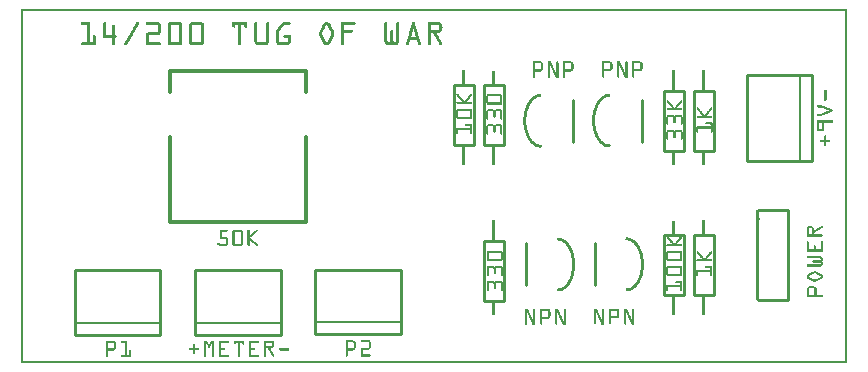
<source format=gto>
G04 MADE WITH FRITZING*
G04 WWW.FRITZING.ORG*
G04 DOUBLE SIDED*
G04 HOLES PLATED*
G04 CONTOUR ON CENTER OF CONTOUR VECTOR*
%ASAXBY*%
%FSLAX23Y23*%
%MOIN*%
%OFA0B0*%
%SFA1.0B1.0*%
%ADD10C,0.010000*%
%ADD11C,0.005000*%
%ADD12C,0.012500*%
%ADD13R,0.001000X0.001000*%
%LNSILK1*%
G90*
G70*
G54D10*
X1611Y409D02*
X1611Y209D01*
D02*
X1611Y209D02*
X1545Y209D01*
D02*
X1545Y209D02*
X1545Y409D01*
D02*
X1545Y409D02*
X1611Y409D01*
D02*
X1544Y727D02*
X1544Y927D01*
D02*
X1544Y927D02*
X1610Y927D01*
D02*
X1610Y927D02*
X1610Y727D01*
D02*
X1610Y727D02*
X1544Y727D01*
D02*
X2245Y228D02*
X2245Y428D01*
D02*
X2245Y428D02*
X2311Y428D01*
D02*
X2311Y428D02*
X2311Y228D01*
D02*
X2311Y228D02*
X2245Y228D01*
D02*
X2310Y909D02*
X2310Y709D01*
D02*
X2310Y709D02*
X2244Y709D01*
D02*
X2244Y709D02*
X2244Y909D01*
D02*
X2244Y909D02*
X2310Y909D01*
D02*
X1444Y728D02*
X1444Y928D01*
D02*
X1444Y928D02*
X1510Y928D01*
D02*
X1510Y928D02*
X1510Y728D01*
D02*
X1510Y728D02*
X1444Y728D01*
D02*
X2210Y909D02*
X2210Y709D01*
D02*
X2210Y709D02*
X2144Y709D01*
D02*
X2144Y709D02*
X2144Y909D01*
D02*
X2144Y909D02*
X2210Y909D01*
D02*
X2145Y227D02*
X2145Y427D01*
D02*
X2145Y427D02*
X2211Y427D01*
D02*
X2211Y427D02*
X2211Y227D01*
D02*
X2211Y227D02*
X2145Y227D01*
D02*
X2420Y961D02*
X2420Y675D01*
D02*
X2420Y675D02*
X2636Y675D01*
D02*
X2636Y675D02*
X2636Y961D01*
D02*
X2636Y961D02*
X2420Y961D01*
G54D11*
D02*
X2596Y675D02*
X2596Y961D01*
G54D10*
D02*
X1685Y261D02*
X1685Y401D01*
D02*
X1915Y261D02*
X1915Y401D01*
D02*
X1840Y876D02*
X1840Y736D01*
D02*
X2070Y876D02*
X2070Y736D01*
D02*
X2458Y211D02*
X2558Y211D01*
D02*
X2558Y211D02*
X2558Y511D01*
D02*
X2558Y511D02*
X2458Y511D01*
D02*
X866Y311D02*
X581Y311D01*
D02*
X581Y311D02*
X581Y95D01*
D02*
X581Y95D02*
X866Y95D01*
D02*
X866Y95D02*
X866Y311D01*
G54D11*
D02*
X581Y135D02*
X866Y135D01*
G54D10*
D02*
X465Y311D02*
X180Y311D01*
D02*
X180Y311D02*
X180Y95D01*
D02*
X180Y95D02*
X465Y95D01*
D02*
X465Y95D02*
X465Y311D01*
G54D11*
D02*
X180Y135D02*
X465Y135D01*
G54D10*
D02*
X1266Y312D02*
X981Y312D01*
D02*
X981Y312D02*
X981Y96D01*
D02*
X981Y96D02*
X1266Y96D01*
D02*
X1266Y96D02*
X1266Y312D01*
G54D11*
D02*
X981Y136D02*
X1266Y136D01*
G54D12*
X497Y903D02*
X497Y975D01*
X950Y975D01*
X950Y903D01*
D02*
X950Y755D02*
X950Y472D01*
X497Y472D01*
X497Y755D01*
D02*
G54D13*
X0Y1181D02*
X2754Y1181D01*
X0Y1180D02*
X2754Y1180D01*
X0Y1179D02*
X2754Y1179D01*
X0Y1178D02*
X2754Y1178D01*
X0Y1177D02*
X2754Y1177D01*
X0Y1176D02*
X2754Y1176D01*
X0Y1175D02*
X2754Y1175D01*
X0Y1174D02*
X2754Y1174D01*
X0Y1173D02*
X7Y1173D01*
X2747Y1173D02*
X2754Y1173D01*
X0Y1172D02*
X7Y1172D01*
X2747Y1172D02*
X2754Y1172D01*
X0Y1171D02*
X7Y1171D01*
X2747Y1171D02*
X2754Y1171D01*
X0Y1170D02*
X7Y1170D01*
X2747Y1170D02*
X2754Y1170D01*
X0Y1169D02*
X7Y1169D01*
X2747Y1169D02*
X2754Y1169D01*
X0Y1168D02*
X7Y1168D01*
X2747Y1168D02*
X2754Y1168D01*
X0Y1167D02*
X7Y1167D01*
X2747Y1167D02*
X2754Y1167D01*
X0Y1166D02*
X7Y1166D01*
X2747Y1166D02*
X2754Y1166D01*
X0Y1165D02*
X7Y1165D01*
X2747Y1165D02*
X2754Y1165D01*
X0Y1164D02*
X7Y1164D01*
X2747Y1164D02*
X2754Y1164D01*
X0Y1163D02*
X7Y1163D01*
X2747Y1163D02*
X2754Y1163D01*
X0Y1162D02*
X7Y1162D01*
X2747Y1162D02*
X2754Y1162D01*
X0Y1161D02*
X7Y1161D01*
X2747Y1161D02*
X2754Y1161D01*
X0Y1160D02*
X7Y1160D01*
X2747Y1160D02*
X2754Y1160D01*
X0Y1159D02*
X7Y1159D01*
X2747Y1159D02*
X2754Y1159D01*
X0Y1158D02*
X7Y1158D01*
X2747Y1158D02*
X2754Y1158D01*
X0Y1157D02*
X7Y1157D01*
X2747Y1157D02*
X2754Y1157D01*
X0Y1156D02*
X7Y1156D01*
X2747Y1156D02*
X2754Y1156D01*
X0Y1155D02*
X7Y1155D01*
X2747Y1155D02*
X2754Y1155D01*
X0Y1154D02*
X7Y1154D01*
X2747Y1154D02*
X2754Y1154D01*
X0Y1153D02*
X7Y1153D01*
X2747Y1153D02*
X2754Y1153D01*
X0Y1152D02*
X7Y1152D01*
X2747Y1152D02*
X2754Y1152D01*
X0Y1151D02*
X7Y1151D01*
X2747Y1151D02*
X2754Y1151D01*
X0Y1150D02*
X7Y1150D01*
X2747Y1150D02*
X2754Y1150D01*
X0Y1149D02*
X7Y1149D01*
X2747Y1149D02*
X2754Y1149D01*
X0Y1148D02*
X7Y1148D01*
X2747Y1148D02*
X2754Y1148D01*
X0Y1147D02*
X7Y1147D01*
X2747Y1147D02*
X2754Y1147D01*
X0Y1146D02*
X7Y1146D01*
X2747Y1146D02*
X2754Y1146D01*
X0Y1145D02*
X7Y1145D01*
X2747Y1145D02*
X2754Y1145D01*
X0Y1144D02*
X7Y1144D01*
X2747Y1144D02*
X2754Y1144D01*
X0Y1143D02*
X7Y1143D01*
X2747Y1143D02*
X2754Y1143D01*
X0Y1142D02*
X7Y1142D01*
X2747Y1142D02*
X2754Y1142D01*
X0Y1141D02*
X7Y1141D01*
X2747Y1141D02*
X2754Y1141D01*
X0Y1140D02*
X7Y1140D01*
X2747Y1140D02*
X2754Y1140D01*
X0Y1139D02*
X7Y1139D01*
X2747Y1139D02*
X2754Y1139D01*
X0Y1138D02*
X7Y1138D01*
X2747Y1138D02*
X2754Y1138D01*
X0Y1137D02*
X7Y1137D01*
X204Y1137D02*
X229Y1137D01*
X279Y1137D02*
X281Y1137D01*
X388Y1137D02*
X390Y1137D01*
X421Y1137D02*
X458Y1137D01*
X497Y1137D02*
X530Y1137D01*
X570Y1137D02*
X603Y1137D01*
X706Y1137D02*
X755Y1137D01*
X782Y1137D02*
X784Y1137D01*
X822Y1137D02*
X824Y1137D01*
X878Y1137D02*
X896Y1137D01*
X1018Y1137D02*
X1022Y1137D01*
X1068Y1137D02*
X1113Y1137D01*
X1216Y1137D02*
X1218Y1137D01*
X1255Y1137D02*
X1257Y1137D01*
X1308Y1137D02*
X1310Y1137D01*
X1357Y1137D02*
X1393Y1137D01*
X2747Y1137D02*
X2754Y1137D01*
X0Y1136D02*
X7Y1136D01*
X202Y1136D02*
X229Y1136D01*
X277Y1136D02*
X282Y1136D01*
X386Y1136D02*
X392Y1136D01*
X419Y1136D02*
X461Y1136D01*
X495Y1136D02*
X533Y1136D01*
X567Y1136D02*
X605Y1136D01*
X706Y1136D02*
X755Y1136D01*
X780Y1136D02*
X786Y1136D01*
X820Y1136D02*
X826Y1136D01*
X874Y1136D02*
X898Y1136D01*
X1015Y1136D02*
X1025Y1136D01*
X1068Y1136D02*
X1115Y1136D01*
X1214Y1136D02*
X1220Y1136D01*
X1254Y1136D02*
X1259Y1136D01*
X1306Y1136D02*
X1312Y1136D01*
X1357Y1136D02*
X1396Y1136D01*
X2747Y1136D02*
X2754Y1136D01*
X0Y1135D02*
X7Y1135D01*
X201Y1135D02*
X229Y1135D01*
X276Y1135D02*
X283Y1135D01*
X385Y1135D02*
X393Y1135D01*
X418Y1135D02*
X462Y1135D01*
X493Y1135D02*
X534Y1135D01*
X566Y1135D02*
X607Y1135D01*
X706Y1135D02*
X755Y1135D01*
X780Y1135D02*
X787Y1135D01*
X819Y1135D02*
X826Y1135D01*
X873Y1135D02*
X899Y1135D01*
X1013Y1135D02*
X1027Y1135D01*
X1068Y1135D02*
X1116Y1135D01*
X1213Y1135D02*
X1220Y1135D01*
X1253Y1135D02*
X1260Y1135D01*
X1305Y1135D02*
X1313Y1135D01*
X1357Y1135D02*
X1398Y1135D01*
X2747Y1135D02*
X2754Y1135D01*
X0Y1134D02*
X7Y1134D01*
X201Y1134D02*
X229Y1134D01*
X275Y1134D02*
X284Y1134D01*
X385Y1134D02*
X393Y1134D01*
X418Y1134D02*
X463Y1134D01*
X492Y1134D02*
X535Y1134D01*
X565Y1134D02*
X608Y1134D01*
X706Y1134D02*
X755Y1134D01*
X779Y1134D02*
X787Y1134D01*
X819Y1134D02*
X827Y1134D01*
X871Y1134D02*
X899Y1134D01*
X1012Y1134D02*
X1028Y1134D01*
X1068Y1134D02*
X1116Y1134D01*
X1213Y1134D02*
X1221Y1134D01*
X1252Y1134D02*
X1261Y1134D01*
X1305Y1134D02*
X1313Y1134D01*
X1357Y1134D02*
X1400Y1134D01*
X2747Y1134D02*
X2754Y1134D01*
X0Y1133D02*
X7Y1133D01*
X201Y1133D02*
X229Y1133D01*
X275Y1133D02*
X284Y1133D01*
X384Y1133D02*
X394Y1133D01*
X417Y1133D02*
X464Y1133D01*
X491Y1133D02*
X536Y1133D01*
X564Y1133D02*
X609Y1133D01*
X706Y1133D02*
X755Y1133D01*
X779Y1133D02*
X788Y1133D01*
X818Y1133D02*
X827Y1133D01*
X870Y1133D02*
X900Y1133D01*
X1011Y1133D02*
X1029Y1133D01*
X1068Y1133D02*
X1116Y1133D01*
X1212Y1133D02*
X1221Y1133D01*
X1252Y1133D02*
X1261Y1133D01*
X1304Y1133D02*
X1313Y1133D01*
X1357Y1133D02*
X1401Y1133D01*
X2747Y1133D02*
X2754Y1133D01*
X0Y1132D02*
X7Y1132D01*
X200Y1132D02*
X229Y1132D01*
X275Y1132D02*
X284Y1132D01*
X384Y1132D02*
X394Y1132D01*
X417Y1132D02*
X465Y1132D01*
X491Y1132D02*
X537Y1132D01*
X563Y1132D02*
X609Y1132D01*
X706Y1132D02*
X755Y1132D01*
X779Y1132D02*
X788Y1132D01*
X818Y1132D02*
X827Y1132D01*
X869Y1132D02*
X900Y1132D01*
X1010Y1132D02*
X1030Y1132D01*
X1068Y1132D02*
X1116Y1132D01*
X1212Y1132D02*
X1221Y1132D01*
X1252Y1132D02*
X1261Y1132D01*
X1304Y1132D02*
X1314Y1132D01*
X1357Y1132D02*
X1402Y1132D01*
X2747Y1132D02*
X2754Y1132D01*
X0Y1131D02*
X7Y1131D01*
X201Y1131D02*
X229Y1131D01*
X275Y1131D02*
X284Y1131D01*
X383Y1131D02*
X394Y1131D01*
X417Y1131D02*
X465Y1131D01*
X490Y1131D02*
X538Y1131D01*
X563Y1131D02*
X610Y1131D01*
X706Y1131D02*
X755Y1131D01*
X779Y1131D02*
X788Y1131D01*
X818Y1131D02*
X827Y1131D01*
X868Y1131D02*
X899Y1131D01*
X1009Y1131D02*
X1030Y1131D01*
X1068Y1131D02*
X1116Y1131D01*
X1212Y1131D02*
X1221Y1131D01*
X1252Y1131D02*
X1261Y1131D01*
X1304Y1131D02*
X1314Y1131D01*
X1357Y1131D02*
X1403Y1131D01*
X2747Y1131D02*
X2754Y1131D01*
X0Y1130D02*
X7Y1130D01*
X201Y1130D02*
X229Y1130D01*
X275Y1130D02*
X284Y1130D01*
X382Y1130D02*
X393Y1130D01*
X418Y1130D02*
X466Y1130D01*
X490Y1130D02*
X538Y1130D01*
X562Y1130D02*
X610Y1130D01*
X706Y1130D02*
X755Y1130D01*
X779Y1130D02*
X788Y1130D01*
X818Y1130D02*
X827Y1130D01*
X868Y1130D02*
X899Y1130D01*
X1009Y1130D02*
X1031Y1130D01*
X1068Y1130D02*
X1116Y1130D01*
X1212Y1130D02*
X1221Y1130D01*
X1252Y1130D02*
X1261Y1130D01*
X1303Y1130D02*
X1314Y1130D01*
X1357Y1130D02*
X1403Y1130D01*
X2747Y1130D02*
X2754Y1130D01*
X0Y1129D02*
X7Y1129D01*
X202Y1129D02*
X229Y1129D01*
X275Y1129D02*
X284Y1129D01*
X382Y1129D02*
X393Y1129D01*
X418Y1129D02*
X466Y1129D01*
X490Y1129D02*
X538Y1129D01*
X562Y1129D02*
X610Y1129D01*
X706Y1129D02*
X755Y1129D01*
X779Y1129D02*
X788Y1129D01*
X818Y1129D02*
X827Y1129D01*
X867Y1129D02*
X898Y1129D01*
X1008Y1129D02*
X1032Y1129D01*
X1068Y1129D02*
X1115Y1129D01*
X1212Y1129D02*
X1221Y1129D01*
X1252Y1129D02*
X1261Y1129D01*
X1303Y1129D02*
X1315Y1129D01*
X1357Y1129D02*
X1404Y1129D01*
X2747Y1129D02*
X2754Y1129D01*
X0Y1128D02*
X7Y1128D01*
X203Y1128D02*
X229Y1128D01*
X275Y1128D02*
X284Y1128D01*
X307Y1128D02*
X312Y1128D01*
X381Y1128D02*
X392Y1128D01*
X420Y1128D02*
X466Y1128D01*
X490Y1128D02*
X538Y1128D01*
X562Y1128D02*
X611Y1128D01*
X706Y1128D02*
X755Y1128D01*
X779Y1128D02*
X788Y1128D01*
X818Y1128D02*
X827Y1128D01*
X866Y1128D02*
X897Y1128D01*
X1007Y1128D02*
X1032Y1128D01*
X1068Y1128D02*
X1114Y1128D01*
X1212Y1128D02*
X1221Y1128D01*
X1252Y1128D02*
X1261Y1128D01*
X1303Y1128D02*
X1315Y1128D01*
X1357Y1128D02*
X1404Y1128D01*
X2747Y1128D02*
X2754Y1128D01*
X0Y1127D02*
X7Y1127D01*
X220Y1127D02*
X229Y1127D01*
X275Y1127D02*
X284Y1127D01*
X306Y1127D02*
X313Y1127D01*
X381Y1127D02*
X391Y1127D01*
X457Y1127D02*
X466Y1127D01*
X490Y1127D02*
X499Y1127D01*
X529Y1127D02*
X538Y1127D01*
X562Y1127D02*
X571Y1127D01*
X601Y1127D02*
X611Y1127D01*
X706Y1127D02*
X716Y1127D01*
X726Y1127D02*
X735Y1127D01*
X746Y1127D02*
X755Y1127D01*
X779Y1127D02*
X788Y1127D01*
X818Y1127D02*
X827Y1127D01*
X865Y1127D02*
X878Y1127D01*
X1007Y1127D02*
X1018Y1127D01*
X1021Y1127D02*
X1033Y1127D01*
X1068Y1127D02*
X1077Y1127D01*
X1212Y1127D02*
X1221Y1127D01*
X1252Y1127D02*
X1261Y1127D01*
X1303Y1127D02*
X1315Y1127D01*
X1357Y1127D02*
X1366Y1127D01*
X1392Y1127D02*
X1405Y1127D01*
X2747Y1127D02*
X2754Y1127D01*
X0Y1126D02*
X7Y1126D01*
X220Y1126D02*
X229Y1126D01*
X275Y1126D02*
X284Y1126D01*
X305Y1126D02*
X313Y1126D01*
X380Y1126D02*
X391Y1126D01*
X457Y1126D02*
X466Y1126D01*
X490Y1126D02*
X499Y1126D01*
X529Y1126D02*
X538Y1126D01*
X562Y1126D02*
X571Y1126D01*
X601Y1126D02*
X611Y1126D01*
X706Y1126D02*
X715Y1126D01*
X726Y1126D02*
X735Y1126D01*
X746Y1126D02*
X755Y1126D01*
X779Y1126D02*
X788Y1126D01*
X818Y1126D02*
X827Y1126D01*
X864Y1126D02*
X876Y1126D01*
X1006Y1126D02*
X1017Y1126D01*
X1022Y1126D02*
X1033Y1126D01*
X1068Y1126D02*
X1077Y1126D01*
X1212Y1126D02*
X1221Y1126D01*
X1252Y1126D02*
X1261Y1126D01*
X1302Y1126D02*
X1315Y1126D01*
X1357Y1126D02*
X1366Y1126D01*
X1394Y1126D02*
X1405Y1126D01*
X2747Y1126D02*
X2754Y1126D01*
X0Y1125D02*
X7Y1125D01*
X220Y1125D02*
X229Y1125D01*
X275Y1125D02*
X284Y1125D01*
X305Y1125D02*
X314Y1125D01*
X380Y1125D02*
X390Y1125D01*
X457Y1125D02*
X466Y1125D01*
X490Y1125D02*
X499Y1125D01*
X529Y1125D02*
X538Y1125D01*
X562Y1125D02*
X571Y1125D01*
X601Y1125D02*
X611Y1125D01*
X706Y1125D02*
X715Y1125D01*
X726Y1125D02*
X735Y1125D01*
X746Y1125D02*
X755Y1125D01*
X779Y1125D02*
X788Y1125D01*
X818Y1125D02*
X827Y1125D01*
X864Y1125D02*
X876Y1125D01*
X1006Y1125D02*
X1016Y1125D01*
X1023Y1125D02*
X1034Y1125D01*
X1068Y1125D02*
X1077Y1125D01*
X1212Y1125D02*
X1221Y1125D01*
X1252Y1125D02*
X1261Y1125D01*
X1302Y1125D02*
X1316Y1125D01*
X1357Y1125D02*
X1366Y1125D01*
X1395Y1125D02*
X1405Y1125D01*
X2747Y1125D02*
X2754Y1125D01*
X0Y1124D02*
X7Y1124D01*
X220Y1124D02*
X229Y1124D01*
X275Y1124D02*
X284Y1124D01*
X305Y1124D02*
X314Y1124D01*
X379Y1124D02*
X390Y1124D01*
X457Y1124D02*
X466Y1124D01*
X490Y1124D02*
X499Y1124D01*
X529Y1124D02*
X538Y1124D01*
X562Y1124D02*
X571Y1124D01*
X601Y1124D02*
X611Y1124D01*
X706Y1124D02*
X715Y1124D01*
X726Y1124D02*
X735Y1124D01*
X746Y1124D02*
X755Y1124D01*
X779Y1124D02*
X788Y1124D01*
X818Y1124D02*
X827Y1124D01*
X863Y1124D02*
X875Y1124D01*
X1006Y1124D02*
X1016Y1124D01*
X1024Y1124D02*
X1034Y1124D01*
X1068Y1124D02*
X1077Y1124D01*
X1212Y1124D02*
X1221Y1124D01*
X1252Y1124D02*
X1261Y1124D01*
X1302Y1124D02*
X1316Y1124D01*
X1357Y1124D02*
X1366Y1124D01*
X1396Y1124D02*
X1405Y1124D01*
X2747Y1124D02*
X2754Y1124D01*
X0Y1123D02*
X7Y1123D01*
X220Y1123D02*
X229Y1123D01*
X275Y1123D02*
X284Y1123D01*
X305Y1123D02*
X314Y1123D01*
X378Y1123D02*
X389Y1123D01*
X457Y1123D02*
X466Y1123D01*
X490Y1123D02*
X499Y1123D01*
X529Y1123D02*
X538Y1123D01*
X562Y1123D02*
X571Y1123D01*
X601Y1123D02*
X611Y1123D01*
X706Y1123D02*
X715Y1123D01*
X726Y1123D02*
X735Y1123D01*
X746Y1123D02*
X755Y1123D01*
X779Y1123D02*
X788Y1123D01*
X818Y1123D02*
X827Y1123D01*
X862Y1123D02*
X874Y1123D01*
X1005Y1123D02*
X1015Y1123D01*
X1024Y1123D02*
X1035Y1123D01*
X1068Y1123D02*
X1077Y1123D01*
X1212Y1123D02*
X1221Y1123D01*
X1252Y1123D02*
X1261Y1123D01*
X1301Y1123D02*
X1316Y1123D01*
X1357Y1123D02*
X1366Y1123D01*
X1396Y1123D02*
X1405Y1123D01*
X2747Y1123D02*
X2754Y1123D01*
X0Y1122D02*
X7Y1122D01*
X220Y1122D02*
X229Y1122D01*
X275Y1122D02*
X284Y1122D01*
X305Y1122D02*
X314Y1122D01*
X378Y1122D02*
X389Y1122D01*
X457Y1122D02*
X466Y1122D01*
X490Y1122D02*
X499Y1122D01*
X529Y1122D02*
X538Y1122D01*
X562Y1122D02*
X571Y1122D01*
X601Y1122D02*
X611Y1122D01*
X707Y1122D02*
X715Y1122D01*
X726Y1122D02*
X735Y1122D01*
X746Y1122D02*
X755Y1122D01*
X779Y1122D02*
X788Y1122D01*
X818Y1122D02*
X827Y1122D01*
X861Y1122D02*
X873Y1122D01*
X1005Y1122D02*
X1015Y1122D01*
X1025Y1122D02*
X1035Y1122D01*
X1068Y1122D02*
X1077Y1122D01*
X1212Y1122D02*
X1221Y1122D01*
X1252Y1122D02*
X1261Y1122D01*
X1301Y1122D02*
X1317Y1122D01*
X1357Y1122D02*
X1366Y1122D01*
X1396Y1122D02*
X1406Y1122D01*
X2747Y1122D02*
X2754Y1122D01*
X0Y1121D02*
X7Y1121D01*
X220Y1121D02*
X229Y1121D01*
X275Y1121D02*
X284Y1121D01*
X305Y1121D02*
X314Y1121D01*
X377Y1121D02*
X388Y1121D01*
X457Y1121D02*
X466Y1121D01*
X490Y1121D02*
X499Y1121D01*
X529Y1121D02*
X538Y1121D01*
X562Y1121D02*
X571Y1121D01*
X601Y1121D02*
X611Y1121D01*
X707Y1121D02*
X714Y1121D01*
X726Y1121D02*
X735Y1121D01*
X747Y1121D02*
X754Y1121D01*
X779Y1121D02*
X788Y1121D01*
X818Y1121D02*
X827Y1121D01*
X861Y1121D02*
X872Y1121D01*
X1004Y1121D02*
X1014Y1121D01*
X1025Y1121D02*
X1036Y1121D01*
X1068Y1121D02*
X1077Y1121D01*
X1212Y1121D02*
X1221Y1121D01*
X1252Y1121D02*
X1261Y1121D01*
X1301Y1121D02*
X1317Y1121D01*
X1357Y1121D02*
X1366Y1121D01*
X1396Y1121D02*
X1406Y1121D01*
X2747Y1121D02*
X2754Y1121D01*
X0Y1120D02*
X7Y1120D01*
X220Y1120D02*
X229Y1120D01*
X275Y1120D02*
X284Y1120D01*
X305Y1120D02*
X314Y1120D01*
X377Y1120D02*
X387Y1120D01*
X457Y1120D02*
X466Y1120D01*
X490Y1120D02*
X499Y1120D01*
X529Y1120D02*
X538Y1120D01*
X562Y1120D02*
X571Y1120D01*
X601Y1120D02*
X611Y1120D01*
X708Y1120D02*
X714Y1120D01*
X726Y1120D02*
X735Y1120D01*
X748Y1120D02*
X753Y1120D01*
X779Y1120D02*
X788Y1120D01*
X818Y1120D02*
X827Y1120D01*
X860Y1120D02*
X872Y1120D01*
X1004Y1120D02*
X1014Y1120D01*
X1026Y1120D02*
X1036Y1120D01*
X1068Y1120D02*
X1077Y1120D01*
X1212Y1120D02*
X1221Y1120D01*
X1252Y1120D02*
X1261Y1120D01*
X1300Y1120D02*
X1317Y1120D01*
X1357Y1120D02*
X1366Y1120D01*
X1396Y1120D02*
X1406Y1120D01*
X2747Y1120D02*
X2754Y1120D01*
X0Y1119D02*
X7Y1119D01*
X220Y1119D02*
X229Y1119D01*
X275Y1119D02*
X284Y1119D01*
X305Y1119D02*
X314Y1119D01*
X376Y1119D02*
X387Y1119D01*
X457Y1119D02*
X466Y1119D01*
X490Y1119D02*
X499Y1119D01*
X529Y1119D02*
X538Y1119D01*
X562Y1119D02*
X571Y1119D01*
X601Y1119D02*
X611Y1119D01*
X710Y1119D02*
X712Y1119D01*
X726Y1119D02*
X735Y1119D01*
X749Y1119D02*
X752Y1119D01*
X779Y1119D02*
X788Y1119D01*
X818Y1119D02*
X827Y1119D01*
X859Y1119D02*
X871Y1119D01*
X1003Y1119D02*
X1013Y1119D01*
X1026Y1119D02*
X1037Y1119D01*
X1068Y1119D02*
X1077Y1119D01*
X1212Y1119D02*
X1221Y1119D01*
X1252Y1119D02*
X1261Y1119D01*
X1300Y1119D02*
X1317Y1119D01*
X1357Y1119D02*
X1366Y1119D01*
X1396Y1119D02*
X1406Y1119D01*
X2747Y1119D02*
X2754Y1119D01*
X0Y1118D02*
X7Y1118D01*
X220Y1118D02*
X229Y1118D01*
X275Y1118D02*
X284Y1118D01*
X305Y1118D02*
X314Y1118D01*
X375Y1118D02*
X386Y1118D01*
X457Y1118D02*
X466Y1118D01*
X490Y1118D02*
X499Y1118D01*
X529Y1118D02*
X538Y1118D01*
X562Y1118D02*
X571Y1118D01*
X601Y1118D02*
X611Y1118D01*
X726Y1118D02*
X735Y1118D01*
X779Y1118D02*
X788Y1118D01*
X818Y1118D02*
X827Y1118D01*
X858Y1118D02*
X870Y1118D01*
X1003Y1118D02*
X1013Y1118D01*
X1027Y1118D02*
X1037Y1118D01*
X1068Y1118D02*
X1077Y1118D01*
X1212Y1118D02*
X1221Y1118D01*
X1252Y1118D02*
X1261Y1118D01*
X1300Y1118D02*
X1318Y1118D01*
X1357Y1118D02*
X1366Y1118D01*
X1396Y1118D02*
X1406Y1118D01*
X2747Y1118D02*
X2754Y1118D01*
X0Y1117D02*
X7Y1117D01*
X220Y1117D02*
X229Y1117D01*
X275Y1117D02*
X284Y1117D01*
X305Y1117D02*
X314Y1117D01*
X375Y1117D02*
X386Y1117D01*
X457Y1117D02*
X466Y1117D01*
X490Y1117D02*
X499Y1117D01*
X529Y1117D02*
X538Y1117D01*
X562Y1117D02*
X571Y1117D01*
X601Y1117D02*
X611Y1117D01*
X726Y1117D02*
X735Y1117D01*
X779Y1117D02*
X788Y1117D01*
X818Y1117D02*
X827Y1117D01*
X857Y1117D02*
X869Y1117D01*
X1002Y1117D02*
X1012Y1117D01*
X1027Y1117D02*
X1038Y1117D01*
X1068Y1117D02*
X1077Y1117D01*
X1212Y1117D02*
X1221Y1117D01*
X1252Y1117D02*
X1261Y1117D01*
X1300Y1117D02*
X1318Y1117D01*
X1357Y1117D02*
X1366Y1117D01*
X1396Y1117D02*
X1406Y1117D01*
X2747Y1117D02*
X2754Y1117D01*
X0Y1116D02*
X7Y1116D01*
X220Y1116D02*
X229Y1116D01*
X275Y1116D02*
X284Y1116D01*
X305Y1116D02*
X314Y1116D01*
X374Y1116D02*
X385Y1116D01*
X457Y1116D02*
X466Y1116D01*
X490Y1116D02*
X499Y1116D01*
X529Y1116D02*
X538Y1116D01*
X562Y1116D02*
X571Y1116D01*
X601Y1116D02*
X611Y1116D01*
X726Y1116D02*
X735Y1116D01*
X779Y1116D02*
X788Y1116D01*
X818Y1116D02*
X827Y1116D01*
X857Y1116D02*
X868Y1116D01*
X1002Y1116D02*
X1012Y1116D01*
X1028Y1116D02*
X1038Y1116D01*
X1068Y1116D02*
X1077Y1116D01*
X1212Y1116D02*
X1221Y1116D01*
X1252Y1116D02*
X1261Y1116D01*
X1299Y1116D02*
X1318Y1116D01*
X1357Y1116D02*
X1366Y1116D01*
X1396Y1116D02*
X1405Y1116D01*
X2747Y1116D02*
X2754Y1116D01*
X0Y1115D02*
X7Y1115D01*
X220Y1115D02*
X229Y1115D01*
X275Y1115D02*
X284Y1115D01*
X305Y1115D02*
X314Y1115D01*
X374Y1115D02*
X384Y1115D01*
X457Y1115D02*
X466Y1115D01*
X490Y1115D02*
X499Y1115D01*
X529Y1115D02*
X538Y1115D01*
X562Y1115D02*
X571Y1115D01*
X601Y1115D02*
X611Y1115D01*
X726Y1115D02*
X735Y1115D01*
X779Y1115D02*
X788Y1115D01*
X818Y1115D02*
X827Y1115D01*
X856Y1115D02*
X868Y1115D01*
X1001Y1115D02*
X1011Y1115D01*
X1028Y1115D02*
X1039Y1115D01*
X1068Y1115D02*
X1077Y1115D01*
X1212Y1115D02*
X1221Y1115D01*
X1252Y1115D02*
X1261Y1115D01*
X1299Y1115D02*
X1319Y1115D01*
X1357Y1115D02*
X1366Y1115D01*
X1396Y1115D02*
X1405Y1115D01*
X2747Y1115D02*
X2754Y1115D01*
X0Y1114D02*
X7Y1114D01*
X220Y1114D02*
X229Y1114D01*
X275Y1114D02*
X284Y1114D01*
X305Y1114D02*
X314Y1114D01*
X373Y1114D02*
X384Y1114D01*
X457Y1114D02*
X466Y1114D01*
X490Y1114D02*
X499Y1114D01*
X529Y1114D02*
X538Y1114D01*
X562Y1114D02*
X571Y1114D01*
X601Y1114D02*
X611Y1114D01*
X726Y1114D02*
X735Y1114D01*
X779Y1114D02*
X788Y1114D01*
X818Y1114D02*
X827Y1114D01*
X855Y1114D02*
X867Y1114D01*
X1001Y1114D02*
X1011Y1114D01*
X1029Y1114D02*
X1039Y1114D01*
X1068Y1114D02*
X1077Y1114D01*
X1212Y1114D02*
X1221Y1114D01*
X1252Y1114D02*
X1261Y1114D01*
X1299Y1114D02*
X1319Y1114D01*
X1357Y1114D02*
X1366Y1114D01*
X1395Y1114D02*
X1405Y1114D01*
X2747Y1114D02*
X2754Y1114D01*
X0Y1113D02*
X7Y1113D01*
X220Y1113D02*
X229Y1113D01*
X275Y1113D02*
X284Y1113D01*
X305Y1113D02*
X314Y1113D01*
X373Y1113D02*
X383Y1113D01*
X457Y1113D02*
X466Y1113D01*
X490Y1113D02*
X499Y1113D01*
X529Y1113D02*
X538Y1113D01*
X562Y1113D02*
X571Y1113D01*
X601Y1113D02*
X611Y1113D01*
X726Y1113D02*
X735Y1113D01*
X779Y1113D02*
X788Y1113D01*
X818Y1113D02*
X827Y1113D01*
X854Y1113D02*
X866Y1113D01*
X1000Y1113D02*
X1010Y1113D01*
X1029Y1113D02*
X1040Y1113D01*
X1068Y1113D02*
X1077Y1113D01*
X1212Y1113D02*
X1221Y1113D01*
X1252Y1113D02*
X1261Y1113D01*
X1298Y1113D02*
X1308Y1113D01*
X1310Y1113D02*
X1319Y1113D01*
X1357Y1113D02*
X1366Y1113D01*
X1394Y1113D02*
X1405Y1113D01*
X2747Y1113D02*
X2754Y1113D01*
X0Y1112D02*
X7Y1112D01*
X220Y1112D02*
X229Y1112D01*
X275Y1112D02*
X284Y1112D01*
X305Y1112D02*
X314Y1112D01*
X372Y1112D02*
X383Y1112D01*
X457Y1112D02*
X466Y1112D01*
X490Y1112D02*
X499Y1112D01*
X529Y1112D02*
X538Y1112D01*
X562Y1112D02*
X571Y1112D01*
X601Y1112D02*
X611Y1112D01*
X726Y1112D02*
X735Y1112D01*
X779Y1112D02*
X788Y1112D01*
X818Y1112D02*
X827Y1112D01*
X854Y1112D02*
X865Y1112D01*
X1000Y1112D02*
X1010Y1112D01*
X1030Y1112D02*
X1040Y1112D01*
X1068Y1112D02*
X1077Y1112D01*
X1212Y1112D02*
X1221Y1112D01*
X1252Y1112D02*
X1261Y1112D01*
X1298Y1112D02*
X1308Y1112D01*
X1310Y1112D02*
X1320Y1112D01*
X1357Y1112D02*
X1366Y1112D01*
X1392Y1112D02*
X1405Y1112D01*
X2747Y1112D02*
X2754Y1112D01*
X0Y1111D02*
X7Y1111D01*
X220Y1111D02*
X229Y1111D01*
X275Y1111D02*
X284Y1111D01*
X305Y1111D02*
X314Y1111D01*
X371Y1111D02*
X382Y1111D01*
X457Y1111D02*
X466Y1111D01*
X490Y1111D02*
X499Y1111D01*
X529Y1111D02*
X538Y1111D01*
X562Y1111D02*
X571Y1111D01*
X601Y1111D02*
X611Y1111D01*
X726Y1111D02*
X735Y1111D01*
X779Y1111D02*
X788Y1111D01*
X818Y1111D02*
X827Y1111D01*
X853Y1111D02*
X865Y1111D01*
X999Y1111D02*
X1009Y1111D01*
X1030Y1111D02*
X1041Y1111D01*
X1068Y1111D02*
X1104Y1111D01*
X1212Y1111D02*
X1221Y1111D01*
X1235Y1111D02*
X1239Y1111D01*
X1252Y1111D02*
X1261Y1111D01*
X1298Y1111D02*
X1307Y1111D01*
X1310Y1111D02*
X1320Y1111D01*
X1357Y1111D02*
X1404Y1111D01*
X2747Y1111D02*
X2754Y1111D01*
X0Y1110D02*
X7Y1110D01*
X220Y1110D02*
X229Y1110D01*
X275Y1110D02*
X284Y1110D01*
X305Y1110D02*
X314Y1110D01*
X371Y1110D02*
X382Y1110D01*
X457Y1110D02*
X466Y1110D01*
X490Y1110D02*
X499Y1110D01*
X529Y1110D02*
X538Y1110D01*
X562Y1110D02*
X571Y1110D01*
X601Y1110D02*
X611Y1110D01*
X726Y1110D02*
X735Y1110D01*
X779Y1110D02*
X788Y1110D01*
X818Y1110D02*
X827Y1110D01*
X853Y1110D02*
X864Y1110D01*
X999Y1110D02*
X1009Y1110D01*
X1031Y1110D02*
X1041Y1110D01*
X1068Y1110D02*
X1105Y1110D01*
X1212Y1110D02*
X1221Y1110D01*
X1233Y1110D02*
X1240Y1110D01*
X1252Y1110D02*
X1261Y1110D01*
X1298Y1110D02*
X1307Y1110D01*
X1311Y1110D02*
X1320Y1110D01*
X1357Y1110D02*
X1404Y1110D01*
X2747Y1110D02*
X2754Y1110D01*
X0Y1109D02*
X7Y1109D01*
X220Y1109D02*
X229Y1109D01*
X275Y1109D02*
X284Y1109D01*
X305Y1109D02*
X314Y1109D01*
X370Y1109D02*
X381Y1109D01*
X457Y1109D02*
X466Y1109D01*
X490Y1109D02*
X499Y1109D01*
X529Y1109D02*
X538Y1109D01*
X562Y1109D02*
X571Y1109D01*
X601Y1109D02*
X611Y1109D01*
X726Y1109D02*
X735Y1109D01*
X779Y1109D02*
X788Y1109D01*
X818Y1109D02*
X827Y1109D01*
X852Y1109D02*
X863Y1109D01*
X998Y1109D02*
X1008Y1109D01*
X1031Y1109D02*
X1042Y1109D01*
X1068Y1109D02*
X1106Y1109D01*
X1212Y1109D02*
X1221Y1109D01*
X1233Y1109D02*
X1241Y1109D01*
X1252Y1109D02*
X1261Y1109D01*
X1297Y1109D02*
X1307Y1109D01*
X1311Y1109D02*
X1320Y1109D01*
X1357Y1109D02*
X1403Y1109D01*
X2747Y1109D02*
X2754Y1109D01*
X0Y1108D02*
X7Y1108D01*
X220Y1108D02*
X229Y1108D01*
X275Y1108D02*
X284Y1108D01*
X305Y1108D02*
X314Y1108D01*
X370Y1108D02*
X380Y1108D01*
X457Y1108D02*
X466Y1108D01*
X490Y1108D02*
X499Y1108D01*
X529Y1108D02*
X538Y1108D01*
X562Y1108D02*
X571Y1108D01*
X601Y1108D02*
X611Y1108D01*
X726Y1108D02*
X735Y1108D01*
X779Y1108D02*
X788Y1108D01*
X818Y1108D02*
X827Y1108D01*
X852Y1108D02*
X862Y1108D01*
X998Y1108D02*
X1008Y1108D01*
X1032Y1108D02*
X1042Y1108D01*
X1068Y1108D02*
X1106Y1108D01*
X1212Y1108D02*
X1221Y1108D01*
X1232Y1108D02*
X1241Y1108D01*
X1252Y1108D02*
X1261Y1108D01*
X1297Y1108D02*
X1307Y1108D01*
X1311Y1108D02*
X1321Y1108D01*
X1357Y1108D02*
X1403Y1108D01*
X2747Y1108D02*
X2754Y1108D01*
X0Y1107D02*
X7Y1107D01*
X220Y1107D02*
X229Y1107D01*
X275Y1107D02*
X284Y1107D01*
X305Y1107D02*
X314Y1107D01*
X369Y1107D02*
X380Y1107D01*
X457Y1107D02*
X466Y1107D01*
X490Y1107D02*
X499Y1107D01*
X529Y1107D02*
X538Y1107D01*
X562Y1107D02*
X571Y1107D01*
X601Y1107D02*
X611Y1107D01*
X726Y1107D02*
X735Y1107D01*
X779Y1107D02*
X788Y1107D01*
X818Y1107D02*
X827Y1107D01*
X852Y1107D02*
X862Y1107D01*
X997Y1107D02*
X1007Y1107D01*
X1032Y1107D02*
X1042Y1107D01*
X1068Y1107D02*
X1106Y1107D01*
X1212Y1107D02*
X1221Y1107D01*
X1232Y1107D02*
X1241Y1107D01*
X1252Y1107D02*
X1261Y1107D01*
X1297Y1107D02*
X1306Y1107D01*
X1311Y1107D02*
X1321Y1107D01*
X1357Y1107D02*
X1402Y1107D01*
X2747Y1107D02*
X2754Y1107D01*
X0Y1106D02*
X7Y1106D01*
X220Y1106D02*
X229Y1106D01*
X275Y1106D02*
X284Y1106D01*
X305Y1106D02*
X314Y1106D01*
X368Y1106D02*
X379Y1106D01*
X457Y1106D02*
X466Y1106D01*
X490Y1106D02*
X499Y1106D01*
X529Y1106D02*
X538Y1106D01*
X562Y1106D02*
X571Y1106D01*
X601Y1106D02*
X611Y1106D01*
X726Y1106D02*
X735Y1106D01*
X779Y1106D02*
X788Y1106D01*
X818Y1106D02*
X827Y1106D01*
X851Y1106D02*
X861Y1106D01*
X997Y1106D02*
X1007Y1106D01*
X1033Y1106D02*
X1043Y1106D01*
X1068Y1106D02*
X1106Y1106D01*
X1212Y1106D02*
X1221Y1106D01*
X1232Y1106D02*
X1241Y1106D01*
X1252Y1106D02*
X1261Y1106D01*
X1296Y1106D02*
X1306Y1106D01*
X1312Y1106D02*
X1321Y1106D01*
X1357Y1106D02*
X1401Y1106D01*
X2747Y1106D02*
X2754Y1106D01*
X0Y1105D02*
X7Y1105D01*
X220Y1105D02*
X229Y1105D01*
X275Y1105D02*
X284Y1105D01*
X305Y1105D02*
X314Y1105D01*
X368Y1105D02*
X379Y1105D01*
X457Y1105D02*
X466Y1105D01*
X490Y1105D02*
X499Y1105D01*
X529Y1105D02*
X538Y1105D01*
X562Y1105D02*
X571Y1105D01*
X601Y1105D02*
X611Y1105D01*
X726Y1105D02*
X735Y1105D01*
X779Y1105D02*
X788Y1105D01*
X818Y1105D02*
X827Y1105D01*
X851Y1105D02*
X861Y1105D01*
X996Y1105D02*
X1006Y1105D01*
X1033Y1105D02*
X1043Y1105D01*
X1068Y1105D02*
X1106Y1105D01*
X1212Y1105D02*
X1221Y1105D01*
X1232Y1105D02*
X1241Y1105D01*
X1252Y1105D02*
X1261Y1105D01*
X1296Y1105D02*
X1306Y1105D01*
X1312Y1105D02*
X1322Y1105D01*
X1357Y1105D02*
X1400Y1105D01*
X2747Y1105D02*
X2754Y1105D01*
X0Y1104D02*
X7Y1104D01*
X220Y1104D02*
X229Y1104D01*
X275Y1104D02*
X284Y1104D01*
X305Y1104D02*
X314Y1104D01*
X367Y1104D02*
X378Y1104D01*
X457Y1104D02*
X466Y1104D01*
X490Y1104D02*
X499Y1104D01*
X529Y1104D02*
X538Y1104D01*
X562Y1104D02*
X571Y1104D01*
X601Y1104D02*
X611Y1104D01*
X726Y1104D02*
X735Y1104D01*
X779Y1104D02*
X788Y1104D01*
X818Y1104D02*
X827Y1104D01*
X851Y1104D02*
X860Y1104D01*
X996Y1104D02*
X1006Y1104D01*
X1034Y1104D02*
X1043Y1104D01*
X1068Y1104D02*
X1106Y1104D01*
X1212Y1104D02*
X1221Y1104D01*
X1232Y1104D02*
X1241Y1104D01*
X1252Y1104D02*
X1261Y1104D01*
X1296Y1104D02*
X1305Y1104D01*
X1312Y1104D02*
X1322Y1104D01*
X1357Y1104D02*
X1398Y1104D01*
X2747Y1104D02*
X2754Y1104D01*
X0Y1103D02*
X7Y1103D01*
X220Y1103D02*
X229Y1103D01*
X275Y1103D02*
X284Y1103D01*
X305Y1103D02*
X314Y1103D01*
X367Y1103D02*
X377Y1103D01*
X425Y1103D02*
X466Y1103D01*
X490Y1103D02*
X499Y1103D01*
X529Y1103D02*
X538Y1103D01*
X562Y1103D02*
X571Y1103D01*
X601Y1103D02*
X611Y1103D01*
X726Y1103D02*
X735Y1103D01*
X779Y1103D02*
X788Y1103D01*
X818Y1103D02*
X827Y1103D01*
X851Y1103D02*
X860Y1103D01*
X996Y1103D02*
X1005Y1103D01*
X1034Y1103D02*
X1044Y1103D01*
X1068Y1103D02*
X1105Y1103D01*
X1212Y1103D02*
X1221Y1103D01*
X1232Y1103D02*
X1241Y1103D01*
X1252Y1103D02*
X1261Y1103D01*
X1296Y1103D02*
X1305Y1103D01*
X1313Y1103D02*
X1322Y1103D01*
X1357Y1103D02*
X1396Y1103D01*
X2747Y1103D02*
X2754Y1103D01*
X0Y1102D02*
X7Y1102D01*
X220Y1102D02*
X229Y1102D01*
X275Y1102D02*
X284Y1102D01*
X305Y1102D02*
X314Y1102D01*
X366Y1102D02*
X377Y1102D01*
X422Y1102D02*
X466Y1102D01*
X490Y1102D02*
X499Y1102D01*
X529Y1102D02*
X538Y1102D01*
X562Y1102D02*
X571Y1102D01*
X601Y1102D02*
X611Y1102D01*
X726Y1102D02*
X735Y1102D01*
X779Y1102D02*
X788Y1102D01*
X818Y1102D02*
X827Y1102D01*
X851Y1102D02*
X860Y1102D01*
X996Y1102D02*
X1005Y1102D01*
X1034Y1102D02*
X1044Y1102D01*
X1068Y1102D02*
X1103Y1102D01*
X1212Y1102D02*
X1221Y1102D01*
X1232Y1102D02*
X1241Y1102D01*
X1252Y1102D02*
X1261Y1102D01*
X1295Y1102D02*
X1305Y1102D01*
X1313Y1102D02*
X1322Y1102D01*
X1357Y1102D02*
X1393Y1102D01*
X2747Y1102D02*
X2754Y1102D01*
X0Y1101D02*
X7Y1101D01*
X220Y1101D02*
X229Y1101D01*
X275Y1101D02*
X284Y1101D01*
X305Y1101D02*
X314Y1101D01*
X366Y1101D02*
X376Y1101D01*
X421Y1101D02*
X466Y1101D01*
X490Y1101D02*
X499Y1101D01*
X529Y1101D02*
X538Y1101D01*
X562Y1101D02*
X571Y1101D01*
X601Y1101D02*
X611Y1101D01*
X726Y1101D02*
X735Y1101D01*
X779Y1101D02*
X788Y1101D01*
X818Y1101D02*
X827Y1101D01*
X851Y1101D02*
X860Y1101D01*
X996Y1101D02*
X1005Y1101D01*
X1035Y1101D02*
X1044Y1101D01*
X1068Y1101D02*
X1077Y1101D01*
X1212Y1101D02*
X1221Y1101D01*
X1232Y1101D02*
X1241Y1101D01*
X1252Y1101D02*
X1261Y1101D01*
X1295Y1101D02*
X1304Y1101D01*
X1313Y1101D02*
X1323Y1101D01*
X1357Y1101D02*
X1366Y1101D01*
X1374Y1101D02*
X1385Y1101D01*
X2747Y1101D02*
X2754Y1101D01*
X0Y1100D02*
X7Y1100D01*
X220Y1100D02*
X229Y1100D01*
X275Y1100D02*
X284Y1100D01*
X305Y1100D02*
X314Y1100D01*
X365Y1100D02*
X376Y1100D01*
X420Y1100D02*
X465Y1100D01*
X490Y1100D02*
X499Y1100D01*
X529Y1100D02*
X538Y1100D01*
X562Y1100D02*
X571Y1100D01*
X601Y1100D02*
X611Y1100D01*
X726Y1100D02*
X735Y1100D01*
X779Y1100D02*
X788Y1100D01*
X818Y1100D02*
X827Y1100D01*
X851Y1100D02*
X860Y1100D01*
X996Y1100D02*
X1005Y1100D01*
X1035Y1100D02*
X1044Y1100D01*
X1068Y1100D02*
X1077Y1100D01*
X1212Y1100D02*
X1221Y1100D01*
X1232Y1100D02*
X1241Y1100D01*
X1252Y1100D02*
X1261Y1100D01*
X1295Y1100D02*
X1304Y1100D01*
X1313Y1100D02*
X1323Y1100D01*
X1357Y1100D02*
X1366Y1100D01*
X1375Y1100D02*
X1386Y1100D01*
X2747Y1100D02*
X2754Y1100D01*
X0Y1099D02*
X7Y1099D01*
X220Y1099D02*
X229Y1099D01*
X275Y1099D02*
X284Y1099D01*
X305Y1099D02*
X314Y1099D01*
X364Y1099D02*
X375Y1099D01*
X419Y1099D02*
X465Y1099D01*
X490Y1099D02*
X499Y1099D01*
X529Y1099D02*
X538Y1099D01*
X562Y1099D02*
X571Y1099D01*
X601Y1099D02*
X611Y1099D01*
X726Y1099D02*
X735Y1099D01*
X779Y1099D02*
X788Y1099D01*
X818Y1099D02*
X827Y1099D01*
X851Y1099D02*
X860Y1099D01*
X995Y1099D02*
X1005Y1099D01*
X1035Y1099D02*
X1044Y1099D01*
X1068Y1099D02*
X1077Y1099D01*
X1212Y1099D02*
X1221Y1099D01*
X1232Y1099D02*
X1241Y1099D01*
X1252Y1099D02*
X1261Y1099D01*
X1294Y1099D02*
X1304Y1099D01*
X1314Y1099D02*
X1323Y1099D01*
X1357Y1099D02*
X1366Y1099D01*
X1375Y1099D02*
X1386Y1099D01*
X2747Y1099D02*
X2754Y1099D01*
X0Y1098D02*
X7Y1098D01*
X220Y1098D02*
X229Y1098D01*
X275Y1098D02*
X284Y1098D01*
X305Y1098D02*
X314Y1098D01*
X364Y1098D02*
X375Y1098D01*
X418Y1098D02*
X464Y1098D01*
X490Y1098D02*
X499Y1098D01*
X529Y1098D02*
X538Y1098D01*
X562Y1098D02*
X571Y1098D01*
X601Y1098D02*
X611Y1098D01*
X726Y1098D02*
X735Y1098D01*
X779Y1098D02*
X788Y1098D01*
X818Y1098D02*
X827Y1098D01*
X851Y1098D02*
X860Y1098D01*
X995Y1098D02*
X1005Y1098D01*
X1035Y1098D02*
X1044Y1098D01*
X1068Y1098D02*
X1077Y1098D01*
X1212Y1098D02*
X1221Y1098D01*
X1232Y1098D02*
X1241Y1098D01*
X1252Y1098D02*
X1261Y1098D01*
X1294Y1098D02*
X1304Y1098D01*
X1314Y1098D02*
X1324Y1098D01*
X1357Y1098D02*
X1366Y1098D01*
X1376Y1098D02*
X1387Y1098D01*
X2747Y1098D02*
X2754Y1098D01*
X0Y1097D02*
X7Y1097D01*
X220Y1097D02*
X229Y1097D01*
X275Y1097D02*
X284Y1097D01*
X305Y1097D02*
X314Y1097D01*
X363Y1097D02*
X374Y1097D01*
X418Y1097D02*
X464Y1097D01*
X490Y1097D02*
X499Y1097D01*
X529Y1097D02*
X538Y1097D01*
X562Y1097D02*
X571Y1097D01*
X601Y1097D02*
X611Y1097D01*
X726Y1097D02*
X735Y1097D01*
X779Y1097D02*
X788Y1097D01*
X818Y1097D02*
X827Y1097D01*
X851Y1097D02*
X860Y1097D01*
X995Y1097D02*
X1005Y1097D01*
X1035Y1097D02*
X1044Y1097D01*
X1068Y1097D02*
X1077Y1097D01*
X1212Y1097D02*
X1221Y1097D01*
X1232Y1097D02*
X1241Y1097D01*
X1252Y1097D02*
X1261Y1097D01*
X1294Y1097D02*
X1303Y1097D01*
X1314Y1097D02*
X1324Y1097D01*
X1357Y1097D02*
X1366Y1097D01*
X1377Y1097D02*
X1387Y1097D01*
X2747Y1097D02*
X2754Y1097D01*
X0Y1096D02*
X7Y1096D01*
X220Y1096D02*
X229Y1096D01*
X275Y1096D02*
X284Y1096D01*
X305Y1096D02*
X314Y1096D01*
X363Y1096D02*
X373Y1096D01*
X418Y1096D02*
X463Y1096D01*
X490Y1096D02*
X499Y1096D01*
X529Y1096D02*
X538Y1096D01*
X562Y1096D02*
X571Y1096D01*
X601Y1096D02*
X611Y1096D01*
X726Y1096D02*
X735Y1096D01*
X779Y1096D02*
X788Y1096D01*
X818Y1096D02*
X827Y1096D01*
X851Y1096D02*
X860Y1096D01*
X996Y1096D02*
X1005Y1096D01*
X1035Y1096D02*
X1044Y1096D01*
X1068Y1096D02*
X1077Y1096D01*
X1212Y1096D02*
X1221Y1096D01*
X1232Y1096D02*
X1241Y1096D01*
X1252Y1096D02*
X1261Y1096D01*
X1293Y1096D02*
X1303Y1096D01*
X1315Y1096D02*
X1324Y1096D01*
X1357Y1096D02*
X1366Y1096D01*
X1377Y1096D02*
X1388Y1096D01*
X2747Y1096D02*
X2754Y1096D01*
X0Y1095D02*
X7Y1095D01*
X220Y1095D02*
X229Y1095D01*
X275Y1095D02*
X285Y1095D01*
X305Y1095D02*
X314Y1095D01*
X362Y1095D02*
X373Y1095D01*
X417Y1095D02*
X461Y1095D01*
X490Y1095D02*
X499Y1095D01*
X529Y1095D02*
X538Y1095D01*
X562Y1095D02*
X571Y1095D01*
X601Y1095D02*
X611Y1095D01*
X726Y1095D02*
X735Y1095D01*
X779Y1095D02*
X788Y1095D01*
X818Y1095D02*
X827Y1095D01*
X851Y1095D02*
X860Y1095D01*
X996Y1095D02*
X1005Y1095D01*
X1035Y1095D02*
X1044Y1095D01*
X1068Y1095D02*
X1077Y1095D01*
X1212Y1095D02*
X1221Y1095D01*
X1232Y1095D02*
X1241Y1095D01*
X1252Y1095D02*
X1261Y1095D01*
X1293Y1095D02*
X1303Y1095D01*
X1315Y1095D02*
X1324Y1095D01*
X1357Y1095D02*
X1366Y1095D01*
X1378Y1095D02*
X1388Y1095D01*
X2747Y1095D02*
X2754Y1095D01*
X0Y1094D02*
X7Y1094D01*
X220Y1094D02*
X229Y1094D01*
X242Y1094D02*
X247Y1094D01*
X275Y1094D02*
X317Y1094D01*
X361Y1094D02*
X372Y1094D01*
X417Y1094D02*
X460Y1094D01*
X490Y1094D02*
X499Y1094D01*
X529Y1094D02*
X538Y1094D01*
X562Y1094D02*
X571Y1094D01*
X601Y1094D02*
X611Y1094D01*
X726Y1094D02*
X735Y1094D01*
X779Y1094D02*
X788Y1094D01*
X818Y1094D02*
X827Y1094D01*
X851Y1094D02*
X860Y1094D01*
X878Y1094D02*
X900Y1094D01*
X996Y1094D02*
X1005Y1094D01*
X1034Y1094D02*
X1044Y1094D01*
X1068Y1094D02*
X1077Y1094D01*
X1212Y1094D02*
X1221Y1094D01*
X1232Y1094D02*
X1241Y1094D01*
X1252Y1094D02*
X1261Y1094D01*
X1293Y1094D02*
X1302Y1094D01*
X1315Y1094D02*
X1325Y1094D01*
X1357Y1094D02*
X1366Y1094D01*
X1378Y1094D02*
X1389Y1094D01*
X2747Y1094D02*
X2754Y1094D01*
X0Y1093D02*
X7Y1093D01*
X220Y1093D02*
X229Y1093D01*
X241Y1093D02*
X248Y1093D01*
X275Y1093D02*
X318Y1093D01*
X361Y1093D02*
X372Y1093D01*
X417Y1093D02*
X426Y1093D01*
X490Y1093D02*
X499Y1093D01*
X529Y1093D02*
X538Y1093D01*
X562Y1093D02*
X571Y1093D01*
X601Y1093D02*
X611Y1093D01*
X726Y1093D02*
X735Y1093D01*
X779Y1093D02*
X788Y1093D01*
X818Y1093D02*
X827Y1093D01*
X851Y1093D02*
X860Y1093D01*
X877Y1093D02*
X900Y1093D01*
X996Y1093D02*
X1006Y1093D01*
X1034Y1093D02*
X1044Y1093D01*
X1068Y1093D02*
X1077Y1093D01*
X1212Y1093D02*
X1221Y1093D01*
X1232Y1093D02*
X1241Y1093D01*
X1252Y1093D02*
X1261Y1093D01*
X1293Y1093D02*
X1302Y1093D01*
X1316Y1093D02*
X1325Y1093D01*
X1357Y1093D02*
X1366Y1093D01*
X1379Y1093D02*
X1390Y1093D01*
X2747Y1093D02*
X2754Y1093D01*
X0Y1092D02*
X7Y1092D01*
X220Y1092D02*
X229Y1092D01*
X241Y1092D02*
X249Y1092D01*
X275Y1092D02*
X318Y1092D01*
X360Y1092D02*
X371Y1092D01*
X417Y1092D02*
X426Y1092D01*
X490Y1092D02*
X499Y1092D01*
X529Y1092D02*
X538Y1092D01*
X562Y1092D02*
X571Y1092D01*
X601Y1092D02*
X611Y1092D01*
X726Y1092D02*
X735Y1092D01*
X779Y1092D02*
X788Y1092D01*
X818Y1092D02*
X827Y1092D01*
X851Y1092D02*
X860Y1092D01*
X876Y1092D02*
X900Y1092D01*
X996Y1092D02*
X1006Y1092D01*
X1033Y1092D02*
X1043Y1092D01*
X1068Y1092D02*
X1077Y1092D01*
X1212Y1092D02*
X1221Y1092D01*
X1232Y1092D02*
X1241Y1092D01*
X1252Y1092D02*
X1261Y1092D01*
X1292Y1092D02*
X1302Y1092D01*
X1316Y1092D02*
X1325Y1092D01*
X1357Y1092D02*
X1366Y1092D01*
X1379Y1092D02*
X1390Y1092D01*
X2747Y1092D02*
X2754Y1092D01*
X0Y1091D02*
X7Y1091D01*
X220Y1091D02*
X229Y1091D01*
X240Y1091D02*
X249Y1091D01*
X275Y1091D02*
X319Y1091D01*
X360Y1091D02*
X370Y1091D01*
X417Y1091D02*
X426Y1091D01*
X490Y1091D02*
X499Y1091D01*
X529Y1091D02*
X538Y1091D01*
X562Y1091D02*
X571Y1091D01*
X601Y1091D02*
X611Y1091D01*
X726Y1091D02*
X735Y1091D01*
X779Y1091D02*
X788Y1091D01*
X818Y1091D02*
X827Y1091D01*
X851Y1091D02*
X860Y1091D01*
X876Y1091D02*
X900Y1091D01*
X997Y1091D02*
X1007Y1091D01*
X1033Y1091D02*
X1043Y1091D01*
X1068Y1091D02*
X1077Y1091D01*
X1212Y1091D02*
X1221Y1091D01*
X1232Y1091D02*
X1241Y1091D01*
X1252Y1091D02*
X1261Y1091D01*
X1292Y1091D02*
X1302Y1091D01*
X1316Y1091D02*
X1326Y1091D01*
X1357Y1091D02*
X1366Y1091D01*
X1380Y1091D02*
X1391Y1091D01*
X2747Y1091D02*
X2754Y1091D01*
X0Y1090D02*
X7Y1090D01*
X220Y1090D02*
X229Y1090D01*
X240Y1090D02*
X249Y1090D01*
X275Y1090D02*
X319Y1090D01*
X359Y1090D02*
X370Y1090D01*
X417Y1090D02*
X426Y1090D01*
X490Y1090D02*
X499Y1090D01*
X529Y1090D02*
X538Y1090D01*
X562Y1090D02*
X571Y1090D01*
X601Y1090D02*
X611Y1090D01*
X726Y1090D02*
X735Y1090D01*
X779Y1090D02*
X788Y1090D01*
X818Y1090D02*
X827Y1090D01*
X851Y1090D02*
X860Y1090D01*
X876Y1090D02*
X900Y1090D01*
X997Y1090D02*
X1007Y1090D01*
X1032Y1090D02*
X1043Y1090D01*
X1068Y1090D02*
X1077Y1090D01*
X1212Y1090D02*
X1221Y1090D01*
X1232Y1090D02*
X1241Y1090D01*
X1252Y1090D02*
X1261Y1090D01*
X1292Y1090D02*
X1301Y1090D01*
X1316Y1090D02*
X1326Y1090D01*
X1357Y1090D02*
X1366Y1090D01*
X1381Y1090D02*
X1391Y1090D01*
X2747Y1090D02*
X2754Y1090D01*
X0Y1089D02*
X7Y1089D01*
X220Y1089D02*
X229Y1089D01*
X240Y1089D02*
X249Y1089D01*
X275Y1089D02*
X319Y1089D01*
X359Y1089D02*
X369Y1089D01*
X417Y1089D02*
X426Y1089D01*
X490Y1089D02*
X499Y1089D01*
X529Y1089D02*
X538Y1089D01*
X562Y1089D02*
X571Y1089D01*
X601Y1089D02*
X611Y1089D01*
X726Y1089D02*
X735Y1089D01*
X779Y1089D02*
X788Y1089D01*
X818Y1089D02*
X827Y1089D01*
X851Y1089D02*
X860Y1089D01*
X876Y1089D02*
X900Y1089D01*
X997Y1089D02*
X1008Y1089D01*
X1032Y1089D02*
X1042Y1089D01*
X1068Y1089D02*
X1077Y1089D01*
X1212Y1089D02*
X1221Y1089D01*
X1232Y1089D02*
X1241Y1089D01*
X1252Y1089D02*
X1261Y1089D01*
X1291Y1089D02*
X1301Y1089D01*
X1317Y1089D02*
X1326Y1089D01*
X1357Y1089D02*
X1366Y1089D01*
X1381Y1089D02*
X1392Y1089D01*
X2747Y1089D02*
X2754Y1089D01*
X0Y1088D02*
X7Y1088D01*
X220Y1088D02*
X229Y1088D01*
X240Y1088D02*
X249Y1088D01*
X275Y1088D02*
X319Y1088D01*
X358Y1088D02*
X369Y1088D01*
X417Y1088D02*
X426Y1088D01*
X490Y1088D02*
X499Y1088D01*
X529Y1088D02*
X538Y1088D01*
X562Y1088D02*
X571Y1088D01*
X601Y1088D02*
X611Y1088D01*
X726Y1088D02*
X735Y1088D01*
X779Y1088D02*
X788Y1088D01*
X818Y1088D02*
X827Y1088D01*
X851Y1088D02*
X860Y1088D01*
X876Y1088D02*
X900Y1088D01*
X998Y1088D02*
X1008Y1088D01*
X1031Y1088D02*
X1042Y1088D01*
X1068Y1088D02*
X1077Y1088D01*
X1212Y1088D02*
X1221Y1088D01*
X1232Y1088D02*
X1241Y1088D01*
X1252Y1088D02*
X1261Y1088D01*
X1291Y1088D02*
X1301Y1088D01*
X1317Y1088D02*
X1327Y1088D01*
X1357Y1088D02*
X1366Y1088D01*
X1382Y1088D02*
X1393Y1088D01*
X2747Y1088D02*
X2754Y1088D01*
X0Y1087D02*
X7Y1087D01*
X220Y1087D02*
X229Y1087D01*
X240Y1087D02*
X249Y1087D01*
X275Y1087D02*
X318Y1087D01*
X357Y1087D02*
X368Y1087D01*
X417Y1087D02*
X426Y1087D01*
X490Y1087D02*
X499Y1087D01*
X529Y1087D02*
X538Y1087D01*
X562Y1087D02*
X571Y1087D01*
X601Y1087D02*
X611Y1087D01*
X726Y1087D02*
X735Y1087D01*
X779Y1087D02*
X788Y1087D01*
X818Y1087D02*
X827Y1087D01*
X851Y1087D02*
X860Y1087D01*
X877Y1087D02*
X900Y1087D01*
X998Y1087D02*
X1009Y1087D01*
X1031Y1087D02*
X1041Y1087D01*
X1068Y1087D02*
X1077Y1087D01*
X1212Y1087D02*
X1221Y1087D01*
X1232Y1087D02*
X1241Y1087D01*
X1252Y1087D02*
X1261Y1087D01*
X1291Y1087D02*
X1300Y1087D01*
X1317Y1087D02*
X1327Y1087D01*
X1357Y1087D02*
X1366Y1087D01*
X1382Y1087D02*
X1393Y1087D01*
X2747Y1087D02*
X2754Y1087D01*
X0Y1086D02*
X7Y1086D01*
X220Y1086D02*
X229Y1086D01*
X240Y1086D02*
X249Y1086D01*
X275Y1086D02*
X317Y1086D01*
X357Y1086D02*
X368Y1086D01*
X417Y1086D02*
X426Y1086D01*
X490Y1086D02*
X499Y1086D01*
X529Y1086D02*
X538Y1086D01*
X562Y1086D02*
X571Y1086D01*
X601Y1086D02*
X611Y1086D01*
X726Y1086D02*
X735Y1086D01*
X779Y1086D02*
X788Y1086D01*
X818Y1086D02*
X827Y1086D01*
X851Y1086D02*
X860Y1086D01*
X877Y1086D02*
X900Y1086D01*
X999Y1086D02*
X1009Y1086D01*
X1030Y1086D02*
X1041Y1086D01*
X1068Y1086D02*
X1077Y1086D01*
X1212Y1086D02*
X1221Y1086D01*
X1232Y1086D02*
X1241Y1086D01*
X1252Y1086D02*
X1261Y1086D01*
X1291Y1086D02*
X1327Y1086D01*
X1357Y1086D02*
X1366Y1086D01*
X1383Y1086D02*
X1394Y1086D01*
X2747Y1086D02*
X2754Y1086D01*
X0Y1085D02*
X7Y1085D01*
X220Y1085D02*
X229Y1085D01*
X240Y1085D02*
X249Y1085D01*
X275Y1085D02*
X315Y1085D01*
X356Y1085D02*
X367Y1085D01*
X417Y1085D02*
X426Y1085D01*
X490Y1085D02*
X499Y1085D01*
X529Y1085D02*
X538Y1085D01*
X562Y1085D02*
X571Y1085D01*
X601Y1085D02*
X611Y1085D01*
X726Y1085D02*
X735Y1085D01*
X779Y1085D02*
X788Y1085D01*
X818Y1085D02*
X827Y1085D01*
X851Y1085D02*
X860Y1085D01*
X880Y1085D02*
X900Y1085D01*
X999Y1085D02*
X1010Y1085D01*
X1030Y1085D02*
X1040Y1085D01*
X1068Y1085D02*
X1077Y1085D01*
X1212Y1085D02*
X1221Y1085D01*
X1232Y1085D02*
X1241Y1085D01*
X1252Y1085D02*
X1261Y1085D01*
X1290Y1085D02*
X1327Y1085D01*
X1357Y1085D02*
X1366Y1085D01*
X1384Y1085D02*
X1394Y1085D01*
X2747Y1085D02*
X2754Y1085D01*
X0Y1084D02*
X7Y1084D01*
X220Y1084D02*
X229Y1084D01*
X240Y1084D02*
X249Y1084D01*
X305Y1084D02*
X314Y1084D01*
X356Y1084D02*
X366Y1084D01*
X417Y1084D02*
X426Y1084D01*
X490Y1084D02*
X499Y1084D01*
X529Y1084D02*
X538Y1084D01*
X562Y1084D02*
X571Y1084D01*
X601Y1084D02*
X611Y1084D01*
X726Y1084D02*
X735Y1084D01*
X779Y1084D02*
X788Y1084D01*
X818Y1084D02*
X827Y1084D01*
X851Y1084D02*
X860Y1084D01*
X891Y1084D02*
X900Y1084D01*
X1000Y1084D02*
X1010Y1084D01*
X1029Y1084D02*
X1040Y1084D01*
X1068Y1084D02*
X1077Y1084D01*
X1212Y1084D02*
X1221Y1084D01*
X1232Y1084D02*
X1241Y1084D01*
X1252Y1084D02*
X1261Y1084D01*
X1290Y1084D02*
X1328Y1084D01*
X1357Y1084D02*
X1366Y1084D01*
X1384Y1084D02*
X1395Y1084D01*
X2747Y1084D02*
X2754Y1084D01*
X0Y1083D02*
X7Y1083D01*
X220Y1083D02*
X229Y1083D01*
X240Y1083D02*
X249Y1083D01*
X305Y1083D02*
X314Y1083D01*
X355Y1083D02*
X366Y1083D01*
X417Y1083D02*
X426Y1083D01*
X490Y1083D02*
X499Y1083D01*
X529Y1083D02*
X538Y1083D01*
X562Y1083D02*
X571Y1083D01*
X601Y1083D02*
X611Y1083D01*
X726Y1083D02*
X735Y1083D01*
X779Y1083D02*
X788Y1083D01*
X818Y1083D02*
X827Y1083D01*
X851Y1083D02*
X860Y1083D01*
X891Y1083D02*
X900Y1083D01*
X1000Y1083D02*
X1011Y1083D01*
X1029Y1083D02*
X1039Y1083D01*
X1068Y1083D02*
X1077Y1083D01*
X1212Y1083D02*
X1221Y1083D01*
X1232Y1083D02*
X1241Y1083D01*
X1252Y1083D02*
X1261Y1083D01*
X1290Y1083D02*
X1328Y1083D01*
X1357Y1083D02*
X1366Y1083D01*
X1385Y1083D02*
X1395Y1083D01*
X2747Y1083D02*
X2754Y1083D01*
X0Y1082D02*
X7Y1082D01*
X220Y1082D02*
X229Y1082D01*
X240Y1082D02*
X249Y1082D01*
X305Y1082D02*
X314Y1082D01*
X354Y1082D02*
X365Y1082D01*
X417Y1082D02*
X426Y1082D01*
X490Y1082D02*
X499Y1082D01*
X529Y1082D02*
X538Y1082D01*
X562Y1082D02*
X571Y1082D01*
X601Y1082D02*
X611Y1082D01*
X726Y1082D02*
X735Y1082D01*
X779Y1082D02*
X788Y1082D01*
X818Y1082D02*
X827Y1082D01*
X851Y1082D02*
X860Y1082D01*
X891Y1082D02*
X900Y1082D01*
X1001Y1082D02*
X1011Y1082D01*
X1028Y1082D02*
X1039Y1082D01*
X1068Y1082D02*
X1077Y1082D01*
X1212Y1082D02*
X1221Y1082D01*
X1232Y1082D02*
X1241Y1082D01*
X1252Y1082D02*
X1261Y1082D01*
X1289Y1082D02*
X1328Y1082D01*
X1357Y1082D02*
X1366Y1082D01*
X1385Y1082D02*
X1396Y1082D01*
X2747Y1082D02*
X2754Y1082D01*
X0Y1081D02*
X7Y1081D01*
X220Y1081D02*
X229Y1081D01*
X240Y1081D02*
X249Y1081D01*
X305Y1081D02*
X314Y1081D01*
X354Y1081D02*
X365Y1081D01*
X417Y1081D02*
X426Y1081D01*
X490Y1081D02*
X499Y1081D01*
X529Y1081D02*
X538Y1081D01*
X562Y1081D02*
X571Y1081D01*
X601Y1081D02*
X611Y1081D01*
X726Y1081D02*
X735Y1081D01*
X779Y1081D02*
X788Y1081D01*
X818Y1081D02*
X827Y1081D01*
X851Y1081D02*
X860Y1081D01*
X891Y1081D02*
X900Y1081D01*
X1001Y1081D02*
X1012Y1081D01*
X1028Y1081D02*
X1038Y1081D01*
X1068Y1081D02*
X1077Y1081D01*
X1212Y1081D02*
X1221Y1081D01*
X1232Y1081D02*
X1241Y1081D01*
X1252Y1081D02*
X1261Y1081D01*
X1289Y1081D02*
X1329Y1081D01*
X1357Y1081D02*
X1366Y1081D01*
X1386Y1081D02*
X1397Y1081D01*
X2747Y1081D02*
X2754Y1081D01*
X0Y1080D02*
X7Y1080D01*
X220Y1080D02*
X229Y1080D01*
X240Y1080D02*
X249Y1080D01*
X305Y1080D02*
X314Y1080D01*
X353Y1080D02*
X364Y1080D01*
X417Y1080D02*
X426Y1080D01*
X490Y1080D02*
X499Y1080D01*
X529Y1080D02*
X538Y1080D01*
X562Y1080D02*
X571Y1080D01*
X601Y1080D02*
X611Y1080D01*
X726Y1080D02*
X735Y1080D01*
X779Y1080D02*
X788Y1080D01*
X818Y1080D02*
X827Y1080D01*
X851Y1080D02*
X860Y1080D01*
X891Y1080D02*
X900Y1080D01*
X1002Y1080D02*
X1012Y1080D01*
X1027Y1080D02*
X1038Y1080D01*
X1068Y1080D02*
X1077Y1080D01*
X1212Y1080D02*
X1221Y1080D01*
X1232Y1080D02*
X1241Y1080D01*
X1252Y1080D02*
X1261Y1080D01*
X1289Y1080D02*
X1329Y1080D01*
X1357Y1080D02*
X1366Y1080D01*
X1386Y1080D02*
X1397Y1080D01*
X2747Y1080D02*
X2754Y1080D01*
X0Y1079D02*
X7Y1079D01*
X220Y1079D02*
X229Y1079D01*
X240Y1079D02*
X249Y1079D01*
X305Y1079D02*
X314Y1079D01*
X353Y1079D02*
X363Y1079D01*
X417Y1079D02*
X426Y1079D01*
X490Y1079D02*
X499Y1079D01*
X529Y1079D02*
X538Y1079D01*
X562Y1079D02*
X571Y1079D01*
X601Y1079D02*
X611Y1079D01*
X726Y1079D02*
X735Y1079D01*
X779Y1079D02*
X788Y1079D01*
X818Y1079D02*
X827Y1079D01*
X851Y1079D02*
X860Y1079D01*
X891Y1079D02*
X900Y1079D01*
X1002Y1079D02*
X1013Y1079D01*
X1027Y1079D02*
X1037Y1079D01*
X1068Y1079D02*
X1077Y1079D01*
X1212Y1079D02*
X1221Y1079D01*
X1232Y1079D02*
X1241Y1079D01*
X1252Y1079D02*
X1261Y1079D01*
X1288Y1079D02*
X1329Y1079D01*
X1357Y1079D02*
X1366Y1079D01*
X1387Y1079D02*
X1398Y1079D01*
X2747Y1079D02*
X2754Y1079D01*
X0Y1078D02*
X7Y1078D01*
X220Y1078D02*
X229Y1078D01*
X240Y1078D02*
X249Y1078D01*
X305Y1078D02*
X314Y1078D01*
X352Y1078D02*
X363Y1078D01*
X417Y1078D02*
X426Y1078D01*
X490Y1078D02*
X499Y1078D01*
X529Y1078D02*
X538Y1078D01*
X562Y1078D02*
X571Y1078D01*
X601Y1078D02*
X611Y1078D01*
X726Y1078D02*
X735Y1078D01*
X779Y1078D02*
X788Y1078D01*
X818Y1078D02*
X827Y1078D01*
X851Y1078D02*
X860Y1078D01*
X891Y1078D02*
X900Y1078D01*
X1003Y1078D02*
X1013Y1078D01*
X1027Y1078D02*
X1037Y1078D01*
X1068Y1078D02*
X1077Y1078D01*
X1212Y1078D02*
X1221Y1078D01*
X1232Y1078D02*
X1241Y1078D01*
X1252Y1078D02*
X1261Y1078D01*
X1288Y1078D02*
X1329Y1078D01*
X1357Y1078D02*
X1366Y1078D01*
X1388Y1078D02*
X1398Y1078D01*
X2747Y1078D02*
X2754Y1078D01*
X0Y1077D02*
X7Y1077D01*
X220Y1077D02*
X229Y1077D01*
X240Y1077D02*
X249Y1077D01*
X305Y1077D02*
X314Y1077D01*
X351Y1077D02*
X362Y1077D01*
X417Y1077D02*
X426Y1077D01*
X490Y1077D02*
X499Y1077D01*
X529Y1077D02*
X538Y1077D01*
X562Y1077D02*
X571Y1077D01*
X601Y1077D02*
X611Y1077D01*
X726Y1077D02*
X735Y1077D01*
X779Y1077D02*
X788Y1077D01*
X818Y1077D02*
X827Y1077D01*
X851Y1077D02*
X860Y1077D01*
X891Y1077D02*
X900Y1077D01*
X1003Y1077D02*
X1014Y1077D01*
X1026Y1077D02*
X1036Y1077D01*
X1068Y1077D02*
X1077Y1077D01*
X1212Y1077D02*
X1221Y1077D01*
X1232Y1077D02*
X1241Y1077D01*
X1252Y1077D02*
X1261Y1077D01*
X1288Y1077D02*
X1330Y1077D01*
X1357Y1077D02*
X1366Y1077D01*
X1388Y1077D02*
X1399Y1077D01*
X2747Y1077D02*
X2754Y1077D01*
X0Y1076D02*
X7Y1076D01*
X220Y1076D02*
X229Y1076D01*
X240Y1076D02*
X249Y1076D01*
X305Y1076D02*
X314Y1076D01*
X351Y1076D02*
X362Y1076D01*
X417Y1076D02*
X426Y1076D01*
X490Y1076D02*
X499Y1076D01*
X529Y1076D02*
X538Y1076D01*
X562Y1076D02*
X571Y1076D01*
X601Y1076D02*
X611Y1076D01*
X726Y1076D02*
X735Y1076D01*
X779Y1076D02*
X788Y1076D01*
X818Y1076D02*
X827Y1076D01*
X851Y1076D02*
X860Y1076D01*
X891Y1076D02*
X900Y1076D01*
X1004Y1076D02*
X1014Y1076D01*
X1026Y1076D02*
X1036Y1076D01*
X1068Y1076D02*
X1077Y1076D01*
X1212Y1076D02*
X1221Y1076D01*
X1232Y1076D02*
X1241Y1076D01*
X1252Y1076D02*
X1261Y1076D01*
X1288Y1076D02*
X1297Y1076D01*
X1320Y1076D02*
X1330Y1076D01*
X1357Y1076D02*
X1366Y1076D01*
X1389Y1076D02*
X1400Y1076D01*
X2747Y1076D02*
X2754Y1076D01*
X0Y1075D02*
X7Y1075D01*
X220Y1075D02*
X229Y1075D01*
X240Y1075D02*
X249Y1075D01*
X305Y1075D02*
X314Y1075D01*
X350Y1075D02*
X361Y1075D01*
X417Y1075D02*
X426Y1075D01*
X490Y1075D02*
X499Y1075D01*
X529Y1075D02*
X538Y1075D01*
X562Y1075D02*
X571Y1075D01*
X601Y1075D02*
X611Y1075D01*
X726Y1075D02*
X735Y1075D01*
X779Y1075D02*
X788Y1075D01*
X818Y1075D02*
X827Y1075D01*
X851Y1075D02*
X860Y1075D01*
X891Y1075D02*
X900Y1075D01*
X1004Y1075D02*
X1015Y1075D01*
X1025Y1075D02*
X1035Y1075D01*
X1068Y1075D02*
X1077Y1075D01*
X1212Y1075D02*
X1221Y1075D01*
X1232Y1075D02*
X1241Y1075D01*
X1252Y1075D02*
X1261Y1075D01*
X1287Y1075D02*
X1297Y1075D01*
X1321Y1075D02*
X1330Y1075D01*
X1357Y1075D02*
X1366Y1075D01*
X1389Y1075D02*
X1400Y1075D01*
X2747Y1075D02*
X2754Y1075D01*
X0Y1074D02*
X7Y1074D01*
X220Y1074D02*
X229Y1074D01*
X240Y1074D02*
X249Y1074D01*
X305Y1074D02*
X314Y1074D01*
X350Y1074D02*
X361Y1074D01*
X417Y1074D02*
X426Y1074D01*
X490Y1074D02*
X499Y1074D01*
X529Y1074D02*
X538Y1074D01*
X562Y1074D02*
X571Y1074D01*
X601Y1074D02*
X611Y1074D01*
X726Y1074D02*
X735Y1074D01*
X779Y1074D02*
X788Y1074D01*
X818Y1074D02*
X827Y1074D01*
X851Y1074D02*
X860Y1074D01*
X890Y1074D02*
X900Y1074D01*
X1005Y1074D02*
X1015Y1074D01*
X1025Y1074D02*
X1035Y1074D01*
X1068Y1074D02*
X1077Y1074D01*
X1212Y1074D02*
X1221Y1074D01*
X1232Y1074D02*
X1241Y1074D01*
X1252Y1074D02*
X1261Y1074D01*
X1287Y1074D02*
X1297Y1074D01*
X1321Y1074D02*
X1331Y1074D01*
X1357Y1074D02*
X1366Y1074D01*
X1390Y1074D02*
X1401Y1074D01*
X2747Y1074D02*
X2754Y1074D01*
X0Y1073D02*
X7Y1073D01*
X220Y1073D02*
X229Y1073D01*
X240Y1073D02*
X249Y1073D01*
X305Y1073D02*
X314Y1073D01*
X349Y1073D02*
X360Y1073D01*
X417Y1073D02*
X426Y1073D01*
X490Y1073D02*
X499Y1073D01*
X529Y1073D02*
X538Y1073D01*
X562Y1073D02*
X571Y1073D01*
X601Y1073D02*
X611Y1073D01*
X726Y1073D02*
X735Y1073D01*
X779Y1073D02*
X788Y1073D01*
X818Y1073D02*
X827Y1073D01*
X851Y1073D02*
X860Y1073D01*
X890Y1073D02*
X900Y1073D01*
X1005Y1073D02*
X1016Y1073D01*
X1024Y1073D02*
X1034Y1073D01*
X1068Y1073D02*
X1077Y1073D01*
X1212Y1073D02*
X1222Y1073D01*
X1231Y1073D02*
X1242Y1073D01*
X1251Y1073D02*
X1261Y1073D01*
X1287Y1073D02*
X1296Y1073D01*
X1321Y1073D02*
X1331Y1073D01*
X1357Y1073D02*
X1366Y1073D01*
X1391Y1073D02*
X1401Y1073D01*
X2747Y1073D02*
X2754Y1073D01*
X0Y1072D02*
X7Y1072D01*
X220Y1072D02*
X229Y1072D01*
X240Y1072D02*
X249Y1072D01*
X305Y1072D02*
X314Y1072D01*
X349Y1072D02*
X359Y1072D01*
X417Y1072D02*
X426Y1072D01*
X490Y1072D02*
X499Y1072D01*
X529Y1072D02*
X538Y1072D01*
X562Y1072D02*
X571Y1072D01*
X601Y1072D02*
X611Y1072D01*
X726Y1072D02*
X735Y1072D01*
X779Y1072D02*
X788Y1072D01*
X818Y1072D02*
X827Y1072D01*
X851Y1072D02*
X861Y1072D01*
X890Y1072D02*
X899Y1072D01*
X1006Y1072D02*
X1016Y1072D01*
X1024Y1072D02*
X1034Y1072D01*
X1068Y1072D02*
X1077Y1072D01*
X1212Y1072D02*
X1223Y1072D01*
X1231Y1072D02*
X1242Y1072D01*
X1251Y1072D02*
X1261Y1072D01*
X1286Y1072D02*
X1296Y1072D01*
X1322Y1072D02*
X1331Y1072D01*
X1357Y1072D02*
X1366Y1072D01*
X1391Y1072D02*
X1402Y1072D01*
X2747Y1072D02*
X2754Y1072D01*
X0Y1071D02*
X7Y1071D01*
X220Y1071D02*
X229Y1071D01*
X240Y1071D02*
X249Y1071D01*
X305Y1071D02*
X314Y1071D01*
X348Y1071D02*
X359Y1071D01*
X417Y1071D02*
X426Y1071D01*
X490Y1071D02*
X499Y1071D01*
X529Y1071D02*
X538Y1071D01*
X562Y1071D02*
X571Y1071D01*
X601Y1071D02*
X611Y1071D01*
X726Y1071D02*
X735Y1071D01*
X779Y1071D02*
X789Y1071D01*
X817Y1071D02*
X827Y1071D01*
X851Y1071D02*
X861Y1071D01*
X889Y1071D02*
X899Y1071D01*
X1006Y1071D02*
X1017Y1071D01*
X1023Y1071D02*
X1033Y1071D01*
X1068Y1071D02*
X1077Y1071D01*
X1213Y1071D02*
X1223Y1071D01*
X1230Y1071D02*
X1243Y1071D01*
X1250Y1071D02*
X1261Y1071D01*
X1286Y1071D02*
X1296Y1071D01*
X1322Y1071D02*
X1331Y1071D01*
X1357Y1071D02*
X1366Y1071D01*
X1392Y1071D02*
X1402Y1071D01*
X2747Y1071D02*
X2754Y1071D01*
X0Y1070D02*
X7Y1070D01*
X220Y1070D02*
X229Y1070D01*
X240Y1070D02*
X249Y1070D01*
X305Y1070D02*
X314Y1070D01*
X347Y1070D02*
X358Y1070D01*
X417Y1070D02*
X426Y1070D01*
X490Y1070D02*
X499Y1070D01*
X529Y1070D02*
X538Y1070D01*
X562Y1070D02*
X571Y1070D01*
X601Y1070D02*
X611Y1070D01*
X726Y1070D02*
X735Y1070D01*
X779Y1070D02*
X790Y1070D01*
X815Y1070D02*
X827Y1070D01*
X852Y1070D02*
X863Y1070D01*
X888Y1070D02*
X899Y1070D01*
X1007Y1070D02*
X1018Y1070D01*
X1022Y1070D02*
X1033Y1070D01*
X1068Y1070D02*
X1077Y1070D01*
X1213Y1070D02*
X1224Y1070D01*
X1230Y1070D02*
X1244Y1070D01*
X1249Y1070D02*
X1260Y1070D01*
X1286Y1070D02*
X1295Y1070D01*
X1322Y1070D02*
X1332Y1070D01*
X1357Y1070D02*
X1366Y1070D01*
X1392Y1070D02*
X1403Y1070D01*
X2747Y1070D02*
X2754Y1070D01*
X0Y1069D02*
X7Y1069D01*
X204Y1069D02*
X249Y1069D01*
X305Y1069D02*
X314Y1069D01*
X347Y1069D02*
X358Y1069D01*
X417Y1069D02*
X463Y1069D01*
X490Y1069D02*
X538Y1069D01*
X562Y1069D02*
X611Y1069D01*
X726Y1069D02*
X735Y1069D01*
X780Y1069D02*
X826Y1069D01*
X852Y1069D02*
X899Y1069D01*
X1007Y1069D02*
X1032Y1069D01*
X1068Y1069D02*
X1077Y1069D01*
X1214Y1069D02*
X1260Y1069D01*
X1286Y1069D02*
X1295Y1069D01*
X1323Y1069D02*
X1332Y1069D01*
X1357Y1069D02*
X1366Y1069D01*
X1393Y1069D02*
X1404Y1069D01*
X2747Y1069D02*
X2754Y1069D01*
X0Y1068D02*
X7Y1068D01*
X202Y1068D02*
X249Y1068D01*
X305Y1068D02*
X314Y1068D01*
X346Y1068D02*
X357Y1068D01*
X417Y1068D02*
X464Y1068D01*
X490Y1068D02*
X538Y1068D01*
X562Y1068D02*
X610Y1068D01*
X726Y1068D02*
X735Y1068D01*
X780Y1068D02*
X826Y1068D01*
X852Y1068D02*
X898Y1068D01*
X1008Y1068D02*
X1032Y1068D01*
X1068Y1068D02*
X1077Y1068D01*
X1214Y1068D02*
X1259Y1068D01*
X1285Y1068D02*
X1295Y1068D01*
X1323Y1068D02*
X1332Y1068D01*
X1357Y1068D02*
X1366Y1068D01*
X1393Y1068D02*
X1404Y1068D01*
X2747Y1068D02*
X2754Y1068D01*
X0Y1067D02*
X7Y1067D01*
X201Y1067D02*
X249Y1067D01*
X305Y1067D02*
X314Y1067D01*
X346Y1067D02*
X356Y1067D01*
X417Y1067D02*
X465Y1067D01*
X490Y1067D02*
X538Y1067D01*
X562Y1067D02*
X610Y1067D01*
X726Y1067D02*
X735Y1067D01*
X781Y1067D02*
X825Y1067D01*
X853Y1067D02*
X898Y1067D01*
X1008Y1067D02*
X1031Y1067D01*
X1068Y1067D02*
X1077Y1067D01*
X1215Y1067D02*
X1258Y1067D01*
X1285Y1067D02*
X1295Y1067D01*
X1323Y1067D02*
X1333Y1067D01*
X1357Y1067D02*
X1366Y1067D01*
X1394Y1067D02*
X1405Y1067D01*
X2747Y1067D02*
X2754Y1067D01*
X0Y1066D02*
X7Y1066D01*
X201Y1066D02*
X249Y1066D01*
X305Y1066D02*
X314Y1066D01*
X345Y1066D02*
X356Y1066D01*
X417Y1066D02*
X466Y1066D01*
X490Y1066D02*
X538Y1066D01*
X562Y1066D02*
X610Y1066D01*
X726Y1066D02*
X735Y1066D01*
X781Y1066D02*
X825Y1066D01*
X853Y1066D02*
X897Y1066D01*
X1009Y1066D02*
X1031Y1066D01*
X1068Y1066D02*
X1077Y1066D01*
X1215Y1066D02*
X1258Y1066D01*
X1285Y1066D02*
X1294Y1066D01*
X1323Y1066D02*
X1333Y1066D01*
X1357Y1066D02*
X1366Y1066D01*
X1395Y1066D02*
X1405Y1066D01*
X2747Y1066D02*
X2754Y1066D01*
X0Y1065D02*
X7Y1065D01*
X201Y1065D02*
X249Y1065D01*
X305Y1065D02*
X314Y1065D01*
X345Y1065D02*
X355Y1065D01*
X417Y1065D02*
X466Y1065D01*
X491Y1065D02*
X537Y1065D01*
X563Y1065D02*
X609Y1065D01*
X726Y1065D02*
X735Y1065D01*
X782Y1065D02*
X824Y1065D01*
X854Y1065D02*
X896Y1065D01*
X1010Y1065D02*
X1030Y1065D01*
X1068Y1065D02*
X1077Y1065D01*
X1216Y1065D02*
X1257Y1065D01*
X1284Y1065D02*
X1294Y1065D01*
X1324Y1065D02*
X1333Y1065D01*
X1357Y1065D02*
X1366Y1065D01*
X1395Y1065D02*
X1405Y1065D01*
X2747Y1065D02*
X2754Y1065D01*
X0Y1064D02*
X7Y1064D01*
X200Y1064D02*
X249Y1064D01*
X305Y1064D02*
X314Y1064D01*
X345Y1064D02*
X355Y1064D01*
X417Y1064D02*
X466Y1064D01*
X491Y1064D02*
X537Y1064D01*
X563Y1064D02*
X609Y1064D01*
X726Y1064D02*
X735Y1064D01*
X783Y1064D02*
X823Y1064D01*
X855Y1064D02*
X895Y1064D01*
X1010Y1064D02*
X1029Y1064D01*
X1068Y1064D02*
X1077Y1064D01*
X1217Y1064D02*
X1257Y1064D01*
X1284Y1064D02*
X1294Y1064D01*
X1324Y1064D02*
X1333Y1064D01*
X1357Y1064D02*
X1366Y1064D01*
X1396Y1064D02*
X1406Y1064D01*
X2747Y1064D02*
X2754Y1064D01*
X0Y1063D02*
X7Y1063D01*
X201Y1063D02*
X249Y1063D01*
X305Y1063D02*
X314Y1063D01*
X345Y1063D02*
X354Y1063D01*
X417Y1063D02*
X466Y1063D01*
X492Y1063D02*
X536Y1063D01*
X564Y1063D02*
X608Y1063D01*
X726Y1063D02*
X735Y1063D01*
X784Y1063D02*
X822Y1063D01*
X856Y1063D02*
X894Y1063D01*
X1011Y1063D02*
X1028Y1063D01*
X1068Y1063D02*
X1077Y1063D01*
X1217Y1063D02*
X1256Y1063D01*
X1284Y1063D02*
X1293Y1063D01*
X1324Y1063D02*
X1333Y1063D01*
X1357Y1063D02*
X1366Y1063D01*
X1396Y1063D02*
X1405Y1063D01*
X2747Y1063D02*
X2754Y1063D01*
X0Y1062D02*
X7Y1062D01*
X201Y1062D02*
X249Y1062D01*
X306Y1062D02*
X313Y1062D01*
X346Y1062D02*
X353Y1062D01*
X417Y1062D02*
X465Y1062D01*
X493Y1062D02*
X535Y1062D01*
X565Y1062D02*
X607Y1062D01*
X727Y1062D02*
X735Y1062D01*
X785Y1062D02*
X821Y1062D01*
X857Y1062D02*
X893Y1062D01*
X1012Y1062D02*
X1027Y1062D01*
X1068Y1062D02*
X1076Y1062D01*
X1218Y1062D02*
X1236Y1062D01*
X1238Y1062D02*
X1255Y1062D01*
X1285Y1062D02*
X1293Y1062D01*
X1325Y1062D02*
X1333Y1062D01*
X1357Y1062D02*
X1365Y1062D01*
X1397Y1062D02*
X1405Y1062D01*
X2747Y1062D02*
X2754Y1062D01*
X0Y1061D02*
X7Y1061D01*
X202Y1061D02*
X248Y1061D01*
X306Y1061D02*
X313Y1061D01*
X346Y1061D02*
X353Y1061D01*
X417Y1061D02*
X465Y1061D01*
X494Y1061D02*
X534Y1061D01*
X566Y1061D02*
X606Y1061D01*
X728Y1061D02*
X734Y1061D01*
X787Y1061D02*
X819Y1061D01*
X859Y1061D02*
X891Y1061D01*
X1014Y1061D02*
X1026Y1061D01*
X1069Y1061D02*
X1075Y1061D01*
X1218Y1061D02*
X1235Y1061D01*
X1238Y1061D02*
X1255Y1061D01*
X1286Y1061D02*
X1292Y1061D01*
X1326Y1061D02*
X1332Y1061D01*
X1358Y1061D02*
X1365Y1061D01*
X1398Y1061D02*
X1404Y1061D01*
X2747Y1061D02*
X2754Y1061D01*
X0Y1060D02*
X7Y1060D01*
X203Y1060D02*
X247Y1060D01*
X308Y1060D02*
X311Y1060D01*
X348Y1060D02*
X352Y1060D01*
X417Y1060D02*
X463Y1060D01*
X496Y1060D02*
X532Y1060D01*
X568Y1060D02*
X604Y1060D01*
X729Y1060D02*
X733Y1060D01*
X789Y1060D02*
X817Y1060D01*
X861Y1060D02*
X889Y1060D01*
X1016Y1060D02*
X1023Y1060D01*
X1070Y1060D02*
X1074Y1060D01*
X1220Y1060D02*
X1233Y1060D01*
X1240Y1060D02*
X1254Y1060D01*
X1287Y1060D02*
X1291Y1060D01*
X1327Y1060D02*
X1331Y1060D01*
X1359Y1060D02*
X1363Y1060D01*
X1399Y1060D02*
X1403Y1060D01*
X2747Y1060D02*
X2754Y1060D01*
X0Y1059D02*
X7Y1059D01*
X2747Y1059D02*
X2754Y1059D01*
X0Y1058D02*
X7Y1058D01*
X2747Y1058D02*
X2754Y1058D01*
X0Y1057D02*
X7Y1057D01*
X2747Y1057D02*
X2754Y1057D01*
X0Y1056D02*
X7Y1056D01*
X2747Y1056D02*
X2754Y1056D01*
X0Y1055D02*
X7Y1055D01*
X2747Y1055D02*
X2754Y1055D01*
X0Y1054D02*
X7Y1054D01*
X2747Y1054D02*
X2754Y1054D01*
X0Y1053D02*
X7Y1053D01*
X2747Y1053D02*
X2754Y1053D01*
X0Y1052D02*
X7Y1052D01*
X2747Y1052D02*
X2754Y1052D01*
X0Y1051D02*
X7Y1051D01*
X2747Y1051D02*
X2754Y1051D01*
X0Y1050D02*
X7Y1050D01*
X2747Y1050D02*
X2754Y1050D01*
X0Y1049D02*
X7Y1049D01*
X2747Y1049D02*
X2754Y1049D01*
X0Y1048D02*
X7Y1048D01*
X2747Y1048D02*
X2754Y1048D01*
X0Y1047D02*
X7Y1047D01*
X2747Y1047D02*
X2754Y1047D01*
X0Y1046D02*
X7Y1046D01*
X2747Y1046D02*
X2754Y1046D01*
X0Y1045D02*
X7Y1045D01*
X2747Y1045D02*
X2754Y1045D01*
X0Y1044D02*
X7Y1044D01*
X2747Y1044D02*
X2754Y1044D01*
X0Y1043D02*
X7Y1043D01*
X2747Y1043D02*
X2754Y1043D01*
X0Y1042D02*
X7Y1042D01*
X2747Y1042D02*
X2754Y1042D01*
X0Y1041D02*
X7Y1041D01*
X2747Y1041D02*
X2754Y1041D01*
X0Y1040D02*
X7Y1040D01*
X2747Y1040D02*
X2754Y1040D01*
X0Y1039D02*
X7Y1039D01*
X2747Y1039D02*
X2754Y1039D01*
X0Y1038D02*
X7Y1038D01*
X2747Y1038D02*
X2754Y1038D01*
X0Y1037D02*
X7Y1037D01*
X2747Y1037D02*
X2754Y1037D01*
X0Y1036D02*
X7Y1036D01*
X2747Y1036D02*
X2754Y1036D01*
X0Y1035D02*
X7Y1035D01*
X2747Y1035D02*
X2754Y1035D01*
X0Y1034D02*
X7Y1034D01*
X2747Y1034D02*
X2754Y1034D01*
X0Y1033D02*
X7Y1033D01*
X2747Y1033D02*
X2754Y1033D01*
X0Y1032D02*
X7Y1032D01*
X2747Y1032D02*
X2754Y1032D01*
X0Y1031D02*
X7Y1031D01*
X2747Y1031D02*
X2754Y1031D01*
X0Y1030D02*
X7Y1030D01*
X2747Y1030D02*
X2754Y1030D01*
X0Y1029D02*
X7Y1029D01*
X2747Y1029D02*
X2754Y1029D01*
X0Y1028D02*
X7Y1028D01*
X2747Y1028D02*
X2754Y1028D01*
X0Y1027D02*
X7Y1027D01*
X2747Y1027D02*
X2754Y1027D01*
X0Y1026D02*
X7Y1026D01*
X2747Y1026D02*
X2754Y1026D01*
X0Y1025D02*
X7Y1025D01*
X2747Y1025D02*
X2754Y1025D01*
X0Y1024D02*
X7Y1024D01*
X2747Y1024D02*
X2754Y1024D01*
X0Y1023D02*
X7Y1023D01*
X2747Y1023D02*
X2754Y1023D01*
X0Y1022D02*
X7Y1022D01*
X2747Y1022D02*
X2754Y1022D01*
X0Y1021D02*
X7Y1021D01*
X2747Y1021D02*
X2754Y1021D01*
X0Y1020D02*
X7Y1020D01*
X2747Y1020D02*
X2754Y1020D01*
X0Y1019D02*
X7Y1019D01*
X2747Y1019D02*
X2754Y1019D01*
X0Y1018D02*
X7Y1018D01*
X2747Y1018D02*
X2754Y1018D01*
X0Y1017D02*
X7Y1017D01*
X2747Y1017D02*
X2754Y1017D01*
X0Y1016D02*
X7Y1016D01*
X2747Y1016D02*
X2754Y1016D01*
X0Y1015D02*
X7Y1015D01*
X2747Y1015D02*
X2754Y1015D01*
X0Y1014D02*
X7Y1014D01*
X2747Y1014D02*
X2754Y1014D01*
X0Y1013D02*
X7Y1013D01*
X2747Y1013D02*
X2754Y1013D01*
X0Y1012D02*
X7Y1012D01*
X2747Y1012D02*
X2754Y1012D01*
X0Y1011D02*
X7Y1011D01*
X2747Y1011D02*
X2754Y1011D01*
X0Y1010D02*
X7Y1010D01*
X2747Y1010D02*
X2754Y1010D01*
X0Y1009D02*
X7Y1009D01*
X2747Y1009D02*
X2754Y1009D01*
X0Y1008D02*
X7Y1008D01*
X2747Y1008D02*
X2754Y1008D01*
X0Y1007D02*
X7Y1007D01*
X2747Y1007D02*
X2754Y1007D01*
X0Y1006D02*
X7Y1006D01*
X1708Y1006D02*
X1733Y1006D01*
X1758Y1006D02*
X1766Y1006D01*
X1788Y1006D02*
X1789Y1006D01*
X1808Y1006D02*
X1834Y1006D01*
X1938Y1006D02*
X1965Y1006D01*
X1988Y1006D02*
X1997Y1006D01*
X2018Y1006D02*
X2021Y1006D01*
X2039Y1006D02*
X2065Y1006D01*
X2747Y1006D02*
X2754Y1006D01*
X0Y1005D02*
X7Y1005D01*
X1708Y1005D02*
X1736Y1005D01*
X1758Y1005D02*
X1767Y1005D01*
X1786Y1005D02*
X1791Y1005D01*
X1808Y1005D02*
X1836Y1005D01*
X1938Y1005D02*
X1967Y1005D01*
X1988Y1005D02*
X1997Y1005D01*
X2017Y1005D02*
X2021Y1005D01*
X2039Y1005D02*
X2067Y1005D01*
X2747Y1005D02*
X2754Y1005D01*
X0Y1004D02*
X7Y1004D01*
X1708Y1004D02*
X1737Y1004D01*
X1758Y1004D02*
X1767Y1004D01*
X1786Y1004D02*
X1791Y1004D01*
X1808Y1004D02*
X1838Y1004D01*
X1938Y1004D02*
X1968Y1004D01*
X1988Y1004D02*
X1998Y1004D01*
X2016Y1004D02*
X2022Y1004D01*
X2039Y1004D02*
X2069Y1004D01*
X2747Y1004D02*
X2754Y1004D01*
X0Y1003D02*
X7Y1003D01*
X1708Y1003D02*
X1738Y1003D01*
X1758Y1003D02*
X1768Y1003D01*
X1786Y1003D02*
X1791Y1003D01*
X1808Y1003D02*
X1839Y1003D01*
X1938Y1003D02*
X1969Y1003D01*
X1988Y1003D02*
X1998Y1003D01*
X2016Y1003D02*
X2022Y1003D01*
X2039Y1003D02*
X2070Y1003D01*
X2747Y1003D02*
X2754Y1003D01*
X0Y1002D02*
X7Y1002D01*
X1708Y1002D02*
X1739Y1002D01*
X1758Y1002D02*
X1768Y1002D01*
X1785Y1002D02*
X1792Y1002D01*
X1808Y1002D02*
X1840Y1002D01*
X1938Y1002D02*
X1970Y1002D01*
X1988Y1002D02*
X1999Y1002D01*
X2016Y1002D02*
X2022Y1002D01*
X2039Y1002D02*
X2070Y1002D01*
X2747Y1002D02*
X2754Y1002D01*
X0Y1001D02*
X7Y1001D01*
X1708Y1001D02*
X1740Y1001D01*
X1758Y1001D02*
X1769Y1001D01*
X1785Y1001D02*
X1792Y1001D01*
X1808Y1001D02*
X1840Y1001D01*
X1938Y1001D02*
X1971Y1001D01*
X1988Y1001D02*
X1999Y1001D01*
X2016Y1001D02*
X2022Y1001D01*
X2039Y1001D02*
X2071Y1001D01*
X2747Y1001D02*
X2754Y1001D01*
X0Y1000D02*
X7Y1000D01*
X1708Y1000D02*
X1740Y1000D01*
X1758Y1000D02*
X1769Y1000D01*
X1785Y1000D02*
X1792Y1000D01*
X1808Y1000D02*
X1841Y1000D01*
X1938Y1000D02*
X1971Y1000D01*
X1988Y1000D02*
X2000Y1000D01*
X2016Y1000D02*
X2022Y1000D01*
X2039Y1000D02*
X2072Y1000D01*
X2747Y1000D02*
X2754Y1000D01*
X0Y999D02*
X7Y999D01*
X1708Y999D02*
X1714Y999D01*
X1733Y999D02*
X1741Y999D01*
X1758Y999D02*
X1769Y999D01*
X1785Y999D02*
X1792Y999D01*
X1808Y999D02*
X1814Y999D01*
X1833Y999D02*
X1841Y999D01*
X1938Y999D02*
X1944Y999D01*
X1964Y999D02*
X1971Y999D01*
X1988Y999D02*
X2000Y999D01*
X2016Y999D02*
X2022Y999D01*
X2039Y999D02*
X2045Y999D01*
X2065Y999D02*
X2072Y999D01*
X2747Y999D02*
X2754Y999D01*
X0Y998D02*
X7Y998D01*
X1708Y998D02*
X1714Y998D01*
X1734Y998D02*
X1741Y998D01*
X1758Y998D02*
X1770Y998D01*
X1785Y998D02*
X1792Y998D01*
X1808Y998D02*
X1814Y998D01*
X1835Y998D02*
X1841Y998D01*
X1938Y998D02*
X1944Y998D01*
X1965Y998D02*
X1972Y998D01*
X1988Y998D02*
X2001Y998D01*
X2016Y998D02*
X2022Y998D01*
X2039Y998D02*
X2045Y998D01*
X2066Y998D02*
X2072Y998D01*
X2747Y998D02*
X2754Y998D01*
X0Y997D02*
X7Y997D01*
X1708Y997D02*
X1714Y997D01*
X1735Y997D02*
X1741Y997D01*
X1758Y997D02*
X1770Y997D01*
X1785Y997D02*
X1792Y997D01*
X1808Y997D02*
X1814Y997D01*
X1835Y997D02*
X1842Y997D01*
X1938Y997D02*
X1944Y997D01*
X1966Y997D02*
X1972Y997D01*
X1988Y997D02*
X2001Y997D01*
X2016Y997D02*
X2022Y997D01*
X2039Y997D02*
X2045Y997D01*
X2066Y997D02*
X2072Y997D01*
X2747Y997D02*
X2754Y997D01*
X0Y996D02*
X7Y996D01*
X1708Y996D02*
X1714Y996D01*
X1735Y996D02*
X1741Y996D01*
X1758Y996D02*
X1771Y996D01*
X1785Y996D02*
X1792Y996D01*
X1808Y996D02*
X1814Y996D01*
X1836Y996D02*
X1842Y996D01*
X1938Y996D02*
X1944Y996D01*
X1966Y996D02*
X1972Y996D01*
X1988Y996D02*
X2001Y996D01*
X2016Y996D02*
X2022Y996D01*
X2039Y996D02*
X2045Y996D01*
X2066Y996D02*
X2072Y996D01*
X2747Y996D02*
X2754Y996D01*
X0Y995D02*
X7Y995D01*
X1708Y995D02*
X1714Y995D01*
X1735Y995D02*
X1741Y995D01*
X1758Y995D02*
X1771Y995D01*
X1785Y995D02*
X1792Y995D01*
X1808Y995D02*
X1814Y995D01*
X1836Y995D02*
X1842Y995D01*
X1938Y995D02*
X1944Y995D01*
X1966Y995D02*
X1972Y995D01*
X1988Y995D02*
X2002Y995D01*
X2016Y995D02*
X2022Y995D01*
X2039Y995D02*
X2045Y995D01*
X2066Y995D02*
X2072Y995D01*
X2747Y995D02*
X2754Y995D01*
X0Y994D02*
X7Y994D01*
X1708Y994D02*
X1714Y994D01*
X1735Y994D02*
X1741Y994D01*
X1758Y994D02*
X1772Y994D01*
X1785Y994D02*
X1792Y994D01*
X1808Y994D02*
X1814Y994D01*
X1836Y994D02*
X1842Y994D01*
X1938Y994D02*
X1944Y994D01*
X1966Y994D02*
X1972Y994D01*
X1988Y994D02*
X2002Y994D01*
X2016Y994D02*
X2022Y994D01*
X2039Y994D02*
X2045Y994D01*
X2066Y994D02*
X2072Y994D01*
X2747Y994D02*
X2754Y994D01*
X0Y993D02*
X7Y993D01*
X1708Y993D02*
X1714Y993D01*
X1735Y993D02*
X1741Y993D01*
X1758Y993D02*
X1772Y993D01*
X1785Y993D02*
X1792Y993D01*
X1808Y993D02*
X1814Y993D01*
X1836Y993D02*
X1842Y993D01*
X1938Y993D02*
X1944Y993D01*
X1966Y993D02*
X1972Y993D01*
X1988Y993D02*
X2003Y993D01*
X2016Y993D02*
X2022Y993D01*
X2039Y993D02*
X2045Y993D01*
X2066Y993D02*
X2072Y993D01*
X2747Y993D02*
X2754Y993D01*
X0Y992D02*
X7Y992D01*
X1708Y992D02*
X1714Y992D01*
X1735Y992D02*
X1741Y992D01*
X1758Y992D02*
X1764Y992D01*
X1766Y992D02*
X1772Y992D01*
X1785Y992D02*
X1792Y992D01*
X1808Y992D02*
X1814Y992D01*
X1836Y992D02*
X1842Y992D01*
X1938Y992D02*
X1944Y992D01*
X1966Y992D02*
X1972Y992D01*
X1988Y992D02*
X2003Y992D01*
X2016Y992D02*
X2022Y992D01*
X2039Y992D02*
X2045Y992D01*
X2066Y992D02*
X2072Y992D01*
X2747Y992D02*
X2754Y992D01*
X0Y991D02*
X7Y991D01*
X1708Y991D02*
X1714Y991D01*
X1735Y991D02*
X1741Y991D01*
X1758Y991D02*
X1764Y991D01*
X1766Y991D02*
X1773Y991D01*
X1785Y991D02*
X1792Y991D01*
X1808Y991D02*
X1814Y991D01*
X1836Y991D02*
X1842Y991D01*
X1938Y991D02*
X1944Y991D01*
X1966Y991D02*
X1972Y991D01*
X1988Y991D02*
X1995Y991D01*
X1997Y991D02*
X2004Y991D01*
X2016Y991D02*
X2022Y991D01*
X2039Y991D02*
X2045Y991D01*
X2066Y991D02*
X2072Y991D01*
X2747Y991D02*
X2754Y991D01*
X0Y990D02*
X7Y990D01*
X1708Y990D02*
X1714Y990D01*
X1735Y990D02*
X1741Y990D01*
X1758Y990D02*
X1764Y990D01*
X1767Y990D02*
X1773Y990D01*
X1785Y990D02*
X1792Y990D01*
X1808Y990D02*
X1814Y990D01*
X1836Y990D02*
X1842Y990D01*
X1938Y990D02*
X1944Y990D01*
X1966Y990D02*
X1972Y990D01*
X1988Y990D02*
X1995Y990D01*
X1997Y990D02*
X2004Y990D01*
X2016Y990D02*
X2022Y990D01*
X2039Y990D02*
X2045Y990D01*
X2066Y990D02*
X2072Y990D01*
X2747Y990D02*
X2754Y990D01*
X0Y989D02*
X7Y989D01*
X1708Y989D02*
X1714Y989D01*
X1735Y989D02*
X1741Y989D01*
X1758Y989D02*
X1764Y989D01*
X1767Y989D02*
X1774Y989D01*
X1785Y989D02*
X1792Y989D01*
X1808Y989D02*
X1814Y989D01*
X1836Y989D02*
X1842Y989D01*
X1938Y989D02*
X1944Y989D01*
X1966Y989D02*
X1972Y989D01*
X1988Y989D02*
X1995Y989D01*
X1998Y989D02*
X2004Y989D01*
X2016Y989D02*
X2022Y989D01*
X2039Y989D02*
X2045Y989D01*
X2066Y989D02*
X2072Y989D01*
X2747Y989D02*
X2754Y989D01*
X0Y988D02*
X7Y988D01*
X1708Y988D02*
X1714Y988D01*
X1735Y988D02*
X1741Y988D01*
X1758Y988D02*
X1764Y988D01*
X1768Y988D02*
X1774Y988D01*
X1785Y988D02*
X1792Y988D01*
X1808Y988D02*
X1814Y988D01*
X1836Y988D02*
X1842Y988D01*
X1938Y988D02*
X1944Y988D01*
X1966Y988D02*
X1972Y988D01*
X1988Y988D02*
X1995Y988D01*
X1998Y988D02*
X2005Y988D01*
X2016Y988D02*
X2022Y988D01*
X2039Y988D02*
X2045Y988D01*
X2066Y988D02*
X2072Y988D01*
X2747Y988D02*
X2754Y988D01*
X0Y987D02*
X7Y987D01*
X1708Y987D02*
X1714Y987D01*
X1735Y987D02*
X1741Y987D01*
X1758Y987D02*
X1764Y987D01*
X1768Y987D02*
X1775Y987D01*
X1785Y987D02*
X1792Y987D01*
X1808Y987D02*
X1814Y987D01*
X1836Y987D02*
X1842Y987D01*
X1938Y987D02*
X1944Y987D01*
X1966Y987D02*
X1972Y987D01*
X1988Y987D02*
X1995Y987D01*
X1999Y987D02*
X2005Y987D01*
X2016Y987D02*
X2022Y987D01*
X2039Y987D02*
X2045Y987D01*
X2066Y987D02*
X2072Y987D01*
X2747Y987D02*
X2754Y987D01*
X0Y986D02*
X7Y986D01*
X1708Y986D02*
X1714Y986D01*
X1735Y986D02*
X1741Y986D01*
X1758Y986D02*
X1764Y986D01*
X1768Y986D02*
X1775Y986D01*
X1785Y986D02*
X1792Y986D01*
X1808Y986D02*
X1814Y986D01*
X1836Y986D02*
X1842Y986D01*
X1938Y986D02*
X1944Y986D01*
X1966Y986D02*
X1972Y986D01*
X1988Y986D02*
X1995Y986D01*
X1999Y986D02*
X2006Y986D01*
X2016Y986D02*
X2022Y986D01*
X2039Y986D02*
X2045Y986D01*
X2066Y986D02*
X2072Y986D01*
X2747Y986D02*
X2754Y986D01*
X0Y985D02*
X7Y985D01*
X1708Y985D02*
X1714Y985D01*
X1735Y985D02*
X1741Y985D01*
X1758Y985D02*
X1764Y985D01*
X1769Y985D02*
X1776Y985D01*
X1785Y985D02*
X1792Y985D01*
X1808Y985D02*
X1814Y985D01*
X1836Y985D02*
X1842Y985D01*
X1938Y985D02*
X1944Y985D01*
X1966Y985D02*
X1972Y985D01*
X1988Y985D02*
X1995Y985D01*
X2000Y985D02*
X2006Y985D01*
X2016Y985D02*
X2022Y985D01*
X2039Y985D02*
X2045Y985D01*
X2066Y985D02*
X2072Y985D01*
X2747Y985D02*
X2754Y985D01*
X0Y984D02*
X7Y984D01*
X1708Y984D02*
X1714Y984D01*
X1735Y984D02*
X1741Y984D01*
X1758Y984D02*
X1764Y984D01*
X1769Y984D02*
X1776Y984D01*
X1785Y984D02*
X1792Y984D01*
X1808Y984D02*
X1814Y984D01*
X1836Y984D02*
X1842Y984D01*
X1938Y984D02*
X1944Y984D01*
X1966Y984D02*
X1972Y984D01*
X1988Y984D02*
X1995Y984D01*
X2000Y984D02*
X2007Y984D01*
X2016Y984D02*
X2022Y984D01*
X2039Y984D02*
X2045Y984D01*
X2066Y984D02*
X2072Y984D01*
X2747Y984D02*
X2754Y984D01*
X0Y983D02*
X7Y983D01*
X1708Y983D02*
X1714Y983D01*
X1735Y983D02*
X1741Y983D01*
X1758Y983D02*
X1764Y983D01*
X1770Y983D02*
X1776Y983D01*
X1785Y983D02*
X1792Y983D01*
X1808Y983D02*
X1814Y983D01*
X1836Y983D02*
X1842Y983D01*
X1938Y983D02*
X1944Y983D01*
X1966Y983D02*
X1972Y983D01*
X1988Y983D02*
X1995Y983D01*
X2000Y983D02*
X2007Y983D01*
X2016Y983D02*
X2022Y983D01*
X2039Y983D02*
X2045Y983D01*
X2066Y983D02*
X2072Y983D01*
X2747Y983D02*
X2754Y983D01*
X0Y982D02*
X7Y982D01*
X1708Y982D02*
X1714Y982D01*
X1735Y982D02*
X1741Y982D01*
X1758Y982D02*
X1764Y982D01*
X1770Y982D02*
X1777Y982D01*
X1785Y982D02*
X1792Y982D01*
X1808Y982D02*
X1814Y982D01*
X1835Y982D02*
X1842Y982D01*
X1938Y982D02*
X1944Y982D01*
X1965Y982D02*
X1972Y982D01*
X1988Y982D02*
X1995Y982D01*
X2001Y982D02*
X2008Y982D01*
X2016Y982D02*
X2022Y982D01*
X2039Y982D02*
X2045Y982D01*
X2066Y982D02*
X2072Y982D01*
X2747Y982D02*
X2754Y982D01*
X0Y981D02*
X7Y981D01*
X1708Y981D02*
X1714Y981D01*
X1734Y981D02*
X1741Y981D01*
X1758Y981D02*
X1764Y981D01*
X1771Y981D02*
X1777Y981D01*
X1785Y981D02*
X1792Y981D01*
X1808Y981D02*
X1814Y981D01*
X1835Y981D02*
X1841Y981D01*
X1938Y981D02*
X1944Y981D01*
X1964Y981D02*
X1971Y981D01*
X1988Y981D02*
X1995Y981D01*
X2001Y981D02*
X2008Y981D01*
X2016Y981D02*
X2022Y981D01*
X2039Y981D02*
X2045Y981D01*
X2065Y981D02*
X2072Y981D01*
X2747Y981D02*
X2754Y981D01*
X0Y980D02*
X7Y980D01*
X1708Y980D02*
X1714Y980D01*
X1733Y980D02*
X1741Y980D01*
X1758Y980D02*
X1764Y980D01*
X1771Y980D02*
X1778Y980D01*
X1785Y980D02*
X1792Y980D01*
X1808Y980D02*
X1814Y980D01*
X1833Y980D02*
X1841Y980D01*
X1938Y980D02*
X1971Y980D01*
X1988Y980D02*
X1995Y980D01*
X2002Y980D02*
X2008Y980D01*
X2016Y980D02*
X2022Y980D01*
X2039Y980D02*
X2072Y980D01*
X2747Y980D02*
X2754Y980D01*
X0Y979D02*
X7Y979D01*
X1708Y979D02*
X1740Y979D01*
X1758Y979D02*
X1764Y979D01*
X1771Y979D02*
X1778Y979D01*
X1785Y979D02*
X1792Y979D01*
X1808Y979D02*
X1841Y979D01*
X1938Y979D02*
X1971Y979D01*
X1988Y979D02*
X1995Y979D01*
X2002Y979D02*
X2009Y979D01*
X2016Y979D02*
X2022Y979D01*
X2039Y979D02*
X2071Y979D01*
X2747Y979D02*
X2754Y979D01*
X0Y978D02*
X7Y978D01*
X1708Y978D02*
X1740Y978D01*
X1758Y978D02*
X1764Y978D01*
X1772Y978D02*
X1779Y978D01*
X1785Y978D02*
X1792Y978D01*
X1808Y978D02*
X1840Y978D01*
X1938Y978D02*
X1970Y978D01*
X1988Y978D02*
X1995Y978D01*
X2003Y978D02*
X2009Y978D01*
X2016Y978D02*
X2022Y978D01*
X2039Y978D02*
X2071Y978D01*
X2747Y978D02*
X2754Y978D01*
X0Y977D02*
X7Y977D01*
X1708Y977D02*
X1739Y977D01*
X1758Y977D02*
X1764Y977D01*
X1772Y977D02*
X1779Y977D01*
X1785Y977D02*
X1792Y977D01*
X1808Y977D02*
X1840Y977D01*
X1938Y977D02*
X1969Y977D01*
X1988Y977D02*
X1995Y977D01*
X2003Y977D02*
X2010Y977D01*
X2016Y977D02*
X2022Y977D01*
X2039Y977D02*
X2070Y977D01*
X2747Y977D02*
X2754Y977D01*
X0Y976D02*
X7Y976D01*
X1472Y976D02*
X1481Y976D01*
X1708Y976D02*
X1738Y976D01*
X1758Y976D02*
X1764Y976D01*
X1773Y976D02*
X1779Y976D01*
X1785Y976D02*
X1792Y976D01*
X1808Y976D02*
X1839Y976D01*
X1938Y976D02*
X1968Y976D01*
X1988Y976D02*
X1995Y976D01*
X2003Y976D02*
X2010Y976D01*
X2016Y976D02*
X2022Y976D01*
X2039Y976D02*
X2069Y976D01*
X2171Y976D02*
X2180Y976D01*
X2271Y976D02*
X2280Y976D01*
X2747Y976D02*
X2754Y976D01*
X0Y975D02*
X7Y975D01*
X1472Y975D02*
X1481Y975D01*
X1572Y975D02*
X1581Y975D01*
X1708Y975D02*
X1737Y975D01*
X1758Y975D02*
X1764Y975D01*
X1773Y975D02*
X1780Y975D01*
X1785Y975D02*
X1792Y975D01*
X1808Y975D02*
X1838Y975D01*
X1938Y975D02*
X1967Y975D01*
X1988Y975D02*
X1995Y975D01*
X2004Y975D02*
X2011Y975D01*
X2016Y975D02*
X2022Y975D01*
X2039Y975D02*
X2068Y975D01*
X2171Y975D02*
X2180Y975D01*
X2271Y975D02*
X2280Y975D01*
X2747Y975D02*
X2754Y975D01*
X0Y974D02*
X7Y974D01*
X1472Y974D02*
X1481Y974D01*
X1572Y974D02*
X1581Y974D01*
X1708Y974D02*
X1736Y974D01*
X1758Y974D02*
X1764Y974D01*
X1774Y974D02*
X1780Y974D01*
X1785Y974D02*
X1792Y974D01*
X1808Y974D02*
X1836Y974D01*
X1938Y974D02*
X1965Y974D01*
X1988Y974D02*
X1995Y974D01*
X2004Y974D02*
X2011Y974D01*
X2016Y974D02*
X2022Y974D01*
X2039Y974D02*
X2066Y974D01*
X2171Y974D02*
X2180Y974D01*
X2271Y974D02*
X2280Y974D01*
X2747Y974D02*
X2754Y974D01*
X0Y973D02*
X7Y973D01*
X1472Y973D02*
X1481Y973D01*
X1572Y973D02*
X1581Y973D01*
X1708Y973D02*
X1733Y973D01*
X1758Y973D02*
X1764Y973D01*
X1774Y973D02*
X1781Y973D01*
X1785Y973D02*
X1792Y973D01*
X1808Y973D02*
X1833Y973D01*
X1938Y973D02*
X1945Y973D01*
X1988Y973D02*
X1995Y973D01*
X2005Y973D02*
X2011Y973D01*
X2016Y973D02*
X2022Y973D01*
X2039Y973D02*
X2045Y973D01*
X2171Y973D02*
X2180Y973D01*
X2271Y973D02*
X2280Y973D01*
X2747Y973D02*
X2754Y973D01*
X0Y972D02*
X7Y972D01*
X1472Y972D02*
X1481Y972D01*
X1572Y972D02*
X1581Y972D01*
X1708Y972D02*
X1714Y972D01*
X1758Y972D02*
X1764Y972D01*
X1775Y972D02*
X1781Y972D01*
X1785Y972D02*
X1792Y972D01*
X1808Y972D02*
X1814Y972D01*
X1938Y972D02*
X1944Y972D01*
X1988Y972D02*
X1995Y972D01*
X2005Y972D02*
X2012Y972D01*
X2016Y972D02*
X2022Y972D01*
X2039Y972D02*
X2045Y972D01*
X2171Y972D02*
X2180Y972D01*
X2271Y972D02*
X2280Y972D01*
X2747Y972D02*
X2754Y972D01*
X0Y971D02*
X7Y971D01*
X1472Y971D02*
X1481Y971D01*
X1572Y971D02*
X1581Y971D01*
X1708Y971D02*
X1714Y971D01*
X1758Y971D02*
X1764Y971D01*
X1775Y971D02*
X1782Y971D01*
X1785Y971D02*
X1792Y971D01*
X1808Y971D02*
X1814Y971D01*
X1938Y971D02*
X1944Y971D01*
X1988Y971D02*
X1995Y971D01*
X2006Y971D02*
X2012Y971D01*
X2016Y971D02*
X2022Y971D01*
X2039Y971D02*
X2045Y971D01*
X2171Y971D02*
X2180Y971D01*
X2271Y971D02*
X2280Y971D01*
X2747Y971D02*
X2754Y971D01*
X0Y970D02*
X7Y970D01*
X1472Y970D02*
X1481Y970D01*
X1572Y970D02*
X1581Y970D01*
X1708Y970D02*
X1714Y970D01*
X1758Y970D02*
X1764Y970D01*
X1775Y970D02*
X1782Y970D01*
X1785Y970D02*
X1792Y970D01*
X1808Y970D02*
X1814Y970D01*
X1938Y970D02*
X1944Y970D01*
X1988Y970D02*
X1995Y970D01*
X2006Y970D02*
X2013Y970D01*
X2016Y970D02*
X2022Y970D01*
X2039Y970D02*
X2045Y970D01*
X2171Y970D02*
X2180Y970D01*
X2271Y970D02*
X2280Y970D01*
X2747Y970D02*
X2754Y970D01*
X0Y969D02*
X7Y969D01*
X1472Y969D02*
X1481Y969D01*
X1572Y969D02*
X1581Y969D01*
X1708Y969D02*
X1714Y969D01*
X1758Y969D02*
X1764Y969D01*
X1776Y969D02*
X1783Y969D01*
X1785Y969D02*
X1792Y969D01*
X1808Y969D02*
X1814Y969D01*
X1938Y969D02*
X1944Y969D01*
X1988Y969D02*
X1995Y969D01*
X2007Y969D02*
X2013Y969D01*
X2016Y969D02*
X2022Y969D01*
X2039Y969D02*
X2045Y969D01*
X2171Y969D02*
X2180Y969D01*
X2271Y969D02*
X2280Y969D01*
X2747Y969D02*
X2754Y969D01*
X0Y968D02*
X7Y968D01*
X1472Y968D02*
X1481Y968D01*
X1572Y968D02*
X1581Y968D01*
X1708Y968D02*
X1714Y968D01*
X1758Y968D02*
X1764Y968D01*
X1776Y968D02*
X1783Y968D01*
X1785Y968D02*
X1792Y968D01*
X1808Y968D02*
X1814Y968D01*
X1938Y968D02*
X1944Y968D01*
X1988Y968D02*
X1995Y968D01*
X2007Y968D02*
X2014Y968D01*
X2016Y968D02*
X2022Y968D01*
X2039Y968D02*
X2045Y968D01*
X2171Y968D02*
X2180Y968D01*
X2271Y968D02*
X2280Y968D01*
X2747Y968D02*
X2754Y968D01*
X0Y967D02*
X7Y967D01*
X1472Y967D02*
X1481Y967D01*
X1572Y967D02*
X1581Y967D01*
X1708Y967D02*
X1714Y967D01*
X1758Y967D02*
X1764Y967D01*
X1777Y967D02*
X1783Y967D01*
X1785Y967D02*
X1792Y967D01*
X1808Y967D02*
X1814Y967D01*
X1938Y967D02*
X1944Y967D01*
X1988Y967D02*
X1995Y967D01*
X2007Y967D02*
X2014Y967D01*
X2016Y967D02*
X2022Y967D01*
X2039Y967D02*
X2045Y967D01*
X2171Y967D02*
X2180Y967D01*
X2271Y967D02*
X2280Y967D01*
X2747Y967D02*
X2754Y967D01*
X0Y966D02*
X7Y966D01*
X1472Y966D02*
X1481Y966D01*
X1572Y966D02*
X1581Y966D01*
X1708Y966D02*
X1714Y966D01*
X1758Y966D02*
X1764Y966D01*
X1777Y966D02*
X1792Y966D01*
X1808Y966D02*
X1814Y966D01*
X1938Y966D02*
X1944Y966D01*
X1988Y966D02*
X1995Y966D01*
X2008Y966D02*
X2022Y966D01*
X2039Y966D02*
X2045Y966D01*
X2171Y966D02*
X2180Y966D01*
X2271Y966D02*
X2280Y966D01*
X2747Y966D02*
X2754Y966D01*
X0Y965D02*
X7Y965D01*
X1472Y965D02*
X1481Y965D01*
X1572Y965D02*
X1581Y965D01*
X1708Y965D02*
X1714Y965D01*
X1758Y965D02*
X1764Y965D01*
X1778Y965D02*
X1792Y965D01*
X1808Y965D02*
X1814Y965D01*
X1938Y965D02*
X1944Y965D01*
X1988Y965D02*
X1995Y965D01*
X2008Y965D02*
X2022Y965D01*
X2039Y965D02*
X2045Y965D01*
X2171Y965D02*
X2180Y965D01*
X2271Y965D02*
X2280Y965D01*
X2747Y965D02*
X2754Y965D01*
X0Y964D02*
X7Y964D01*
X1472Y964D02*
X1481Y964D01*
X1572Y964D02*
X1581Y964D01*
X1708Y964D02*
X1714Y964D01*
X1758Y964D02*
X1764Y964D01*
X1778Y964D02*
X1792Y964D01*
X1808Y964D02*
X1814Y964D01*
X1938Y964D02*
X1944Y964D01*
X1988Y964D02*
X1995Y964D01*
X2009Y964D02*
X2022Y964D01*
X2039Y964D02*
X2045Y964D01*
X2171Y964D02*
X2180Y964D01*
X2271Y964D02*
X2280Y964D01*
X2747Y964D02*
X2754Y964D01*
X0Y963D02*
X7Y963D01*
X1472Y963D02*
X1481Y963D01*
X1572Y963D02*
X1581Y963D01*
X1708Y963D02*
X1714Y963D01*
X1758Y963D02*
X1764Y963D01*
X1778Y963D02*
X1792Y963D01*
X1808Y963D02*
X1814Y963D01*
X1938Y963D02*
X1944Y963D01*
X1988Y963D02*
X1995Y963D01*
X2009Y963D02*
X2022Y963D01*
X2039Y963D02*
X2045Y963D01*
X2171Y963D02*
X2180Y963D01*
X2271Y963D02*
X2280Y963D01*
X2747Y963D02*
X2754Y963D01*
X0Y962D02*
X7Y962D01*
X1472Y962D02*
X1481Y962D01*
X1572Y962D02*
X1581Y962D01*
X1708Y962D02*
X1714Y962D01*
X1758Y962D02*
X1764Y962D01*
X1779Y962D02*
X1792Y962D01*
X1808Y962D02*
X1814Y962D01*
X1938Y962D02*
X1944Y962D01*
X1988Y962D02*
X1995Y962D01*
X2010Y962D02*
X2022Y962D01*
X2039Y962D02*
X2045Y962D01*
X2171Y962D02*
X2180Y962D01*
X2271Y962D02*
X2280Y962D01*
X2747Y962D02*
X2754Y962D01*
X0Y961D02*
X7Y961D01*
X1472Y961D02*
X1481Y961D01*
X1572Y961D02*
X1581Y961D01*
X1708Y961D02*
X1714Y961D01*
X1758Y961D02*
X1764Y961D01*
X1779Y961D02*
X1792Y961D01*
X1808Y961D02*
X1814Y961D01*
X1938Y961D02*
X1944Y961D01*
X1988Y961D02*
X1995Y961D01*
X2010Y961D02*
X2022Y961D01*
X2039Y961D02*
X2045Y961D01*
X2171Y961D02*
X2180Y961D01*
X2271Y961D02*
X2280Y961D01*
X2747Y961D02*
X2754Y961D01*
X0Y960D02*
X7Y960D01*
X1472Y960D02*
X1481Y960D01*
X1572Y960D02*
X1581Y960D01*
X1708Y960D02*
X1714Y960D01*
X1758Y960D02*
X1764Y960D01*
X1780Y960D02*
X1792Y960D01*
X1808Y960D02*
X1814Y960D01*
X1938Y960D02*
X1944Y960D01*
X1988Y960D02*
X1995Y960D01*
X2010Y960D02*
X2022Y960D01*
X2039Y960D02*
X2045Y960D01*
X2171Y960D02*
X2180Y960D01*
X2271Y960D02*
X2280Y960D01*
X2747Y960D02*
X2754Y960D01*
X0Y959D02*
X7Y959D01*
X1472Y959D02*
X1481Y959D01*
X1572Y959D02*
X1581Y959D01*
X1708Y959D02*
X1714Y959D01*
X1758Y959D02*
X1764Y959D01*
X1780Y959D02*
X1792Y959D01*
X1808Y959D02*
X1814Y959D01*
X1938Y959D02*
X1944Y959D01*
X1988Y959D02*
X1995Y959D01*
X2011Y959D02*
X2022Y959D01*
X2039Y959D02*
X2045Y959D01*
X2171Y959D02*
X2180Y959D01*
X2271Y959D02*
X2280Y959D01*
X2747Y959D02*
X2754Y959D01*
X0Y958D02*
X7Y958D01*
X1472Y958D02*
X1481Y958D01*
X1572Y958D02*
X1581Y958D01*
X1708Y958D02*
X1714Y958D01*
X1758Y958D02*
X1764Y958D01*
X1781Y958D02*
X1792Y958D01*
X1808Y958D02*
X1814Y958D01*
X1938Y958D02*
X1944Y958D01*
X1988Y958D02*
X1995Y958D01*
X2011Y958D02*
X2022Y958D01*
X2039Y958D02*
X2045Y958D01*
X2171Y958D02*
X2180Y958D01*
X2271Y958D02*
X2280Y958D01*
X2747Y958D02*
X2754Y958D01*
X0Y957D02*
X7Y957D01*
X1472Y957D02*
X1481Y957D01*
X1572Y957D02*
X1581Y957D01*
X1708Y957D02*
X1714Y957D01*
X1758Y957D02*
X1764Y957D01*
X1781Y957D02*
X1792Y957D01*
X1808Y957D02*
X1814Y957D01*
X1938Y957D02*
X1944Y957D01*
X1988Y957D02*
X1995Y957D01*
X2012Y957D02*
X2022Y957D01*
X2039Y957D02*
X2045Y957D01*
X2171Y957D02*
X2180Y957D01*
X2271Y957D02*
X2280Y957D01*
X2747Y957D02*
X2754Y957D01*
X0Y956D02*
X7Y956D01*
X1472Y956D02*
X1481Y956D01*
X1572Y956D02*
X1581Y956D01*
X1708Y956D02*
X1714Y956D01*
X1758Y956D02*
X1764Y956D01*
X1782Y956D02*
X1792Y956D01*
X1808Y956D02*
X1814Y956D01*
X1938Y956D02*
X1944Y956D01*
X1989Y956D02*
X1994Y956D01*
X2012Y956D02*
X2022Y956D01*
X2039Y956D02*
X2045Y956D01*
X2171Y956D02*
X2180Y956D01*
X2271Y956D02*
X2280Y956D01*
X2747Y956D02*
X2754Y956D01*
X0Y955D02*
X7Y955D01*
X1472Y955D02*
X1481Y955D01*
X1572Y955D02*
X1581Y955D01*
X1708Y955D02*
X1714Y955D01*
X1758Y955D02*
X1764Y955D01*
X1782Y955D02*
X1792Y955D01*
X1808Y955D02*
X1814Y955D01*
X1939Y955D02*
X1944Y955D01*
X1989Y955D02*
X1994Y955D01*
X2013Y955D02*
X2022Y955D01*
X2039Y955D02*
X2044Y955D01*
X2171Y955D02*
X2180Y955D01*
X2271Y955D02*
X2280Y955D01*
X2747Y955D02*
X2754Y955D01*
X0Y954D02*
X7Y954D01*
X1472Y954D02*
X1481Y954D01*
X1572Y954D02*
X1581Y954D01*
X1708Y954D02*
X1713Y954D01*
X1758Y954D02*
X1763Y954D01*
X1782Y954D02*
X1792Y954D01*
X1809Y954D02*
X1814Y954D01*
X1939Y954D02*
X1944Y954D01*
X1989Y954D02*
X1994Y954D01*
X2013Y954D02*
X2022Y954D01*
X2039Y954D02*
X2044Y954D01*
X2171Y954D02*
X2180Y954D01*
X2271Y954D02*
X2280Y954D01*
X2747Y954D02*
X2754Y954D01*
X0Y953D02*
X7Y953D01*
X1472Y953D02*
X1481Y953D01*
X1572Y953D02*
X1581Y953D01*
X1709Y953D02*
X1712Y953D01*
X1759Y953D02*
X1763Y953D01*
X1783Y953D02*
X1792Y953D01*
X1809Y953D02*
X1813Y953D01*
X1940Y953D02*
X1942Y953D01*
X1990Y953D02*
X1993Y953D01*
X2014Y953D02*
X2022Y953D01*
X2041Y953D02*
X2043Y953D01*
X2171Y953D02*
X2180Y953D01*
X2271Y953D02*
X2280Y953D01*
X2747Y953D02*
X2754Y953D01*
X0Y952D02*
X7Y952D01*
X1472Y952D02*
X1481Y952D01*
X1572Y952D02*
X1581Y952D01*
X2171Y952D02*
X2180Y952D01*
X2271Y952D02*
X2280Y952D01*
X2747Y952D02*
X2754Y952D01*
X0Y951D02*
X7Y951D01*
X1472Y951D02*
X1481Y951D01*
X1572Y951D02*
X1581Y951D01*
X2171Y951D02*
X2180Y951D01*
X2271Y951D02*
X2280Y951D01*
X2747Y951D02*
X2754Y951D01*
X0Y950D02*
X7Y950D01*
X1472Y950D02*
X1481Y950D01*
X1572Y950D02*
X1581Y950D01*
X2171Y950D02*
X2180Y950D01*
X2271Y950D02*
X2280Y950D01*
X2747Y950D02*
X2754Y950D01*
X0Y949D02*
X7Y949D01*
X1472Y949D02*
X1481Y949D01*
X1572Y949D02*
X1581Y949D01*
X2171Y949D02*
X2180Y949D01*
X2271Y949D02*
X2280Y949D01*
X2747Y949D02*
X2754Y949D01*
X0Y948D02*
X7Y948D01*
X1472Y948D02*
X1481Y948D01*
X1572Y948D02*
X1581Y948D01*
X2171Y948D02*
X2180Y948D01*
X2271Y948D02*
X2280Y948D01*
X2747Y948D02*
X2754Y948D01*
X0Y947D02*
X7Y947D01*
X1472Y947D02*
X1481Y947D01*
X1572Y947D02*
X1581Y947D01*
X2171Y947D02*
X2180Y947D01*
X2271Y947D02*
X2280Y947D01*
X2747Y947D02*
X2754Y947D01*
X0Y946D02*
X7Y946D01*
X1472Y946D02*
X1481Y946D01*
X1572Y946D02*
X1581Y946D01*
X2171Y946D02*
X2180Y946D01*
X2271Y946D02*
X2280Y946D01*
X2747Y946D02*
X2754Y946D01*
X0Y945D02*
X7Y945D01*
X1472Y945D02*
X1481Y945D01*
X1572Y945D02*
X1581Y945D01*
X2171Y945D02*
X2180Y945D01*
X2271Y945D02*
X2280Y945D01*
X2747Y945D02*
X2754Y945D01*
X0Y944D02*
X7Y944D01*
X1472Y944D02*
X1481Y944D01*
X1572Y944D02*
X1581Y944D01*
X2171Y944D02*
X2180Y944D01*
X2271Y944D02*
X2280Y944D01*
X2747Y944D02*
X2754Y944D01*
X0Y943D02*
X7Y943D01*
X1472Y943D02*
X1481Y943D01*
X1572Y943D02*
X1581Y943D01*
X2171Y943D02*
X2180Y943D01*
X2271Y943D02*
X2280Y943D01*
X2747Y943D02*
X2754Y943D01*
X0Y942D02*
X7Y942D01*
X1472Y942D02*
X1481Y942D01*
X1572Y942D02*
X1581Y942D01*
X2171Y942D02*
X2180Y942D01*
X2271Y942D02*
X2280Y942D01*
X2747Y942D02*
X2754Y942D01*
X0Y941D02*
X7Y941D01*
X1472Y941D02*
X1481Y941D01*
X1572Y941D02*
X1581Y941D01*
X2171Y941D02*
X2180Y941D01*
X2271Y941D02*
X2280Y941D01*
X2747Y941D02*
X2754Y941D01*
X0Y940D02*
X7Y940D01*
X1472Y940D02*
X1481Y940D01*
X1572Y940D02*
X1581Y940D01*
X2171Y940D02*
X2180Y940D01*
X2271Y940D02*
X2280Y940D01*
X2747Y940D02*
X2754Y940D01*
X0Y939D02*
X7Y939D01*
X1472Y939D02*
X1481Y939D01*
X1572Y939D02*
X1581Y939D01*
X2171Y939D02*
X2180Y939D01*
X2271Y939D02*
X2280Y939D01*
X2747Y939D02*
X2754Y939D01*
X0Y938D02*
X7Y938D01*
X1472Y938D02*
X1481Y938D01*
X1572Y938D02*
X1581Y938D01*
X2171Y938D02*
X2180Y938D01*
X2271Y938D02*
X2280Y938D01*
X2747Y938D02*
X2754Y938D01*
X0Y937D02*
X7Y937D01*
X1472Y937D02*
X1481Y937D01*
X1572Y937D02*
X1581Y937D01*
X2171Y937D02*
X2180Y937D01*
X2271Y937D02*
X2280Y937D01*
X2747Y937D02*
X2754Y937D01*
X0Y936D02*
X7Y936D01*
X1472Y936D02*
X1481Y936D01*
X1572Y936D02*
X1581Y936D01*
X2171Y936D02*
X2180Y936D01*
X2271Y936D02*
X2280Y936D01*
X2747Y936D02*
X2754Y936D01*
X0Y935D02*
X7Y935D01*
X1472Y935D02*
X1481Y935D01*
X1572Y935D02*
X1581Y935D01*
X2171Y935D02*
X2180Y935D01*
X2271Y935D02*
X2280Y935D01*
X2747Y935D02*
X2754Y935D01*
X0Y934D02*
X7Y934D01*
X1472Y934D02*
X1481Y934D01*
X1572Y934D02*
X1581Y934D01*
X2171Y934D02*
X2180Y934D01*
X2271Y934D02*
X2280Y934D01*
X2747Y934D02*
X2754Y934D01*
X0Y933D02*
X7Y933D01*
X1472Y933D02*
X1481Y933D01*
X1572Y933D02*
X1581Y933D01*
X2171Y933D02*
X2180Y933D01*
X2271Y933D02*
X2280Y933D01*
X2747Y933D02*
X2754Y933D01*
X0Y932D02*
X7Y932D01*
X1472Y932D02*
X1481Y932D01*
X1572Y932D02*
X1581Y932D01*
X2171Y932D02*
X2180Y932D01*
X2271Y932D02*
X2280Y932D01*
X2747Y932D02*
X2754Y932D01*
X0Y931D02*
X7Y931D01*
X1472Y931D02*
X1481Y931D01*
X1572Y931D02*
X1581Y931D01*
X2171Y931D02*
X2180Y931D01*
X2271Y931D02*
X2280Y931D01*
X2747Y931D02*
X2754Y931D01*
X0Y930D02*
X7Y930D01*
X1472Y930D02*
X1481Y930D01*
X1572Y930D02*
X1581Y930D01*
X2171Y930D02*
X2180Y930D01*
X2271Y930D02*
X2280Y930D01*
X2747Y930D02*
X2754Y930D01*
X0Y929D02*
X7Y929D01*
X1472Y929D02*
X1481Y929D01*
X1572Y929D02*
X1581Y929D01*
X2171Y929D02*
X2180Y929D01*
X2271Y929D02*
X2280Y929D01*
X2747Y929D02*
X2754Y929D01*
X0Y928D02*
X7Y928D01*
X1572Y928D02*
X1581Y928D01*
X2171Y928D02*
X2180Y928D01*
X2271Y928D02*
X2280Y928D01*
X2747Y928D02*
X2754Y928D01*
X0Y927D02*
X7Y927D01*
X2171Y927D02*
X2180Y927D01*
X2271Y927D02*
X2280Y927D01*
X2747Y927D02*
X2754Y927D01*
X0Y926D02*
X7Y926D01*
X2171Y926D02*
X2180Y926D01*
X2271Y926D02*
X2280Y926D01*
X2747Y926D02*
X2754Y926D01*
X0Y925D02*
X7Y925D01*
X2171Y925D02*
X2180Y925D01*
X2271Y925D02*
X2280Y925D01*
X2747Y925D02*
X2754Y925D01*
X0Y924D02*
X7Y924D01*
X2171Y924D02*
X2180Y924D01*
X2271Y924D02*
X2280Y924D01*
X2747Y924D02*
X2754Y924D01*
X0Y923D02*
X7Y923D01*
X2171Y923D02*
X2180Y923D01*
X2271Y923D02*
X2280Y923D01*
X2747Y923D02*
X2754Y923D01*
X0Y922D02*
X7Y922D01*
X2171Y922D02*
X2180Y922D01*
X2271Y922D02*
X2280Y922D01*
X2747Y922D02*
X2754Y922D01*
X0Y921D02*
X7Y921D01*
X2171Y921D02*
X2180Y921D01*
X2271Y921D02*
X2280Y921D01*
X2747Y921D02*
X2754Y921D01*
X0Y920D02*
X7Y920D01*
X2171Y920D02*
X2180Y920D01*
X2271Y920D02*
X2280Y920D01*
X2747Y920D02*
X2754Y920D01*
X0Y919D02*
X7Y919D01*
X2171Y919D02*
X2180Y919D01*
X2271Y919D02*
X2280Y919D01*
X2747Y919D02*
X2754Y919D01*
X0Y918D02*
X7Y918D01*
X2171Y918D02*
X2180Y918D01*
X2271Y918D02*
X2280Y918D01*
X2747Y918D02*
X2754Y918D01*
X0Y917D02*
X7Y917D01*
X2171Y917D02*
X2180Y917D01*
X2271Y917D02*
X2280Y917D01*
X2747Y917D02*
X2754Y917D01*
X0Y916D02*
X7Y916D01*
X2171Y916D02*
X2180Y916D01*
X2271Y916D02*
X2280Y916D01*
X2747Y916D02*
X2754Y916D01*
X0Y915D02*
X7Y915D01*
X2171Y915D02*
X2180Y915D01*
X2271Y915D02*
X2280Y915D01*
X2747Y915D02*
X2754Y915D01*
X0Y914D02*
X7Y914D01*
X2171Y914D02*
X2180Y914D01*
X2271Y914D02*
X2280Y914D01*
X2747Y914D02*
X2754Y914D01*
X0Y913D02*
X7Y913D01*
X2171Y913D02*
X2180Y913D01*
X2271Y913D02*
X2280Y913D01*
X2747Y913D02*
X2754Y913D01*
X0Y912D02*
X7Y912D01*
X2171Y912D02*
X2180Y912D01*
X2271Y912D02*
X2280Y912D01*
X2747Y912D02*
X2754Y912D01*
X0Y911D02*
X7Y911D01*
X2171Y911D02*
X2180Y911D01*
X2271Y911D02*
X2280Y911D01*
X2747Y911D02*
X2754Y911D01*
X0Y910D02*
X7Y910D01*
X2171Y910D02*
X2180Y910D01*
X2271Y910D02*
X2280Y910D01*
X2747Y910D02*
X2754Y910D01*
X0Y909D02*
X7Y909D01*
X2679Y909D02*
X2686Y909D01*
X2747Y909D02*
X2754Y909D01*
X0Y908D02*
X7Y908D01*
X2678Y908D02*
X2686Y908D01*
X2747Y908D02*
X2754Y908D01*
X0Y907D02*
X7Y907D01*
X2678Y907D02*
X2687Y907D01*
X2747Y907D02*
X2754Y907D01*
X0Y906D02*
X7Y906D01*
X2678Y906D02*
X2687Y906D01*
X2747Y906D02*
X2754Y906D01*
X0Y905D02*
X7Y905D01*
X2678Y905D02*
X2687Y905D01*
X2747Y905D02*
X2754Y905D01*
X0Y904D02*
X7Y904D01*
X2678Y904D02*
X2687Y904D01*
X2747Y904D02*
X2754Y904D01*
X0Y903D02*
X7Y903D01*
X2678Y903D02*
X2687Y903D01*
X2747Y903D02*
X2754Y903D01*
X0Y902D02*
X7Y902D01*
X2678Y902D02*
X2687Y902D01*
X2747Y902D02*
X2754Y902D01*
X0Y901D02*
X7Y901D01*
X2678Y901D02*
X2687Y901D01*
X2747Y901D02*
X2754Y901D01*
X0Y900D02*
X7Y900D01*
X2678Y900D02*
X2687Y900D01*
X2747Y900D02*
X2754Y900D01*
X0Y899D02*
X7Y899D01*
X2678Y899D02*
X2687Y899D01*
X2747Y899D02*
X2754Y899D01*
X0Y898D02*
X7Y898D01*
X1453Y898D02*
X1457Y898D01*
X1500Y898D02*
X1504Y898D01*
X1730Y898D02*
X1733Y898D01*
X1955Y898D02*
X1962Y898D01*
X2678Y898D02*
X2687Y898D01*
X2747Y898D02*
X2754Y898D01*
X0Y897D02*
X7Y897D01*
X1452Y897D02*
X1458Y897D01*
X1499Y897D02*
X1505Y897D01*
X1724Y897D02*
X1733Y897D01*
X1952Y897D02*
X1963Y897D01*
X2678Y897D02*
X2687Y897D01*
X2747Y897D02*
X2754Y897D01*
X0Y896D02*
X7Y896D01*
X1452Y896D02*
X1459Y896D01*
X1498Y896D02*
X1505Y896D01*
X1556Y896D02*
X1601Y896D01*
X1721Y896D02*
X1733Y896D01*
X1949Y896D02*
X1963Y896D01*
X2678Y896D02*
X2687Y896D01*
X2747Y896D02*
X2754Y896D01*
X0Y895D02*
X7Y895D01*
X1452Y895D02*
X1459Y895D01*
X1498Y895D02*
X1505Y895D01*
X1555Y895D02*
X1603Y895D01*
X1719Y895D02*
X1734Y895D01*
X1947Y895D02*
X1963Y895D01*
X2678Y895D02*
X2687Y895D01*
X2747Y895D02*
X2754Y895D01*
X0Y894D02*
X7Y894D01*
X1452Y894D02*
X1460Y894D01*
X1497Y894D02*
X1505Y894D01*
X1554Y894D02*
X1604Y894D01*
X1716Y894D02*
X1734Y894D01*
X1944Y894D02*
X1963Y894D01*
X2678Y894D02*
X2687Y894D01*
X2747Y894D02*
X2754Y894D01*
X0Y893D02*
X7Y893D01*
X1453Y893D02*
X1461Y893D01*
X1496Y893D02*
X1504Y893D01*
X1553Y893D02*
X1604Y893D01*
X1714Y893D02*
X1734Y893D01*
X1943Y893D02*
X1964Y893D01*
X2678Y893D02*
X2687Y893D01*
X2747Y893D02*
X2754Y893D01*
X0Y892D02*
X7Y892D01*
X1454Y892D02*
X1462Y892D01*
X1495Y892D02*
X1503Y892D01*
X1553Y892D02*
X1605Y892D01*
X1713Y892D02*
X1735Y892D01*
X1941Y892D02*
X1964Y892D01*
X2678Y892D02*
X2687Y892D01*
X2747Y892D02*
X2754Y892D01*
X0Y891D02*
X7Y891D01*
X1455Y891D02*
X1463Y891D01*
X1494Y891D02*
X1502Y891D01*
X1552Y891D02*
X1605Y891D01*
X1711Y891D02*
X1735Y891D01*
X1939Y891D02*
X1964Y891D01*
X2678Y891D02*
X2687Y891D01*
X2747Y891D02*
X2754Y891D01*
X0Y890D02*
X7Y890D01*
X1455Y890D02*
X1464Y890D01*
X1493Y890D02*
X1502Y890D01*
X1552Y890D02*
X1605Y890D01*
X1709Y890D02*
X1735Y890D01*
X1938Y890D02*
X1964Y890D01*
X2678Y890D02*
X2687Y890D01*
X2747Y890D02*
X2754Y890D01*
X0Y889D02*
X7Y889D01*
X1456Y889D02*
X1465Y889D01*
X1492Y889D02*
X1501Y889D01*
X1552Y889D02*
X1558Y889D01*
X1599Y889D02*
X1605Y889D01*
X1708Y889D02*
X1734Y889D01*
X1937Y889D02*
X1962Y889D01*
X2678Y889D02*
X2687Y889D01*
X2747Y889D02*
X2754Y889D01*
X0Y888D02*
X7Y888D01*
X1457Y888D02*
X1465Y888D01*
X1492Y888D02*
X1500Y888D01*
X1552Y888D02*
X1558Y888D01*
X1599Y888D02*
X1605Y888D01*
X1707Y888D02*
X1730Y888D01*
X1936Y888D02*
X1955Y888D01*
X2678Y888D02*
X2687Y888D01*
X2747Y888D02*
X2754Y888D01*
X0Y887D02*
X7Y887D01*
X1458Y887D02*
X1466Y887D01*
X1491Y887D02*
X1499Y887D01*
X1552Y887D02*
X1558Y887D01*
X1599Y887D02*
X1605Y887D01*
X1706Y887D02*
X1724Y887D01*
X1934Y887D02*
X1952Y887D01*
X2678Y887D02*
X2687Y887D01*
X2747Y887D02*
X2754Y887D01*
X0Y886D02*
X7Y886D01*
X1459Y886D02*
X1467Y886D01*
X1490Y886D02*
X1498Y886D01*
X1552Y886D02*
X1558Y886D01*
X1599Y886D02*
X1605Y886D01*
X1704Y886D02*
X1721Y886D01*
X1933Y886D02*
X1949Y886D01*
X2678Y886D02*
X2687Y886D01*
X2747Y886D02*
X2754Y886D01*
X0Y885D02*
X7Y885D01*
X1460Y885D02*
X1468Y885D01*
X1489Y885D02*
X1497Y885D01*
X1552Y885D02*
X1558Y885D01*
X1599Y885D02*
X1605Y885D01*
X1703Y885D02*
X1719Y885D01*
X1932Y885D02*
X1947Y885D01*
X2678Y885D02*
X2687Y885D01*
X2747Y885D02*
X2754Y885D01*
X0Y884D02*
X7Y884D01*
X1461Y884D02*
X1469Y884D01*
X1488Y884D02*
X1496Y884D01*
X1552Y884D02*
X1558Y884D01*
X1599Y884D02*
X1605Y884D01*
X1702Y884D02*
X1717Y884D01*
X1931Y884D02*
X1946Y884D01*
X2678Y884D02*
X2687Y884D01*
X2747Y884D02*
X2754Y884D01*
X0Y883D02*
X7Y883D01*
X1461Y883D02*
X1470Y883D01*
X1487Y883D02*
X1496Y883D01*
X1552Y883D02*
X1558Y883D01*
X1599Y883D02*
X1605Y883D01*
X1701Y883D02*
X1716Y883D01*
X1930Y883D02*
X1944Y883D01*
X2678Y883D02*
X2687Y883D01*
X2747Y883D02*
X2754Y883D01*
X0Y882D02*
X7Y882D01*
X1462Y882D02*
X1471Y882D01*
X1486Y882D02*
X1495Y882D01*
X1552Y882D02*
X1558Y882D01*
X1599Y882D02*
X1605Y882D01*
X1700Y882D02*
X1714Y882D01*
X1929Y882D02*
X1943Y882D01*
X2678Y882D02*
X2687Y882D01*
X2747Y882D02*
X2754Y882D01*
X0Y881D02*
X7Y881D01*
X1463Y881D02*
X1471Y881D01*
X1486Y881D02*
X1494Y881D01*
X1552Y881D02*
X1558Y881D01*
X1599Y881D02*
X1605Y881D01*
X1699Y881D02*
X1713Y881D01*
X1928Y881D02*
X1941Y881D01*
X2678Y881D02*
X2687Y881D01*
X2747Y881D02*
X2754Y881D01*
X0Y880D02*
X7Y880D01*
X1464Y880D02*
X1472Y880D01*
X1485Y880D02*
X1493Y880D01*
X1552Y880D02*
X1558Y880D01*
X1599Y880D02*
X1605Y880D01*
X1699Y880D02*
X1711Y880D01*
X1928Y880D02*
X1940Y880D01*
X2678Y880D02*
X2687Y880D01*
X2747Y880D02*
X2754Y880D01*
X0Y879D02*
X7Y879D01*
X1465Y879D02*
X1473Y879D01*
X1484Y879D02*
X1492Y879D01*
X1552Y879D02*
X1558Y879D01*
X1599Y879D02*
X1605Y879D01*
X1698Y879D02*
X1710Y879D01*
X1927Y879D02*
X1939Y879D01*
X2678Y879D02*
X2687Y879D01*
X2747Y879D02*
X2754Y879D01*
X0Y878D02*
X7Y878D01*
X1466Y878D02*
X1474Y878D01*
X1483Y878D02*
X1491Y878D01*
X1552Y878D02*
X1558Y878D01*
X1599Y878D02*
X1605Y878D01*
X1697Y878D02*
X1709Y878D01*
X1926Y878D02*
X1938Y878D01*
X2155Y878D02*
X2155Y878D01*
X2678Y878D02*
X2687Y878D01*
X2747Y878D02*
X2754Y878D01*
X0Y877D02*
X7Y877D01*
X1467Y877D02*
X1475Y877D01*
X1482Y877D02*
X1490Y877D01*
X1552Y877D02*
X1558Y877D01*
X1599Y877D02*
X1605Y877D01*
X1696Y877D02*
X1708Y877D01*
X1925Y877D02*
X1937Y877D01*
X2154Y877D02*
X2157Y877D01*
X2201Y877D02*
X2204Y877D01*
X2678Y877D02*
X2686Y877D01*
X2747Y877D02*
X2754Y877D01*
X0Y876D02*
X7Y876D01*
X1467Y876D02*
X1476Y876D01*
X1481Y876D02*
X1490Y876D01*
X1552Y876D02*
X1558Y876D01*
X1599Y876D02*
X1605Y876D01*
X1695Y876D02*
X1707Y876D01*
X1924Y876D02*
X1936Y876D01*
X2153Y876D02*
X2158Y876D01*
X2200Y876D02*
X2205Y876D01*
X2679Y876D02*
X2685Y876D01*
X2747Y876D02*
X2754Y876D01*
X0Y875D02*
X7Y875D01*
X1468Y875D02*
X1477Y875D01*
X1480Y875D02*
X1489Y875D01*
X1552Y875D02*
X1558Y875D01*
X1599Y875D02*
X1605Y875D01*
X1695Y875D02*
X1706Y875D01*
X1924Y875D02*
X1935Y875D01*
X2153Y875D02*
X2159Y875D01*
X2199Y875D02*
X2205Y875D01*
X2747Y875D02*
X2754Y875D01*
X0Y874D02*
X7Y874D01*
X1469Y874D02*
X1477Y874D01*
X1480Y874D02*
X1488Y874D01*
X1552Y874D02*
X1558Y874D01*
X1599Y874D02*
X1605Y874D01*
X1694Y874D02*
X1705Y874D01*
X1923Y874D02*
X1934Y874D01*
X2153Y874D02*
X2160Y874D01*
X2198Y874D02*
X2205Y874D01*
X2747Y874D02*
X2754Y874D01*
X0Y873D02*
X7Y873D01*
X1470Y873D02*
X1487Y873D01*
X1552Y873D02*
X1558Y873D01*
X1599Y873D02*
X1605Y873D01*
X1693Y873D02*
X1705Y873D01*
X1922Y873D02*
X1934Y873D01*
X2153Y873D02*
X2161Y873D01*
X2197Y873D02*
X2205Y873D01*
X2747Y873D02*
X2754Y873D01*
X0Y872D02*
X7Y872D01*
X1471Y872D02*
X1486Y872D01*
X1552Y872D02*
X1558Y872D01*
X1599Y872D02*
X1605Y872D01*
X1693Y872D02*
X1704Y872D01*
X1922Y872D02*
X1933Y872D01*
X2153Y872D02*
X2162Y872D01*
X2196Y872D02*
X2205Y872D01*
X2747Y872D02*
X2754Y872D01*
X0Y871D02*
X7Y871D01*
X1454Y871D02*
X1503Y871D01*
X1552Y871D02*
X1558Y871D01*
X1599Y871D02*
X1605Y871D01*
X1692Y871D02*
X1703Y871D01*
X1921Y871D02*
X1932Y871D01*
X2154Y871D02*
X2163Y871D01*
X2195Y871D02*
X2204Y871D01*
X2747Y871D02*
X2754Y871D01*
X0Y870D02*
X7Y870D01*
X1453Y870D02*
X1504Y870D01*
X1552Y870D02*
X1558Y870D01*
X1599Y870D02*
X1605Y870D01*
X1691Y870D02*
X1702Y870D01*
X1920Y870D02*
X1931Y870D01*
X2155Y870D02*
X2163Y870D01*
X2195Y870D02*
X2203Y870D01*
X2747Y870D02*
X2754Y870D01*
X0Y869D02*
X7Y869D01*
X1452Y869D02*
X1505Y869D01*
X1552Y869D02*
X1605Y869D01*
X1691Y869D02*
X1702Y869D01*
X1920Y869D02*
X1931Y869D01*
X2156Y869D02*
X2164Y869D01*
X2194Y869D02*
X2202Y869D01*
X2747Y869D02*
X2754Y869D01*
X0Y868D02*
X7Y868D01*
X1452Y868D02*
X1505Y868D01*
X1552Y868D02*
X1605Y868D01*
X1690Y868D02*
X1701Y868D01*
X1919Y868D02*
X1930Y868D01*
X2157Y868D02*
X2165Y868D01*
X2193Y868D02*
X2201Y868D01*
X2747Y868D02*
X2754Y868D01*
X0Y867D02*
X7Y867D01*
X1452Y867D02*
X1505Y867D01*
X1552Y867D02*
X1605Y867D01*
X1690Y867D02*
X1700Y867D01*
X1919Y867D02*
X1929Y867D01*
X2158Y867D02*
X2166Y867D01*
X2192Y867D02*
X2200Y867D01*
X2747Y867D02*
X2754Y867D01*
X0Y866D02*
X7Y866D01*
X1453Y866D02*
X1504Y866D01*
X1553Y866D02*
X1605Y866D01*
X1689Y866D02*
X1700Y866D01*
X1918Y866D02*
X1929Y866D01*
X2159Y866D02*
X2167Y866D01*
X2191Y866D02*
X2199Y866D01*
X2747Y866D02*
X2754Y866D01*
X0Y865D02*
X7Y865D01*
X1454Y865D02*
X1503Y865D01*
X1554Y865D02*
X1604Y865D01*
X1689Y865D02*
X1699Y865D01*
X1918Y865D02*
X1928Y865D01*
X2159Y865D02*
X2168Y865D01*
X2190Y865D02*
X2199Y865D01*
X2747Y865D02*
X2754Y865D01*
X0Y864D02*
X7Y864D01*
X1554Y864D02*
X1603Y864D01*
X1688Y864D02*
X1698Y864D01*
X1917Y864D02*
X1928Y864D01*
X2160Y864D02*
X2169Y864D01*
X2189Y864D02*
X2198Y864D01*
X2747Y864D02*
X2754Y864D01*
X0Y863D02*
X7Y863D01*
X1556Y863D02*
X1602Y863D01*
X1688Y863D02*
X1698Y863D01*
X1917Y863D02*
X1927Y863D01*
X2161Y863D02*
X2169Y863D01*
X2189Y863D02*
X2197Y863D01*
X2747Y863D02*
X2754Y863D01*
X0Y862D02*
X7Y862D01*
X1687Y862D02*
X1697Y862D01*
X1916Y862D02*
X1926Y862D01*
X2162Y862D02*
X2170Y862D01*
X2188Y862D02*
X2196Y862D01*
X2747Y862D02*
X2754Y862D01*
X0Y861D02*
X7Y861D01*
X1687Y861D02*
X1697Y861D01*
X1916Y861D02*
X1926Y861D01*
X2163Y861D02*
X2171Y861D01*
X2187Y861D02*
X2195Y861D01*
X2747Y861D02*
X2754Y861D01*
X0Y860D02*
X7Y860D01*
X1686Y860D02*
X1696Y860D01*
X1915Y860D02*
X1925Y860D01*
X2164Y860D02*
X2172Y860D01*
X2186Y860D02*
X2194Y860D01*
X2747Y860D02*
X2754Y860D01*
X0Y859D02*
X7Y859D01*
X1686Y859D02*
X1696Y859D01*
X1915Y859D02*
X1925Y859D01*
X2165Y859D02*
X2173Y859D01*
X2185Y859D02*
X2193Y859D01*
X2656Y859D02*
X2671Y859D01*
X2747Y859D02*
X2754Y859D01*
X0Y858D02*
X7Y858D01*
X1685Y858D02*
X1695Y858D01*
X1914Y858D02*
X1924Y858D01*
X2165Y858D02*
X2174Y858D01*
X2184Y858D02*
X2193Y858D01*
X2655Y858D02*
X2674Y858D01*
X2747Y858D02*
X2754Y858D01*
X0Y857D02*
X7Y857D01*
X1685Y857D02*
X1695Y857D01*
X1914Y857D02*
X1924Y857D01*
X2166Y857D02*
X2175Y857D01*
X2183Y857D02*
X2192Y857D01*
X2654Y857D02*
X2676Y857D01*
X2747Y857D02*
X2754Y857D01*
X0Y856D02*
X7Y856D01*
X1685Y856D02*
X1694Y856D01*
X1914Y856D02*
X1924Y856D01*
X2167Y856D02*
X2175Y856D01*
X2183Y856D02*
X2191Y856D01*
X2654Y856D02*
X2679Y856D01*
X2747Y856D02*
X2754Y856D01*
X0Y855D02*
X7Y855D01*
X1684Y855D02*
X1694Y855D01*
X1913Y855D02*
X1923Y855D01*
X2168Y855D02*
X2176Y855D01*
X2182Y855D02*
X2190Y855D01*
X2655Y855D02*
X2682Y855D01*
X2747Y855D02*
X2754Y855D01*
X0Y854D02*
X7Y854D01*
X1684Y854D02*
X1693Y854D01*
X1913Y854D02*
X1923Y854D01*
X2169Y854D02*
X2177Y854D01*
X2181Y854D02*
X2189Y854D01*
X2655Y854D02*
X2684Y854D01*
X2747Y854D02*
X2754Y854D01*
X0Y853D02*
X7Y853D01*
X1683Y853D02*
X1693Y853D01*
X1913Y853D02*
X1922Y853D01*
X2170Y853D02*
X2178Y853D01*
X2180Y853D02*
X2188Y853D01*
X2255Y853D02*
X2256Y853D01*
X2302Y853D02*
X2303Y853D01*
X2657Y853D02*
X2687Y853D01*
X2747Y853D02*
X2754Y853D01*
X0Y852D02*
X7Y852D01*
X1683Y852D02*
X1693Y852D01*
X1912Y852D02*
X1922Y852D01*
X2171Y852D02*
X2187Y852D01*
X2253Y852D02*
X2258Y852D01*
X2300Y852D02*
X2305Y852D01*
X2671Y852D02*
X2689Y852D01*
X2747Y852D02*
X2754Y852D01*
X0Y851D02*
X7Y851D01*
X1683Y851D02*
X1692Y851D01*
X1912Y851D02*
X1921Y851D01*
X2171Y851D02*
X2187Y851D01*
X2253Y851D02*
X2258Y851D01*
X2300Y851D02*
X2305Y851D01*
X2673Y851D02*
X2692Y851D01*
X2747Y851D02*
X2754Y851D01*
X0Y850D02*
X7Y850D01*
X1682Y850D02*
X1692Y850D01*
X1912Y850D02*
X1921Y850D01*
X2154Y850D02*
X2204Y850D01*
X2253Y850D02*
X2259Y850D01*
X2299Y850D02*
X2306Y850D01*
X2676Y850D02*
X2694Y850D01*
X2747Y850D02*
X2754Y850D01*
X0Y849D02*
X7Y849D01*
X1682Y849D02*
X1692Y849D01*
X1911Y849D02*
X1921Y849D01*
X2153Y849D02*
X2205Y849D01*
X2253Y849D02*
X2260Y849D01*
X2298Y849D02*
X2305Y849D01*
X2679Y849D02*
X2697Y849D01*
X2747Y849D02*
X2754Y849D01*
X0Y848D02*
X7Y848D01*
X1456Y848D02*
X1501Y848D01*
X1682Y848D02*
X1691Y848D01*
X1911Y848D02*
X1920Y848D01*
X2153Y848D02*
X2205Y848D01*
X2253Y848D02*
X2261Y848D01*
X2297Y848D02*
X2305Y848D01*
X2681Y848D02*
X2699Y848D01*
X2747Y848D02*
X2754Y848D01*
X0Y847D02*
X7Y847D01*
X1454Y847D02*
X1503Y847D01*
X1681Y847D02*
X1691Y847D01*
X1911Y847D02*
X1920Y847D01*
X2152Y847D02*
X2206Y847D01*
X2254Y847D02*
X2262Y847D01*
X2296Y847D02*
X2304Y847D01*
X2684Y847D02*
X2702Y847D01*
X2747Y847D02*
X2754Y847D01*
X0Y846D02*
X7Y846D01*
X1454Y846D02*
X1504Y846D01*
X1557Y846D02*
X1574Y846D01*
X1583Y846D02*
X1601Y846D01*
X1681Y846D02*
X1690Y846D01*
X1910Y846D02*
X1920Y846D01*
X2153Y846D02*
X2205Y846D01*
X2254Y846D02*
X2263Y846D01*
X2295Y846D02*
X2304Y846D01*
X2686Y846D02*
X2705Y846D01*
X2747Y846D02*
X2754Y846D01*
X0Y845D02*
X7Y845D01*
X1453Y845D02*
X1504Y845D01*
X1555Y845D02*
X1576Y845D01*
X1581Y845D02*
X1602Y845D01*
X1681Y845D02*
X1690Y845D01*
X1910Y845D02*
X1919Y845D01*
X2153Y845D02*
X2205Y845D01*
X2255Y845D02*
X2264Y845D01*
X2294Y845D02*
X2303Y845D01*
X2689Y845D02*
X2706Y845D01*
X2747Y845D02*
X2754Y845D01*
X0Y844D02*
X7Y844D01*
X1452Y844D02*
X1505Y844D01*
X1554Y844D02*
X1578Y844D01*
X1580Y844D02*
X1603Y844D01*
X1681Y844D02*
X1690Y844D01*
X1910Y844D02*
X1919Y844D01*
X2154Y844D02*
X2204Y844D01*
X2256Y844D02*
X2264Y844D01*
X2294Y844D02*
X2302Y844D01*
X2691Y844D02*
X2707Y844D01*
X2747Y844D02*
X2754Y844D01*
X0Y843D02*
X7Y843D01*
X1452Y843D02*
X1505Y843D01*
X1553Y843D02*
X1604Y843D01*
X1680Y843D02*
X1690Y843D01*
X1909Y843D02*
X1919Y843D01*
X2257Y843D02*
X2265Y843D01*
X2293Y843D02*
X2301Y843D01*
X2694Y843D02*
X2707Y843D01*
X2747Y843D02*
X2754Y843D01*
X0Y842D02*
X7Y842D01*
X1452Y842D02*
X1505Y842D01*
X1553Y842D02*
X1605Y842D01*
X1680Y842D02*
X1689Y842D01*
X1909Y842D02*
X1919Y842D01*
X2258Y842D02*
X2266Y842D01*
X2292Y842D02*
X2300Y842D01*
X2694Y842D02*
X2707Y842D01*
X2747Y842D02*
X2754Y842D01*
X0Y841D02*
X7Y841D01*
X1452Y841D02*
X1458Y841D01*
X1499Y841D02*
X1505Y841D01*
X1552Y841D02*
X1605Y841D01*
X1680Y841D02*
X1689Y841D01*
X1909Y841D02*
X1918Y841D01*
X2259Y841D02*
X2267Y841D01*
X2291Y841D02*
X2299Y841D01*
X2691Y841D02*
X2707Y841D01*
X2747Y841D02*
X2754Y841D01*
X0Y840D02*
X7Y840D01*
X1452Y840D02*
X1458Y840D01*
X1499Y840D02*
X1505Y840D01*
X1552Y840D02*
X1605Y840D01*
X1680Y840D02*
X1689Y840D01*
X1909Y840D02*
X1918Y840D01*
X2260Y840D02*
X2268Y840D01*
X2290Y840D02*
X2298Y840D01*
X2689Y840D02*
X2707Y840D01*
X2747Y840D02*
X2754Y840D01*
X0Y839D02*
X7Y839D01*
X1452Y839D02*
X1458Y839D01*
X1499Y839D02*
X1505Y839D01*
X1552Y839D02*
X1558Y839D01*
X1574Y839D02*
X1584Y839D01*
X1599Y839D02*
X1605Y839D01*
X1679Y839D02*
X1688Y839D01*
X1909Y839D02*
X1918Y839D01*
X2260Y839D02*
X2269Y839D01*
X2289Y839D02*
X2298Y839D01*
X2686Y839D02*
X2705Y839D01*
X2747Y839D02*
X2754Y839D01*
X0Y838D02*
X7Y838D01*
X1452Y838D02*
X1458Y838D01*
X1499Y838D02*
X1505Y838D01*
X1552Y838D02*
X1558Y838D01*
X1575Y838D02*
X1582Y838D01*
X1599Y838D02*
X1605Y838D01*
X1679Y838D02*
X1688Y838D01*
X1908Y838D02*
X1918Y838D01*
X2261Y838D02*
X2270Y838D01*
X2288Y838D02*
X2297Y838D01*
X2684Y838D02*
X2702Y838D01*
X2747Y838D02*
X2754Y838D01*
X0Y837D02*
X7Y837D01*
X1452Y837D02*
X1458Y837D01*
X1499Y837D02*
X1505Y837D01*
X1552Y837D02*
X1558Y837D01*
X1575Y837D02*
X1582Y837D01*
X1599Y837D02*
X1605Y837D01*
X1679Y837D02*
X1688Y837D01*
X1908Y837D02*
X1917Y837D01*
X2262Y837D02*
X2270Y837D01*
X2288Y837D02*
X2296Y837D01*
X2681Y837D02*
X2700Y837D01*
X2747Y837D02*
X2754Y837D01*
X0Y836D02*
X7Y836D01*
X1452Y836D02*
X1458Y836D01*
X1499Y836D02*
X1505Y836D01*
X1552Y836D02*
X1558Y836D01*
X1576Y836D02*
X1582Y836D01*
X1599Y836D02*
X1605Y836D01*
X1679Y836D02*
X1688Y836D01*
X1908Y836D02*
X1917Y836D01*
X2263Y836D02*
X2271Y836D01*
X2287Y836D02*
X2295Y836D01*
X2679Y836D02*
X2697Y836D01*
X2747Y836D02*
X2754Y836D01*
X0Y835D02*
X7Y835D01*
X1452Y835D02*
X1458Y835D01*
X1499Y835D02*
X1505Y835D01*
X1552Y835D02*
X1558Y835D01*
X1576Y835D02*
X1582Y835D01*
X1599Y835D02*
X1605Y835D01*
X1678Y835D02*
X1688Y835D01*
X1908Y835D02*
X1917Y835D01*
X2264Y835D02*
X2272Y835D01*
X2286Y835D02*
X2294Y835D01*
X2676Y835D02*
X2695Y835D01*
X2747Y835D02*
X2754Y835D01*
X0Y834D02*
X7Y834D01*
X1452Y834D02*
X1458Y834D01*
X1499Y834D02*
X1505Y834D01*
X1552Y834D02*
X1558Y834D01*
X1576Y834D02*
X1582Y834D01*
X1599Y834D02*
X1605Y834D01*
X1678Y834D02*
X1687Y834D01*
X1908Y834D02*
X1917Y834D01*
X2265Y834D02*
X2273Y834D01*
X2285Y834D02*
X2293Y834D01*
X2674Y834D02*
X2692Y834D01*
X2747Y834D02*
X2754Y834D01*
X0Y833D02*
X7Y833D01*
X1452Y833D02*
X1458Y833D01*
X1499Y833D02*
X1505Y833D01*
X1552Y833D02*
X1558Y833D01*
X1576Y833D02*
X1582Y833D01*
X1599Y833D02*
X1605Y833D01*
X1678Y833D02*
X1687Y833D01*
X1907Y833D02*
X1916Y833D01*
X2266Y833D02*
X2274Y833D01*
X2284Y833D02*
X2292Y833D01*
X2671Y833D02*
X2689Y833D01*
X2747Y833D02*
X2754Y833D01*
X0Y832D02*
X7Y832D01*
X1452Y832D02*
X1458Y832D01*
X1499Y832D02*
X1505Y832D01*
X1552Y832D02*
X1558Y832D01*
X1576Y832D02*
X1582Y832D01*
X1599Y832D02*
X1605Y832D01*
X1678Y832D02*
X1687Y832D01*
X1907Y832D02*
X1916Y832D01*
X2266Y832D02*
X2275Y832D01*
X2283Y832D02*
X2292Y832D01*
X2657Y832D02*
X2687Y832D01*
X2747Y832D02*
X2754Y832D01*
X0Y831D02*
X7Y831D01*
X1452Y831D02*
X1458Y831D01*
X1499Y831D02*
X1505Y831D01*
X1552Y831D02*
X1558Y831D01*
X1576Y831D02*
X1582Y831D01*
X1599Y831D02*
X1605Y831D01*
X1678Y831D02*
X1687Y831D01*
X1907Y831D02*
X1916Y831D01*
X2267Y831D02*
X2276Y831D01*
X2282Y831D02*
X2291Y831D01*
X2655Y831D02*
X2684Y831D01*
X2747Y831D02*
X2754Y831D01*
X0Y830D02*
X7Y830D01*
X1452Y830D02*
X1458Y830D01*
X1499Y830D02*
X1505Y830D01*
X1552Y830D02*
X1558Y830D01*
X1576Y830D02*
X1582Y830D01*
X1599Y830D02*
X1605Y830D01*
X1678Y830D02*
X1687Y830D01*
X1907Y830D02*
X1916Y830D01*
X2268Y830D02*
X2276Y830D01*
X2282Y830D02*
X2290Y830D01*
X2655Y830D02*
X2682Y830D01*
X2747Y830D02*
X2754Y830D01*
X0Y829D02*
X7Y829D01*
X1452Y829D02*
X1458Y829D01*
X1499Y829D02*
X1505Y829D01*
X1552Y829D02*
X1558Y829D01*
X1576Y829D02*
X1582Y829D01*
X1599Y829D02*
X1605Y829D01*
X1677Y829D02*
X1686Y829D01*
X1907Y829D02*
X1916Y829D01*
X2269Y829D02*
X2277Y829D01*
X2281Y829D02*
X2289Y829D01*
X2654Y829D02*
X2679Y829D01*
X2747Y829D02*
X2754Y829D01*
X0Y828D02*
X7Y828D01*
X1452Y828D02*
X1458Y828D01*
X1499Y828D02*
X1505Y828D01*
X1552Y828D02*
X1558Y828D01*
X1576Y828D02*
X1582Y828D01*
X1599Y828D02*
X1605Y828D01*
X1677Y828D02*
X1686Y828D01*
X1907Y828D02*
X1916Y828D01*
X2270Y828D02*
X2278Y828D01*
X2280Y828D02*
X2288Y828D01*
X2654Y828D02*
X2677Y828D01*
X2747Y828D02*
X2754Y828D01*
X0Y827D02*
X7Y827D01*
X1452Y827D02*
X1458Y827D01*
X1499Y827D02*
X1505Y827D01*
X1552Y827D02*
X1558Y827D01*
X1576Y827D02*
X1582Y827D01*
X1599Y827D02*
X1605Y827D01*
X1677Y827D02*
X1686Y827D01*
X1906Y827D02*
X1915Y827D01*
X2156Y827D02*
X2176Y827D01*
X2182Y827D02*
X2202Y827D01*
X2271Y827D02*
X2287Y827D01*
X2655Y827D02*
X2674Y827D01*
X2747Y827D02*
X2754Y827D01*
X0Y826D02*
X7Y826D01*
X1452Y826D02*
X1458Y826D01*
X1499Y826D02*
X1505Y826D01*
X1552Y826D02*
X1558Y826D01*
X1576Y826D02*
X1582Y826D01*
X1599Y826D02*
X1605Y826D01*
X1677Y826D02*
X1686Y826D01*
X1906Y826D02*
X1915Y826D01*
X2155Y826D02*
X2177Y826D01*
X2181Y826D02*
X2203Y826D01*
X2271Y826D02*
X2287Y826D01*
X2656Y826D02*
X2671Y826D01*
X2747Y826D02*
X2754Y826D01*
X0Y825D02*
X7Y825D01*
X1452Y825D02*
X1458Y825D01*
X1499Y825D02*
X1505Y825D01*
X1552Y825D02*
X1558Y825D01*
X1576Y825D02*
X1582Y825D01*
X1599Y825D02*
X1605Y825D01*
X1677Y825D02*
X1686Y825D01*
X1906Y825D02*
X1915Y825D01*
X2154Y825D02*
X2204Y825D01*
X2254Y825D02*
X2304Y825D01*
X2747Y825D02*
X2754Y825D01*
X0Y824D02*
X7Y824D01*
X1452Y824D02*
X1458Y824D01*
X1499Y824D02*
X1505Y824D01*
X1552Y824D02*
X1558Y824D01*
X1576Y824D02*
X1582Y824D01*
X1599Y824D02*
X1605Y824D01*
X1677Y824D02*
X1686Y824D01*
X1906Y824D02*
X1915Y824D01*
X2153Y824D02*
X2205Y824D01*
X2253Y824D02*
X2305Y824D01*
X2747Y824D02*
X2754Y824D01*
X0Y823D02*
X7Y823D01*
X1452Y823D02*
X1458Y823D01*
X1499Y823D02*
X1505Y823D01*
X1552Y823D02*
X1558Y823D01*
X1576Y823D02*
X1582Y823D01*
X1599Y823D02*
X1605Y823D01*
X1677Y823D02*
X1686Y823D01*
X1906Y823D02*
X1915Y823D01*
X2153Y823D02*
X2205Y823D01*
X2253Y823D02*
X2305Y823D01*
X2747Y823D02*
X2754Y823D01*
X0Y822D02*
X7Y822D01*
X1452Y822D02*
X1458Y822D01*
X1499Y822D02*
X1505Y822D01*
X1552Y822D02*
X1558Y822D01*
X1576Y822D02*
X1582Y822D01*
X1599Y822D02*
X1605Y822D01*
X1677Y822D02*
X1686Y822D01*
X1906Y822D02*
X1915Y822D01*
X2153Y822D02*
X2205Y822D01*
X2253Y822D02*
X2306Y822D01*
X2747Y822D02*
X2754Y822D01*
X0Y821D02*
X7Y821D01*
X1452Y821D02*
X1505Y821D01*
X1552Y821D02*
X1558Y821D01*
X1576Y821D02*
X1581Y821D01*
X1599Y821D02*
X1605Y821D01*
X1676Y821D02*
X1685Y821D01*
X1906Y821D02*
X1915Y821D01*
X2152Y821D02*
X2206Y821D01*
X2253Y821D02*
X2305Y821D01*
X2747Y821D02*
X2754Y821D01*
X0Y820D02*
X7Y820D01*
X1452Y820D02*
X1505Y820D01*
X1552Y820D02*
X1558Y820D01*
X1577Y820D02*
X1581Y820D01*
X1599Y820D02*
X1605Y820D01*
X1676Y820D02*
X1685Y820D01*
X1906Y820D02*
X1915Y820D01*
X2152Y820D02*
X2158Y820D01*
X2175Y820D02*
X2183Y820D01*
X2200Y820D02*
X2206Y820D01*
X2253Y820D02*
X2305Y820D01*
X2747Y820D02*
X2754Y820D01*
X0Y819D02*
X7Y819D01*
X1452Y819D02*
X1505Y819D01*
X1552Y819D02*
X1558Y819D01*
X1578Y819D02*
X1579Y819D01*
X1599Y819D02*
X1605Y819D01*
X1676Y819D02*
X1685Y819D01*
X1906Y819D02*
X1915Y819D01*
X2152Y819D02*
X2158Y819D01*
X2175Y819D02*
X2182Y819D01*
X2200Y819D02*
X2206Y819D01*
X2255Y819D02*
X2304Y819D01*
X2747Y819D02*
X2754Y819D01*
X0Y818D02*
X7Y818D01*
X1453Y818D02*
X1504Y818D01*
X1552Y818D02*
X1558Y818D01*
X1599Y818D02*
X1605Y818D01*
X1676Y818D02*
X1685Y818D01*
X1906Y818D02*
X1915Y818D01*
X2152Y818D02*
X2158Y818D01*
X2176Y818D02*
X2182Y818D01*
X2200Y818D02*
X2206Y818D01*
X2747Y818D02*
X2754Y818D01*
X0Y817D02*
X7Y817D01*
X1453Y817D02*
X1504Y817D01*
X1552Y817D02*
X1558Y817D01*
X1599Y817D02*
X1605Y817D01*
X1676Y817D02*
X1685Y817D01*
X1905Y817D02*
X1914Y817D01*
X2152Y817D02*
X2158Y817D01*
X2176Y817D02*
X2182Y817D01*
X2200Y817D02*
X2206Y817D01*
X2747Y817D02*
X2754Y817D01*
X0Y816D02*
X7Y816D01*
X1454Y816D02*
X1503Y816D01*
X1552Y816D02*
X1558Y816D01*
X1599Y816D02*
X1605Y816D01*
X1676Y816D02*
X1685Y816D01*
X1905Y816D02*
X1914Y816D01*
X2152Y816D02*
X2158Y816D01*
X2176Y816D02*
X2182Y816D01*
X2200Y816D02*
X2206Y816D01*
X2747Y816D02*
X2754Y816D01*
X0Y815D02*
X7Y815D01*
X1456Y815D02*
X1501Y815D01*
X1552Y815D02*
X1558Y815D01*
X1599Y815D02*
X1605Y815D01*
X1676Y815D02*
X1685Y815D01*
X1905Y815D02*
X1914Y815D01*
X2152Y815D02*
X2158Y815D01*
X2176Y815D02*
X2182Y815D01*
X2200Y815D02*
X2206Y815D01*
X2747Y815D02*
X2754Y815D01*
X0Y814D02*
X7Y814D01*
X1552Y814D02*
X1558Y814D01*
X1600Y814D02*
X1605Y814D01*
X1676Y814D02*
X1685Y814D01*
X1905Y814D02*
X1914Y814D01*
X2152Y814D02*
X2158Y814D01*
X2176Y814D02*
X2182Y814D01*
X2200Y814D02*
X2206Y814D01*
X2747Y814D02*
X2754Y814D01*
X0Y813D02*
X7Y813D01*
X1553Y813D02*
X1557Y813D01*
X1600Y813D02*
X1604Y813D01*
X1676Y813D02*
X1685Y813D01*
X1905Y813D02*
X1914Y813D01*
X2152Y813D02*
X2158Y813D01*
X2176Y813D02*
X2182Y813D01*
X2200Y813D02*
X2206Y813D01*
X2747Y813D02*
X2754Y813D01*
X0Y812D02*
X7Y812D01*
X1555Y812D02*
X1555Y812D01*
X1602Y812D02*
X1602Y812D01*
X1676Y812D02*
X1685Y812D01*
X1905Y812D02*
X1914Y812D01*
X2152Y812D02*
X2158Y812D01*
X2176Y812D02*
X2182Y812D01*
X2200Y812D02*
X2206Y812D01*
X2747Y812D02*
X2754Y812D01*
X0Y811D02*
X7Y811D01*
X1676Y811D02*
X1685Y811D01*
X1905Y811D02*
X1914Y811D01*
X2152Y811D02*
X2158Y811D01*
X2176Y811D02*
X2182Y811D01*
X2200Y811D02*
X2206Y811D01*
X2747Y811D02*
X2754Y811D01*
X0Y810D02*
X7Y810D01*
X1676Y810D02*
X1685Y810D01*
X1905Y810D02*
X1914Y810D01*
X2152Y810D02*
X2158Y810D01*
X2176Y810D02*
X2182Y810D01*
X2200Y810D02*
X2206Y810D01*
X2747Y810D02*
X2754Y810D01*
X0Y809D02*
X7Y809D01*
X1676Y809D02*
X1685Y809D01*
X1905Y809D02*
X1914Y809D01*
X2152Y809D02*
X2158Y809D01*
X2176Y809D02*
X2182Y809D01*
X2200Y809D02*
X2206Y809D01*
X2656Y809D02*
X2706Y809D01*
X2747Y809D02*
X2754Y809D01*
X0Y808D02*
X7Y808D01*
X1676Y808D02*
X1685Y808D01*
X1905Y808D02*
X1914Y808D01*
X2152Y808D02*
X2158Y808D01*
X2176Y808D02*
X2182Y808D01*
X2200Y808D02*
X2206Y808D01*
X2655Y808D02*
X2707Y808D01*
X2747Y808D02*
X2754Y808D01*
X0Y807D02*
X7Y807D01*
X1676Y807D02*
X1685Y807D01*
X1905Y807D02*
X1914Y807D01*
X2152Y807D02*
X2158Y807D01*
X2176Y807D02*
X2182Y807D01*
X2200Y807D02*
X2206Y807D01*
X2655Y807D02*
X2707Y807D01*
X2747Y807D02*
X2754Y807D01*
X0Y806D02*
X7Y806D01*
X1676Y806D02*
X1685Y806D01*
X1905Y806D02*
X1914Y806D01*
X2152Y806D02*
X2158Y806D01*
X2176Y806D02*
X2182Y806D01*
X2200Y806D02*
X2206Y806D01*
X2654Y806D02*
X2707Y806D01*
X2747Y806D02*
X2754Y806D01*
X0Y805D02*
X7Y805D01*
X1676Y805D02*
X1685Y805D01*
X1905Y805D02*
X1914Y805D01*
X2152Y805D02*
X2158Y805D01*
X2176Y805D02*
X2182Y805D01*
X2200Y805D02*
X2206Y805D01*
X2654Y805D02*
X2707Y805D01*
X2747Y805D02*
X2754Y805D01*
X0Y804D02*
X7Y804D01*
X1676Y804D02*
X1685Y804D01*
X1905Y804D02*
X1914Y804D01*
X2152Y804D02*
X2158Y804D01*
X2176Y804D02*
X2182Y804D01*
X2200Y804D02*
X2206Y804D01*
X2654Y804D02*
X2707Y804D01*
X2747Y804D02*
X2754Y804D01*
X0Y803D02*
X7Y803D01*
X1676Y803D02*
X1685Y803D01*
X1905Y803D02*
X1914Y803D01*
X2152Y803D02*
X2158Y803D01*
X2176Y803D02*
X2182Y803D01*
X2200Y803D02*
X2206Y803D01*
X2285Y803D02*
X2302Y803D01*
X2654Y803D02*
X2707Y803D01*
X2747Y803D02*
X2754Y803D01*
X0Y802D02*
X7Y802D01*
X1676Y802D02*
X1685Y802D01*
X1905Y802D02*
X1914Y802D01*
X2152Y802D02*
X2158Y802D01*
X2176Y802D02*
X2182Y802D01*
X2200Y802D02*
X2206Y802D01*
X2283Y802D02*
X2304Y802D01*
X2654Y802D02*
X2660Y802D01*
X2672Y802D02*
X2678Y802D01*
X2702Y802D02*
X2707Y802D01*
X2747Y802D02*
X2754Y802D01*
X0Y801D02*
X7Y801D01*
X1676Y801D02*
X1685Y801D01*
X1905Y801D02*
X1914Y801D01*
X2152Y801D02*
X2158Y801D01*
X2177Y801D02*
X2181Y801D01*
X2200Y801D02*
X2206Y801D01*
X2282Y801D02*
X2305Y801D01*
X2654Y801D02*
X2660Y801D01*
X2672Y801D02*
X2678Y801D01*
X2702Y801D02*
X2707Y801D01*
X2747Y801D02*
X2754Y801D01*
X0Y800D02*
X7Y800D01*
X1676Y800D02*
X1685Y800D01*
X1905Y800D02*
X1915Y800D01*
X2152Y800D02*
X2158Y800D01*
X2200Y800D02*
X2206Y800D01*
X2282Y800D02*
X2306Y800D01*
X2654Y800D02*
X2660Y800D01*
X2672Y800D02*
X2678Y800D01*
X2703Y800D02*
X2706Y800D01*
X2747Y800D02*
X2754Y800D01*
X0Y799D02*
X7Y799D01*
X1676Y799D02*
X1685Y799D01*
X1906Y799D02*
X1915Y799D01*
X2152Y799D02*
X2158Y799D01*
X2200Y799D02*
X2206Y799D01*
X2282Y799D02*
X2306Y799D01*
X2654Y799D02*
X2660Y799D01*
X2672Y799D02*
X2678Y799D01*
X2747Y799D02*
X2754Y799D01*
X0Y798D02*
X7Y798D01*
X1483Y798D02*
X1503Y798D01*
X1676Y798D02*
X1685Y798D01*
X1906Y798D02*
X1915Y798D01*
X2152Y798D02*
X2158Y798D01*
X2200Y798D02*
X2206Y798D01*
X2282Y798D02*
X2306Y798D01*
X2654Y798D02*
X2660Y798D01*
X2672Y798D02*
X2678Y798D01*
X2747Y798D02*
X2754Y798D01*
X0Y797D02*
X7Y797D01*
X1482Y797D02*
X1504Y797D01*
X1676Y797D02*
X1685Y797D01*
X1906Y797D02*
X1915Y797D01*
X2152Y797D02*
X2158Y797D01*
X2200Y797D02*
X2206Y797D01*
X2283Y797D02*
X2306Y797D01*
X2654Y797D02*
X2660Y797D01*
X2672Y797D02*
X2678Y797D01*
X2747Y797D02*
X2754Y797D01*
X0Y796D02*
X7Y796D01*
X1482Y796D02*
X1505Y796D01*
X1557Y796D02*
X1573Y796D01*
X1584Y796D02*
X1600Y796D01*
X1676Y796D02*
X1685Y796D01*
X1906Y796D02*
X1915Y796D01*
X2153Y796D02*
X2158Y796D01*
X2200Y796D02*
X2205Y796D01*
X2299Y796D02*
X2306Y796D01*
X2654Y796D02*
X2660Y796D01*
X2672Y796D02*
X2678Y796D01*
X2747Y796D02*
X2754Y796D01*
X0Y795D02*
X7Y795D01*
X1481Y795D02*
X1505Y795D01*
X1555Y795D02*
X1576Y795D01*
X1581Y795D02*
X1602Y795D01*
X1677Y795D02*
X1686Y795D01*
X1906Y795D02*
X1915Y795D01*
X2153Y795D02*
X2158Y795D01*
X2200Y795D02*
X2205Y795D01*
X2300Y795D02*
X2306Y795D01*
X2654Y795D02*
X2660Y795D01*
X2672Y795D02*
X2678Y795D01*
X2747Y795D02*
X2754Y795D01*
X0Y794D02*
X7Y794D01*
X1482Y794D02*
X1505Y794D01*
X1554Y794D02*
X1578Y794D01*
X1580Y794D02*
X1603Y794D01*
X1677Y794D02*
X1686Y794D01*
X1906Y794D02*
X1915Y794D01*
X2154Y794D02*
X2157Y794D01*
X2201Y794D02*
X2204Y794D01*
X2300Y794D02*
X2306Y794D01*
X2654Y794D02*
X2660Y794D01*
X2672Y794D02*
X2678Y794D01*
X2747Y794D02*
X2754Y794D01*
X0Y793D02*
X7Y793D01*
X1482Y793D02*
X1505Y793D01*
X1553Y793D02*
X1604Y793D01*
X1677Y793D02*
X1686Y793D01*
X1906Y793D02*
X1915Y793D01*
X2300Y793D02*
X2306Y793D01*
X2654Y793D02*
X2660Y793D01*
X2672Y793D02*
X2678Y793D01*
X2747Y793D02*
X2754Y793D01*
X0Y792D02*
X7Y792D01*
X1483Y792D02*
X1505Y792D01*
X1553Y792D02*
X1605Y792D01*
X1677Y792D02*
X1686Y792D01*
X1906Y792D02*
X1915Y792D01*
X2300Y792D02*
X2306Y792D01*
X2654Y792D02*
X2660Y792D01*
X2672Y792D02*
X2678Y792D01*
X2747Y792D02*
X2754Y792D01*
X0Y791D02*
X7Y791D01*
X1499Y791D02*
X1505Y791D01*
X1552Y791D02*
X1605Y791D01*
X1677Y791D02*
X1686Y791D01*
X1906Y791D02*
X1915Y791D01*
X2300Y791D02*
X2306Y791D01*
X2654Y791D02*
X2660Y791D01*
X2672Y791D02*
X2678Y791D01*
X2747Y791D02*
X2754Y791D01*
X0Y790D02*
X7Y790D01*
X1499Y790D02*
X1505Y790D01*
X1552Y790D02*
X1605Y790D01*
X1677Y790D02*
X1686Y790D01*
X1907Y790D02*
X1916Y790D01*
X2300Y790D02*
X2306Y790D01*
X2654Y790D02*
X2660Y790D01*
X2672Y790D02*
X2678Y790D01*
X2747Y790D02*
X2754Y790D01*
X0Y789D02*
X7Y789D01*
X1499Y789D02*
X1505Y789D01*
X1552Y789D02*
X1558Y789D01*
X1573Y789D02*
X1584Y789D01*
X1599Y789D02*
X1605Y789D01*
X1677Y789D02*
X1686Y789D01*
X1907Y789D02*
X1916Y789D01*
X2253Y789D02*
X2306Y789D01*
X2654Y789D02*
X2660Y789D01*
X2672Y789D02*
X2678Y789D01*
X2747Y789D02*
X2754Y789D01*
X0Y788D02*
X7Y788D01*
X1499Y788D02*
X1505Y788D01*
X1552Y788D02*
X1558Y788D01*
X1575Y788D02*
X1583Y788D01*
X1599Y788D02*
X1605Y788D01*
X1677Y788D02*
X1686Y788D01*
X1907Y788D02*
X1916Y788D01*
X2252Y788D02*
X2306Y788D01*
X2654Y788D02*
X2660Y788D01*
X2672Y788D02*
X2678Y788D01*
X2747Y788D02*
X2754Y788D01*
X0Y787D02*
X7Y787D01*
X1499Y787D02*
X1505Y787D01*
X1552Y787D02*
X1558Y787D01*
X1575Y787D02*
X1582Y787D01*
X1599Y787D02*
X1605Y787D01*
X1678Y787D02*
X1687Y787D01*
X1907Y787D02*
X1916Y787D01*
X2252Y787D02*
X2306Y787D01*
X2654Y787D02*
X2660Y787D01*
X2672Y787D02*
X2678Y787D01*
X2747Y787D02*
X2754Y787D01*
X0Y786D02*
X7Y786D01*
X1499Y786D02*
X1505Y786D01*
X1552Y786D02*
X1558Y786D01*
X1576Y786D02*
X1582Y786D01*
X1599Y786D02*
X1605Y786D01*
X1678Y786D02*
X1687Y786D01*
X1907Y786D02*
X1916Y786D01*
X2252Y786D02*
X2306Y786D01*
X2654Y786D02*
X2660Y786D01*
X2672Y786D02*
X2678Y786D01*
X2747Y786D02*
X2754Y786D01*
X0Y785D02*
X7Y785D01*
X1499Y785D02*
X1505Y785D01*
X1552Y785D02*
X1558Y785D01*
X1576Y785D02*
X1582Y785D01*
X1599Y785D02*
X1605Y785D01*
X1678Y785D02*
X1687Y785D01*
X1907Y785D02*
X1916Y785D01*
X2252Y785D02*
X2306Y785D01*
X2654Y785D02*
X2660Y785D01*
X2672Y785D02*
X2678Y785D01*
X2747Y785D02*
X2754Y785D01*
X0Y784D02*
X7Y784D01*
X1452Y784D02*
X1505Y784D01*
X1552Y784D02*
X1558Y784D01*
X1576Y784D02*
X1582Y784D01*
X1599Y784D02*
X1605Y784D01*
X1678Y784D02*
X1687Y784D01*
X1907Y784D02*
X1917Y784D01*
X2252Y784D02*
X2306Y784D01*
X2654Y784D02*
X2660Y784D01*
X2672Y784D02*
X2678Y784D01*
X2747Y784D02*
X2754Y784D01*
X0Y783D02*
X7Y783D01*
X1452Y783D02*
X1505Y783D01*
X1552Y783D02*
X1558Y783D01*
X1576Y783D02*
X1582Y783D01*
X1599Y783D02*
X1605Y783D01*
X1678Y783D02*
X1687Y783D01*
X1908Y783D02*
X1917Y783D01*
X2252Y783D02*
X2306Y783D01*
X2654Y783D02*
X2660Y783D01*
X2672Y783D02*
X2678Y783D01*
X2747Y783D02*
X2754Y783D01*
X0Y782D02*
X7Y782D01*
X1452Y782D02*
X1505Y782D01*
X1552Y782D02*
X1558Y782D01*
X1576Y782D02*
X1582Y782D01*
X1599Y782D02*
X1605Y782D01*
X1678Y782D02*
X1688Y782D01*
X1908Y782D02*
X1917Y782D01*
X2252Y782D02*
X2259Y782D01*
X2299Y782D02*
X2306Y782D01*
X2654Y782D02*
X2661Y782D01*
X2672Y782D02*
X2678Y782D01*
X2747Y782D02*
X2754Y782D01*
X0Y781D02*
X7Y781D01*
X1452Y781D02*
X1505Y781D01*
X1552Y781D02*
X1558Y781D01*
X1576Y781D02*
X1582Y781D01*
X1599Y781D02*
X1605Y781D01*
X1679Y781D02*
X1688Y781D01*
X1908Y781D02*
X1917Y781D01*
X2252Y781D02*
X2258Y781D01*
X2300Y781D02*
X2306Y781D01*
X2654Y781D02*
X2678Y781D01*
X2747Y781D02*
X2754Y781D01*
X0Y780D02*
X7Y780D01*
X1452Y780D02*
X1505Y780D01*
X1552Y780D02*
X1558Y780D01*
X1576Y780D02*
X1582Y780D01*
X1599Y780D02*
X1605Y780D01*
X1679Y780D02*
X1688Y780D01*
X1908Y780D02*
X1917Y780D01*
X2252Y780D02*
X2258Y780D01*
X2300Y780D02*
X2306Y780D01*
X2654Y780D02*
X2678Y780D01*
X2747Y780D02*
X2754Y780D01*
X0Y779D02*
X7Y779D01*
X1452Y779D02*
X1505Y779D01*
X1552Y779D02*
X1558Y779D01*
X1576Y779D02*
X1582Y779D01*
X1599Y779D02*
X1605Y779D01*
X1679Y779D02*
X1688Y779D01*
X1909Y779D02*
X1918Y779D01*
X2252Y779D02*
X2258Y779D01*
X2300Y779D02*
X2306Y779D01*
X2654Y779D02*
X2678Y779D01*
X2747Y779D02*
X2754Y779D01*
X0Y778D02*
X7Y778D01*
X1452Y778D02*
X1505Y778D01*
X1552Y778D02*
X1558Y778D01*
X1576Y778D02*
X1582Y778D01*
X1599Y778D02*
X1605Y778D01*
X1679Y778D02*
X1688Y778D01*
X1909Y778D02*
X1918Y778D01*
X2252Y778D02*
X2258Y778D01*
X2300Y778D02*
X2306Y778D01*
X2654Y778D02*
X2678Y778D01*
X2747Y778D02*
X2754Y778D01*
X0Y777D02*
X7Y777D01*
X1452Y777D02*
X1458Y777D01*
X1499Y777D02*
X1505Y777D01*
X1552Y777D02*
X1558Y777D01*
X1576Y777D02*
X1582Y777D01*
X1599Y777D02*
X1605Y777D01*
X1680Y777D02*
X1689Y777D01*
X1909Y777D02*
X1918Y777D01*
X2157Y777D02*
X2175Y777D01*
X2183Y777D02*
X2201Y777D01*
X2252Y777D02*
X2258Y777D01*
X2300Y777D02*
X2306Y777D01*
X2655Y777D02*
X2678Y777D01*
X2747Y777D02*
X2754Y777D01*
X0Y776D02*
X7Y776D01*
X1452Y776D02*
X1458Y776D01*
X1499Y776D02*
X1505Y776D01*
X1552Y776D02*
X1558Y776D01*
X1576Y776D02*
X1582Y776D01*
X1599Y776D02*
X1605Y776D01*
X1680Y776D02*
X1689Y776D01*
X1909Y776D02*
X1918Y776D01*
X2155Y776D02*
X2177Y776D01*
X2181Y776D02*
X2203Y776D01*
X2252Y776D02*
X2258Y776D01*
X2300Y776D02*
X2306Y776D01*
X2655Y776D02*
X2677Y776D01*
X2747Y776D02*
X2754Y776D01*
X0Y775D02*
X7Y775D01*
X1452Y775D02*
X1458Y775D01*
X1499Y775D02*
X1505Y775D01*
X1552Y775D02*
X1558Y775D01*
X1576Y775D02*
X1582Y775D01*
X1599Y775D02*
X1605Y775D01*
X1680Y775D02*
X1689Y775D01*
X1909Y775D02*
X1919Y775D01*
X2154Y775D02*
X2204Y775D01*
X2252Y775D02*
X2258Y775D01*
X2300Y775D02*
X2306Y775D01*
X2658Y775D02*
X2674Y775D01*
X2747Y775D02*
X2754Y775D01*
X0Y774D02*
X7Y774D01*
X1452Y774D02*
X1458Y774D01*
X1499Y774D02*
X1505Y774D01*
X1552Y774D02*
X1558Y774D01*
X1576Y774D02*
X1582Y774D01*
X1599Y774D02*
X1605Y774D01*
X1680Y774D02*
X1690Y774D01*
X1910Y774D02*
X1919Y774D01*
X2153Y774D02*
X2205Y774D01*
X2252Y774D02*
X2258Y774D01*
X2300Y774D02*
X2306Y774D01*
X2747Y774D02*
X2754Y774D01*
X0Y773D02*
X7Y773D01*
X1452Y773D02*
X1458Y773D01*
X1499Y773D02*
X1505Y773D01*
X1552Y773D02*
X1558Y773D01*
X1576Y773D02*
X1582Y773D01*
X1599Y773D02*
X1605Y773D01*
X1680Y773D02*
X1690Y773D01*
X1910Y773D02*
X1919Y773D01*
X2153Y773D02*
X2205Y773D01*
X2252Y773D02*
X2258Y773D01*
X2300Y773D02*
X2306Y773D01*
X2747Y773D02*
X2754Y773D01*
X0Y772D02*
X7Y772D01*
X1452Y772D02*
X1458Y772D01*
X1499Y772D02*
X1505Y772D01*
X1552Y772D02*
X1558Y772D01*
X1576Y772D02*
X1582Y772D01*
X1599Y772D02*
X1605Y772D01*
X1681Y772D02*
X1690Y772D01*
X1910Y772D02*
X1920Y772D01*
X2153Y772D02*
X2205Y772D01*
X2252Y772D02*
X2258Y772D01*
X2300Y772D02*
X2306Y772D01*
X2747Y772D02*
X2754Y772D01*
X0Y771D02*
X7Y771D01*
X1452Y771D02*
X1458Y771D01*
X1499Y771D02*
X1505Y771D01*
X1552Y771D02*
X1558Y771D01*
X1576Y771D02*
X1581Y771D01*
X1599Y771D02*
X1605Y771D01*
X1681Y771D02*
X1690Y771D01*
X1911Y771D02*
X1920Y771D01*
X2152Y771D02*
X2206Y771D01*
X2253Y771D02*
X2258Y771D01*
X2300Y771D02*
X2305Y771D01*
X2747Y771D02*
X2754Y771D01*
X0Y770D02*
X7Y770D01*
X1452Y770D02*
X1458Y770D01*
X1499Y770D02*
X1505Y770D01*
X1552Y770D02*
X1558Y770D01*
X1576Y770D02*
X1581Y770D01*
X1599Y770D02*
X1605Y770D01*
X1681Y770D02*
X1691Y770D01*
X1911Y770D02*
X1920Y770D01*
X2152Y770D02*
X2158Y770D01*
X2174Y770D02*
X2184Y770D01*
X2200Y770D02*
X2206Y770D01*
X2253Y770D02*
X2258Y770D01*
X2300Y770D02*
X2305Y770D01*
X2747Y770D02*
X2754Y770D01*
X0Y769D02*
X7Y769D01*
X1452Y769D02*
X1458Y769D01*
X1499Y769D02*
X1505Y769D01*
X1552Y769D02*
X1558Y769D01*
X1578Y769D02*
X1580Y769D01*
X1599Y769D02*
X1605Y769D01*
X1682Y769D02*
X1691Y769D01*
X1911Y769D02*
X1921Y769D01*
X2152Y769D02*
X2158Y769D01*
X2175Y769D02*
X2183Y769D01*
X2200Y769D02*
X2206Y769D01*
X2254Y769D02*
X2257Y769D01*
X2301Y769D02*
X2304Y769D01*
X2747Y769D02*
X2754Y769D01*
X0Y768D02*
X7Y768D01*
X1452Y768D02*
X1458Y768D01*
X1499Y768D02*
X1505Y768D01*
X1552Y768D02*
X1558Y768D01*
X1599Y768D02*
X1605Y768D01*
X1682Y768D02*
X1691Y768D01*
X1912Y768D02*
X1921Y768D01*
X2152Y768D02*
X2158Y768D01*
X2176Y768D02*
X2182Y768D01*
X2200Y768D02*
X2206Y768D01*
X2747Y768D02*
X2754Y768D01*
X0Y767D02*
X7Y767D01*
X1452Y767D02*
X1458Y767D01*
X1499Y767D02*
X1505Y767D01*
X1552Y767D02*
X1558Y767D01*
X1599Y767D02*
X1605Y767D01*
X1682Y767D02*
X1692Y767D01*
X1912Y767D02*
X1921Y767D01*
X2152Y767D02*
X2158Y767D01*
X2176Y767D02*
X2182Y767D01*
X2200Y767D02*
X2206Y767D01*
X2747Y767D02*
X2754Y767D01*
X0Y766D02*
X7Y766D01*
X1452Y766D02*
X1458Y766D01*
X1499Y766D02*
X1505Y766D01*
X1552Y766D02*
X1558Y766D01*
X1599Y766D02*
X1605Y766D01*
X1683Y766D02*
X1692Y766D01*
X1912Y766D02*
X1922Y766D01*
X2152Y766D02*
X2158Y766D01*
X2176Y766D02*
X2182Y766D01*
X2200Y766D02*
X2206Y766D01*
X2747Y766D02*
X2754Y766D01*
X0Y765D02*
X7Y765D01*
X1453Y765D02*
X1457Y765D01*
X1500Y765D02*
X1504Y765D01*
X1552Y765D02*
X1558Y765D01*
X1599Y765D02*
X1605Y765D01*
X1683Y765D02*
X1693Y765D01*
X1913Y765D02*
X1922Y765D01*
X2152Y765D02*
X2158Y765D01*
X2176Y765D02*
X2182Y765D01*
X2200Y765D02*
X2206Y765D01*
X2747Y765D02*
X2754Y765D01*
X0Y764D02*
X7Y764D01*
X1552Y764D02*
X1558Y764D01*
X1600Y764D02*
X1605Y764D01*
X1683Y764D02*
X1693Y764D01*
X1913Y764D02*
X1923Y764D01*
X2152Y764D02*
X2158Y764D01*
X2176Y764D02*
X2182Y764D01*
X2200Y764D02*
X2206Y764D01*
X2747Y764D02*
X2754Y764D01*
X0Y763D02*
X7Y763D01*
X1553Y763D02*
X1557Y763D01*
X1600Y763D02*
X1604Y763D01*
X1684Y763D02*
X1693Y763D01*
X1913Y763D02*
X1923Y763D01*
X2152Y763D02*
X2158Y763D01*
X2176Y763D02*
X2182Y763D01*
X2200Y763D02*
X2206Y763D01*
X2747Y763D02*
X2754Y763D01*
X0Y762D02*
X7Y762D01*
X1554Y762D02*
X1556Y762D01*
X1601Y762D02*
X1603Y762D01*
X1684Y762D02*
X1694Y762D01*
X1914Y762D02*
X1923Y762D01*
X2152Y762D02*
X2158Y762D01*
X2176Y762D02*
X2182Y762D01*
X2200Y762D02*
X2206Y762D01*
X2747Y762D02*
X2754Y762D01*
X0Y761D02*
X7Y761D01*
X1684Y761D02*
X1694Y761D01*
X1914Y761D02*
X1924Y761D01*
X2152Y761D02*
X2158Y761D01*
X2176Y761D02*
X2182Y761D01*
X2200Y761D02*
X2206Y761D01*
X2747Y761D02*
X2754Y761D01*
X0Y760D02*
X7Y760D01*
X1685Y760D02*
X1695Y760D01*
X1914Y760D02*
X1924Y760D01*
X2152Y760D02*
X2158Y760D01*
X2176Y760D02*
X2182Y760D01*
X2200Y760D02*
X2206Y760D01*
X2747Y760D02*
X2754Y760D01*
X0Y759D02*
X7Y759D01*
X1685Y759D02*
X1695Y759D01*
X1915Y759D02*
X1925Y759D01*
X2152Y759D02*
X2158Y759D01*
X2176Y759D02*
X2182Y759D01*
X2200Y759D02*
X2206Y759D01*
X2680Y759D02*
X2682Y759D01*
X2747Y759D02*
X2754Y759D01*
X0Y758D02*
X7Y758D01*
X1686Y758D02*
X1696Y758D01*
X1915Y758D02*
X1925Y758D01*
X2152Y758D02*
X2158Y758D01*
X2176Y758D02*
X2182Y758D01*
X2200Y758D02*
X2206Y758D01*
X2679Y758D02*
X2683Y758D01*
X2747Y758D02*
X2754Y758D01*
X0Y757D02*
X7Y757D01*
X1686Y757D02*
X1696Y757D01*
X1916Y757D02*
X1926Y757D01*
X2152Y757D02*
X2158Y757D01*
X2176Y757D02*
X2182Y757D01*
X2200Y757D02*
X2206Y757D01*
X2678Y757D02*
X2684Y757D01*
X2747Y757D02*
X2754Y757D01*
X0Y756D02*
X7Y756D01*
X1687Y756D02*
X1697Y756D01*
X1916Y756D02*
X1926Y756D01*
X2152Y756D02*
X2158Y756D01*
X2176Y756D02*
X2182Y756D01*
X2200Y756D02*
X2206Y756D01*
X2678Y756D02*
X2684Y756D01*
X2747Y756D02*
X2754Y756D01*
X0Y755D02*
X7Y755D01*
X1687Y755D02*
X1697Y755D01*
X1917Y755D02*
X1927Y755D01*
X2152Y755D02*
X2158Y755D01*
X2176Y755D02*
X2182Y755D01*
X2200Y755D02*
X2206Y755D01*
X2678Y755D02*
X2684Y755D01*
X2747Y755D02*
X2754Y755D01*
X0Y754D02*
X7Y754D01*
X1688Y754D02*
X1698Y754D01*
X1917Y754D02*
X1927Y754D01*
X2152Y754D02*
X2158Y754D01*
X2176Y754D02*
X2182Y754D01*
X2200Y754D02*
X2206Y754D01*
X2678Y754D02*
X2684Y754D01*
X2747Y754D02*
X2754Y754D01*
X0Y753D02*
X7Y753D01*
X1688Y753D02*
X1698Y753D01*
X1918Y753D02*
X1928Y753D01*
X2152Y753D02*
X2158Y753D01*
X2176Y753D02*
X2182Y753D01*
X2200Y753D02*
X2206Y753D01*
X2678Y753D02*
X2684Y753D01*
X2747Y753D02*
X2754Y753D01*
X0Y752D02*
X7Y752D01*
X1688Y752D02*
X1699Y752D01*
X1918Y752D02*
X1929Y752D01*
X2152Y752D02*
X2158Y752D01*
X2176Y752D02*
X2182Y752D01*
X2200Y752D02*
X2206Y752D01*
X2678Y752D02*
X2684Y752D01*
X2747Y752D02*
X2754Y752D01*
X0Y751D02*
X7Y751D01*
X1689Y751D02*
X1700Y751D01*
X1919Y751D02*
X1929Y751D01*
X2152Y751D02*
X2158Y751D01*
X2177Y751D02*
X2181Y751D01*
X2200Y751D02*
X2206Y751D01*
X2678Y751D02*
X2684Y751D01*
X2747Y751D02*
X2754Y751D01*
X0Y750D02*
X7Y750D01*
X1690Y750D02*
X1700Y750D01*
X1919Y750D02*
X1930Y750D01*
X2152Y750D02*
X2158Y750D01*
X2200Y750D02*
X2206Y750D01*
X2678Y750D02*
X2684Y750D01*
X2747Y750D02*
X2754Y750D01*
X0Y749D02*
X7Y749D01*
X1690Y749D02*
X1701Y749D01*
X1920Y749D02*
X1931Y749D01*
X2152Y749D02*
X2158Y749D01*
X2200Y749D02*
X2206Y749D01*
X2678Y749D02*
X2684Y749D01*
X2747Y749D02*
X2754Y749D01*
X0Y748D02*
X7Y748D01*
X1691Y748D02*
X1702Y748D01*
X1920Y748D02*
X1931Y748D01*
X2152Y748D02*
X2158Y748D01*
X2200Y748D02*
X2206Y748D01*
X2678Y748D02*
X2684Y748D01*
X2747Y748D02*
X2754Y748D01*
X0Y747D02*
X7Y747D01*
X1691Y747D02*
X1702Y747D01*
X1921Y747D02*
X1932Y747D01*
X2152Y747D02*
X2158Y747D01*
X2200Y747D02*
X2206Y747D01*
X2678Y747D02*
X2684Y747D01*
X2747Y747D02*
X2754Y747D01*
X0Y746D02*
X7Y746D01*
X1692Y746D02*
X1703Y746D01*
X1922Y746D02*
X1933Y746D01*
X2153Y746D02*
X2158Y746D01*
X2200Y746D02*
X2205Y746D01*
X2678Y746D02*
X2684Y746D01*
X2747Y746D02*
X2754Y746D01*
X0Y745D02*
X7Y745D01*
X1692Y745D02*
X1704Y745D01*
X1922Y745D02*
X1933Y745D01*
X2153Y745D02*
X2158Y745D01*
X2200Y745D02*
X2205Y745D01*
X2666Y745D02*
X2696Y745D01*
X2747Y745D02*
X2754Y745D01*
X0Y744D02*
X7Y744D01*
X1693Y744D02*
X1704Y744D01*
X1923Y744D02*
X1934Y744D01*
X2154Y744D02*
X2157Y744D01*
X2201Y744D02*
X2204Y744D01*
X2665Y744D02*
X2697Y744D01*
X2747Y744D02*
X2754Y744D01*
X0Y743D02*
X7Y743D01*
X1694Y743D02*
X1705Y743D01*
X1924Y743D02*
X1935Y743D01*
X2664Y743D02*
X2698Y743D01*
X2747Y743D02*
X2754Y743D01*
X0Y742D02*
X7Y742D01*
X1695Y742D02*
X1706Y742D01*
X1924Y742D02*
X1936Y742D01*
X2664Y742D02*
X2698Y742D01*
X2747Y742D02*
X2754Y742D01*
X0Y741D02*
X7Y741D01*
X1695Y741D02*
X1707Y741D01*
X1925Y741D02*
X1937Y741D01*
X2664Y741D02*
X2697Y741D01*
X2747Y741D02*
X2754Y741D01*
X0Y740D02*
X7Y740D01*
X1696Y740D02*
X1708Y740D01*
X1926Y740D02*
X1938Y740D01*
X2665Y740D02*
X2697Y740D01*
X2747Y740D02*
X2754Y740D01*
X0Y739D02*
X7Y739D01*
X1697Y739D02*
X1709Y739D01*
X1927Y739D02*
X1939Y739D01*
X2666Y739D02*
X2696Y739D01*
X2747Y739D02*
X2754Y739D01*
X0Y738D02*
X7Y738D01*
X1698Y738D02*
X1710Y738D01*
X1927Y738D02*
X1940Y738D01*
X2678Y738D02*
X2684Y738D01*
X2747Y738D02*
X2754Y738D01*
X0Y737D02*
X7Y737D01*
X1698Y737D02*
X1711Y737D01*
X1928Y737D02*
X1941Y737D01*
X2678Y737D02*
X2684Y737D01*
X2747Y737D02*
X2754Y737D01*
X0Y736D02*
X7Y736D01*
X1699Y736D02*
X1712Y736D01*
X1929Y736D02*
X1942Y736D01*
X2678Y736D02*
X2684Y736D01*
X2747Y736D02*
X2754Y736D01*
X0Y735D02*
X7Y735D01*
X1700Y735D02*
X1714Y735D01*
X1930Y735D02*
X1944Y735D01*
X2678Y735D02*
X2684Y735D01*
X2747Y735D02*
X2754Y735D01*
X0Y734D02*
X7Y734D01*
X1701Y734D02*
X1715Y734D01*
X1931Y734D02*
X1945Y734D01*
X2678Y734D02*
X2684Y734D01*
X2747Y734D02*
X2754Y734D01*
X0Y733D02*
X7Y733D01*
X1702Y733D02*
X1717Y733D01*
X1932Y733D02*
X1947Y733D01*
X2678Y733D02*
X2684Y733D01*
X2747Y733D02*
X2754Y733D01*
X0Y732D02*
X7Y732D01*
X1703Y732D02*
X1718Y732D01*
X1933Y732D02*
X1949Y732D01*
X2678Y732D02*
X2684Y732D01*
X2747Y732D02*
X2754Y732D01*
X0Y731D02*
X7Y731D01*
X1704Y731D02*
X1721Y731D01*
X1934Y731D02*
X1951Y731D01*
X2678Y731D02*
X2684Y731D01*
X2747Y731D02*
X2754Y731D01*
X0Y730D02*
X7Y730D01*
X1705Y730D02*
X1723Y730D01*
X1935Y730D02*
X1955Y730D01*
X2678Y730D02*
X2684Y730D01*
X2747Y730D02*
X2754Y730D01*
X0Y729D02*
X7Y729D01*
X1707Y729D02*
X1727Y729D01*
X1937Y729D02*
X1962Y729D01*
X2678Y729D02*
X2684Y729D01*
X2747Y729D02*
X2754Y729D01*
X0Y728D02*
X7Y728D01*
X1472Y728D02*
X1480Y728D01*
X1708Y728D02*
X1735Y728D01*
X1938Y728D02*
X1965Y728D01*
X2678Y728D02*
X2684Y728D01*
X2747Y728D02*
X2754Y728D01*
X0Y727D02*
X7Y727D01*
X1472Y727D02*
X1481Y727D01*
X1572Y727D02*
X1581Y727D01*
X1709Y727D02*
X1736Y727D01*
X1939Y727D02*
X1966Y727D01*
X2678Y727D02*
X2684Y727D01*
X2747Y727D02*
X2754Y727D01*
X0Y726D02*
X7Y726D01*
X1472Y726D02*
X1481Y726D01*
X1572Y726D02*
X1581Y726D01*
X1711Y726D02*
X1737Y726D01*
X1941Y726D02*
X1966Y726D01*
X2679Y726D02*
X2683Y726D01*
X2747Y726D02*
X2754Y726D01*
X0Y725D02*
X7Y725D01*
X1472Y725D02*
X1481Y725D01*
X1572Y725D02*
X1581Y725D01*
X1712Y725D02*
X1737Y725D01*
X1942Y725D02*
X1966Y725D01*
X2680Y725D02*
X2682Y725D01*
X2747Y725D02*
X2754Y725D01*
X0Y724D02*
X7Y724D01*
X1472Y724D02*
X1481Y724D01*
X1572Y724D02*
X1581Y724D01*
X1714Y724D02*
X1736Y724D01*
X1944Y724D02*
X1965Y724D01*
X2747Y724D02*
X2754Y724D01*
X0Y723D02*
X7Y723D01*
X1472Y723D02*
X1481Y723D01*
X1572Y723D02*
X1581Y723D01*
X1716Y723D02*
X1736Y723D01*
X1946Y723D02*
X1965Y723D01*
X2747Y723D02*
X2754Y723D01*
X0Y722D02*
X7Y722D01*
X1472Y722D02*
X1481Y722D01*
X1572Y722D02*
X1581Y722D01*
X1718Y722D02*
X1735Y722D01*
X1949Y722D02*
X1964Y722D01*
X2747Y722D02*
X2754Y722D01*
X0Y721D02*
X7Y721D01*
X1472Y721D02*
X1481Y721D01*
X1572Y721D02*
X1581Y721D01*
X1720Y721D02*
X1735Y721D01*
X1951Y721D02*
X1964Y721D01*
X2747Y721D02*
X2754Y721D01*
X0Y720D02*
X7Y720D01*
X1472Y720D02*
X1481Y720D01*
X1572Y720D02*
X1581Y720D01*
X1723Y720D02*
X1735Y720D01*
X1955Y720D02*
X1964Y720D01*
X2747Y720D02*
X2754Y720D01*
X0Y719D02*
X7Y719D01*
X1472Y719D02*
X1481Y719D01*
X1572Y719D02*
X1581Y719D01*
X1728Y719D02*
X1734Y719D01*
X2747Y719D02*
X2754Y719D01*
X0Y718D02*
X7Y718D01*
X1472Y718D02*
X1481Y718D01*
X1572Y718D02*
X1581Y718D01*
X2747Y718D02*
X2754Y718D01*
X0Y717D02*
X7Y717D01*
X1472Y717D02*
X1481Y717D01*
X1572Y717D02*
X1581Y717D01*
X2747Y717D02*
X2754Y717D01*
X0Y716D02*
X7Y716D01*
X1472Y716D02*
X1481Y716D01*
X1572Y716D02*
X1581Y716D01*
X2747Y716D02*
X2754Y716D01*
X0Y715D02*
X7Y715D01*
X1472Y715D02*
X1481Y715D01*
X1572Y715D02*
X1581Y715D01*
X2747Y715D02*
X2754Y715D01*
X0Y714D02*
X7Y714D01*
X1472Y714D02*
X1481Y714D01*
X1572Y714D02*
X1581Y714D01*
X2747Y714D02*
X2754Y714D01*
X0Y713D02*
X7Y713D01*
X1472Y713D02*
X1481Y713D01*
X1572Y713D02*
X1581Y713D01*
X2747Y713D02*
X2754Y713D01*
X0Y712D02*
X7Y712D01*
X1472Y712D02*
X1481Y712D01*
X1572Y712D02*
X1581Y712D01*
X2747Y712D02*
X2754Y712D01*
X0Y711D02*
X7Y711D01*
X1472Y711D02*
X1481Y711D01*
X1572Y711D02*
X1581Y711D01*
X2747Y711D02*
X2754Y711D01*
X0Y710D02*
X7Y710D01*
X1472Y710D02*
X1481Y710D01*
X1572Y710D02*
X1581Y710D01*
X2747Y710D02*
X2754Y710D01*
X0Y709D02*
X7Y709D01*
X1472Y709D02*
X1481Y709D01*
X1572Y709D02*
X1581Y709D01*
X2172Y709D02*
X2180Y709D01*
X2271Y709D02*
X2280Y709D01*
X2747Y709D02*
X2754Y709D01*
X0Y708D02*
X7Y708D01*
X1472Y708D02*
X1481Y708D01*
X1572Y708D02*
X1581Y708D01*
X2171Y708D02*
X2180Y708D01*
X2271Y708D02*
X2280Y708D01*
X2747Y708D02*
X2754Y708D01*
X0Y707D02*
X7Y707D01*
X1472Y707D02*
X1481Y707D01*
X1572Y707D02*
X1581Y707D01*
X2171Y707D02*
X2180Y707D01*
X2271Y707D02*
X2280Y707D01*
X2747Y707D02*
X2754Y707D01*
X0Y706D02*
X7Y706D01*
X1472Y706D02*
X1481Y706D01*
X1572Y706D02*
X1581Y706D01*
X2171Y706D02*
X2180Y706D01*
X2271Y706D02*
X2280Y706D01*
X2747Y706D02*
X2754Y706D01*
X0Y705D02*
X7Y705D01*
X1472Y705D02*
X1481Y705D01*
X1572Y705D02*
X1581Y705D01*
X2171Y705D02*
X2180Y705D01*
X2271Y705D02*
X2280Y705D01*
X2747Y705D02*
X2754Y705D01*
X0Y704D02*
X7Y704D01*
X1472Y704D02*
X1481Y704D01*
X1572Y704D02*
X1581Y704D01*
X2171Y704D02*
X2180Y704D01*
X2271Y704D02*
X2280Y704D01*
X2747Y704D02*
X2754Y704D01*
X0Y703D02*
X7Y703D01*
X1472Y703D02*
X1481Y703D01*
X1572Y703D02*
X1581Y703D01*
X2171Y703D02*
X2180Y703D01*
X2271Y703D02*
X2280Y703D01*
X2747Y703D02*
X2754Y703D01*
X0Y702D02*
X7Y702D01*
X1472Y702D02*
X1481Y702D01*
X1572Y702D02*
X1581Y702D01*
X2171Y702D02*
X2180Y702D01*
X2271Y702D02*
X2280Y702D01*
X2747Y702D02*
X2754Y702D01*
X0Y701D02*
X7Y701D01*
X1472Y701D02*
X1481Y701D01*
X1572Y701D02*
X1581Y701D01*
X2171Y701D02*
X2180Y701D01*
X2271Y701D02*
X2280Y701D01*
X2747Y701D02*
X2754Y701D01*
X0Y700D02*
X7Y700D01*
X1472Y700D02*
X1481Y700D01*
X1572Y700D02*
X1581Y700D01*
X2171Y700D02*
X2180Y700D01*
X2271Y700D02*
X2280Y700D01*
X2747Y700D02*
X2754Y700D01*
X0Y699D02*
X7Y699D01*
X1472Y699D02*
X1481Y699D01*
X1572Y699D02*
X1581Y699D01*
X2171Y699D02*
X2180Y699D01*
X2271Y699D02*
X2280Y699D01*
X2747Y699D02*
X2754Y699D01*
X0Y698D02*
X7Y698D01*
X1472Y698D02*
X1481Y698D01*
X1572Y698D02*
X1581Y698D01*
X2171Y698D02*
X2180Y698D01*
X2271Y698D02*
X2280Y698D01*
X2747Y698D02*
X2754Y698D01*
X0Y697D02*
X7Y697D01*
X1472Y697D02*
X1481Y697D01*
X1572Y697D02*
X1581Y697D01*
X2171Y697D02*
X2180Y697D01*
X2271Y697D02*
X2280Y697D01*
X2747Y697D02*
X2754Y697D01*
X0Y696D02*
X7Y696D01*
X1472Y696D02*
X1481Y696D01*
X1572Y696D02*
X1581Y696D01*
X2171Y696D02*
X2180Y696D01*
X2271Y696D02*
X2280Y696D01*
X2747Y696D02*
X2754Y696D01*
X0Y695D02*
X7Y695D01*
X1472Y695D02*
X1481Y695D01*
X1572Y695D02*
X1581Y695D01*
X2171Y695D02*
X2180Y695D01*
X2271Y695D02*
X2280Y695D01*
X2747Y695D02*
X2754Y695D01*
X0Y694D02*
X7Y694D01*
X1472Y694D02*
X1481Y694D01*
X1572Y694D02*
X1581Y694D01*
X2171Y694D02*
X2180Y694D01*
X2271Y694D02*
X2280Y694D01*
X2747Y694D02*
X2754Y694D01*
X0Y693D02*
X7Y693D01*
X1472Y693D02*
X1481Y693D01*
X1572Y693D02*
X1581Y693D01*
X2171Y693D02*
X2180Y693D01*
X2271Y693D02*
X2280Y693D01*
X2747Y693D02*
X2754Y693D01*
X0Y692D02*
X7Y692D01*
X1472Y692D02*
X1481Y692D01*
X1572Y692D02*
X1581Y692D01*
X2171Y692D02*
X2180Y692D01*
X2271Y692D02*
X2280Y692D01*
X2747Y692D02*
X2754Y692D01*
X0Y691D02*
X7Y691D01*
X1472Y691D02*
X1481Y691D01*
X1572Y691D02*
X1581Y691D01*
X2171Y691D02*
X2180Y691D01*
X2271Y691D02*
X2280Y691D01*
X2747Y691D02*
X2754Y691D01*
X0Y690D02*
X7Y690D01*
X1472Y690D02*
X1481Y690D01*
X1572Y690D02*
X1581Y690D01*
X2171Y690D02*
X2180Y690D01*
X2271Y690D02*
X2280Y690D01*
X2747Y690D02*
X2754Y690D01*
X0Y689D02*
X7Y689D01*
X1472Y689D02*
X1481Y689D01*
X1572Y689D02*
X1581Y689D01*
X2171Y689D02*
X2180Y689D01*
X2271Y689D02*
X2280Y689D01*
X2747Y689D02*
X2754Y689D01*
X0Y688D02*
X7Y688D01*
X1472Y688D02*
X1481Y688D01*
X1572Y688D02*
X1581Y688D01*
X2171Y688D02*
X2180Y688D01*
X2271Y688D02*
X2280Y688D01*
X2747Y688D02*
X2754Y688D01*
X0Y687D02*
X7Y687D01*
X1472Y687D02*
X1481Y687D01*
X1572Y687D02*
X1581Y687D01*
X2171Y687D02*
X2180Y687D01*
X2271Y687D02*
X2280Y687D01*
X2747Y687D02*
X2754Y687D01*
X0Y686D02*
X7Y686D01*
X1472Y686D02*
X1481Y686D01*
X1572Y686D02*
X1581Y686D01*
X2171Y686D02*
X2180Y686D01*
X2271Y686D02*
X2280Y686D01*
X2747Y686D02*
X2754Y686D01*
X0Y685D02*
X7Y685D01*
X1472Y685D02*
X1481Y685D01*
X1572Y685D02*
X1581Y685D01*
X2171Y685D02*
X2180Y685D01*
X2271Y685D02*
X2280Y685D01*
X2747Y685D02*
X2754Y685D01*
X0Y684D02*
X7Y684D01*
X1472Y684D02*
X1481Y684D01*
X1572Y684D02*
X1581Y684D01*
X2171Y684D02*
X2180Y684D01*
X2271Y684D02*
X2280Y684D01*
X2747Y684D02*
X2754Y684D01*
X0Y683D02*
X7Y683D01*
X1472Y683D02*
X1481Y683D01*
X1572Y683D02*
X1581Y683D01*
X2171Y683D02*
X2180Y683D01*
X2271Y683D02*
X2280Y683D01*
X2747Y683D02*
X2754Y683D01*
X0Y682D02*
X7Y682D01*
X1472Y682D02*
X1481Y682D01*
X1572Y682D02*
X1581Y682D01*
X2171Y682D02*
X2180Y682D01*
X2271Y682D02*
X2280Y682D01*
X2747Y682D02*
X2754Y682D01*
X0Y681D02*
X7Y681D01*
X1472Y681D02*
X1481Y681D01*
X1572Y681D02*
X1581Y681D01*
X2171Y681D02*
X2180Y681D01*
X2271Y681D02*
X2280Y681D01*
X2747Y681D02*
X2754Y681D01*
X0Y680D02*
X7Y680D01*
X1472Y680D02*
X1481Y680D01*
X1572Y680D02*
X1581Y680D01*
X2171Y680D02*
X2180Y680D01*
X2271Y680D02*
X2280Y680D01*
X2747Y680D02*
X2754Y680D01*
X0Y679D02*
X7Y679D01*
X1472Y679D02*
X1481Y679D01*
X1572Y679D02*
X1581Y679D01*
X2171Y679D02*
X2180Y679D01*
X2271Y679D02*
X2280Y679D01*
X2747Y679D02*
X2754Y679D01*
X0Y678D02*
X7Y678D01*
X1472Y678D02*
X1481Y678D01*
X1572Y678D02*
X1581Y678D01*
X2171Y678D02*
X2180Y678D01*
X2271Y678D02*
X2280Y678D01*
X2747Y678D02*
X2754Y678D01*
X0Y677D02*
X7Y677D01*
X1472Y677D02*
X1481Y677D01*
X1572Y677D02*
X1581Y677D01*
X2171Y677D02*
X2180Y677D01*
X2271Y677D02*
X2280Y677D01*
X2747Y677D02*
X2754Y677D01*
X0Y676D02*
X7Y676D01*
X1472Y676D02*
X1481Y676D01*
X1572Y676D02*
X1581Y676D01*
X2171Y676D02*
X2180Y676D01*
X2271Y676D02*
X2280Y676D01*
X2747Y676D02*
X2754Y676D01*
X0Y675D02*
X7Y675D01*
X1472Y675D02*
X1481Y675D01*
X1572Y675D02*
X1581Y675D01*
X2171Y675D02*
X2180Y675D01*
X2271Y675D02*
X2280Y675D01*
X2747Y675D02*
X2754Y675D01*
X0Y674D02*
X7Y674D01*
X1472Y674D02*
X1481Y674D01*
X1572Y674D02*
X1581Y674D01*
X2171Y674D02*
X2180Y674D01*
X2271Y674D02*
X2280Y674D01*
X2747Y674D02*
X2754Y674D01*
X0Y673D02*
X7Y673D01*
X1472Y673D02*
X1481Y673D01*
X1572Y673D02*
X1581Y673D01*
X2171Y673D02*
X2180Y673D01*
X2271Y673D02*
X2280Y673D01*
X2747Y673D02*
X2754Y673D01*
X0Y672D02*
X7Y672D01*
X1472Y672D02*
X1481Y672D01*
X1572Y672D02*
X1581Y672D01*
X2171Y672D02*
X2180Y672D01*
X2271Y672D02*
X2280Y672D01*
X2747Y672D02*
X2754Y672D01*
X0Y671D02*
X7Y671D01*
X1472Y671D02*
X1481Y671D01*
X1572Y671D02*
X1581Y671D01*
X2171Y671D02*
X2180Y671D01*
X2271Y671D02*
X2280Y671D01*
X2747Y671D02*
X2754Y671D01*
X0Y670D02*
X7Y670D01*
X1472Y670D02*
X1481Y670D01*
X1572Y670D02*
X1581Y670D01*
X2171Y670D02*
X2180Y670D01*
X2271Y670D02*
X2280Y670D01*
X2747Y670D02*
X2754Y670D01*
X0Y669D02*
X7Y669D01*
X1472Y669D02*
X1481Y669D01*
X1572Y669D02*
X1581Y669D01*
X2171Y669D02*
X2180Y669D01*
X2271Y669D02*
X2280Y669D01*
X2747Y669D02*
X2754Y669D01*
X0Y668D02*
X7Y668D01*
X1472Y668D02*
X1481Y668D01*
X1572Y668D02*
X1581Y668D01*
X2171Y668D02*
X2180Y668D01*
X2271Y668D02*
X2280Y668D01*
X2747Y668D02*
X2754Y668D01*
X0Y667D02*
X7Y667D01*
X1472Y667D02*
X1481Y667D01*
X1572Y667D02*
X1581Y667D01*
X2171Y667D02*
X2180Y667D01*
X2271Y667D02*
X2280Y667D01*
X2747Y667D02*
X2754Y667D01*
X0Y666D02*
X7Y666D01*
X1472Y666D02*
X1481Y666D01*
X1572Y666D02*
X1581Y666D01*
X2171Y666D02*
X2180Y666D01*
X2271Y666D02*
X2280Y666D01*
X2747Y666D02*
X2754Y666D01*
X0Y665D02*
X7Y665D01*
X1472Y665D02*
X1481Y665D01*
X1572Y665D02*
X1581Y665D01*
X2171Y665D02*
X2180Y665D01*
X2271Y665D02*
X2280Y665D01*
X2747Y665D02*
X2754Y665D01*
X0Y664D02*
X7Y664D01*
X1472Y664D02*
X1481Y664D01*
X1572Y664D02*
X1581Y664D01*
X2171Y664D02*
X2180Y664D01*
X2271Y664D02*
X2280Y664D01*
X2747Y664D02*
X2754Y664D01*
X0Y663D02*
X7Y663D01*
X1472Y663D02*
X1481Y663D01*
X1572Y663D02*
X1581Y663D01*
X2171Y663D02*
X2180Y663D01*
X2271Y663D02*
X2280Y663D01*
X2747Y663D02*
X2754Y663D01*
X0Y662D02*
X7Y662D01*
X1472Y662D02*
X1481Y662D01*
X1572Y662D02*
X1581Y662D01*
X2171Y662D02*
X2180Y662D01*
X2271Y662D02*
X2280Y662D01*
X2747Y662D02*
X2754Y662D01*
X0Y661D02*
X7Y661D01*
X1472Y661D02*
X1473Y661D01*
X1480Y661D02*
X1481Y661D01*
X1572Y661D02*
X1581Y661D01*
X2171Y661D02*
X2172Y661D01*
X2179Y661D02*
X2180Y661D01*
X2747Y661D02*
X2754Y661D01*
X0Y660D02*
X7Y660D01*
X2747Y660D02*
X2754Y660D01*
X0Y659D02*
X7Y659D01*
X2747Y659D02*
X2754Y659D01*
X0Y658D02*
X7Y658D01*
X2747Y658D02*
X2754Y658D01*
X0Y657D02*
X7Y657D01*
X2747Y657D02*
X2754Y657D01*
X0Y656D02*
X7Y656D01*
X2747Y656D02*
X2754Y656D01*
X0Y655D02*
X7Y655D01*
X2747Y655D02*
X2754Y655D01*
X0Y654D02*
X7Y654D01*
X2747Y654D02*
X2754Y654D01*
X0Y653D02*
X7Y653D01*
X2747Y653D02*
X2754Y653D01*
X0Y652D02*
X7Y652D01*
X2747Y652D02*
X2754Y652D01*
X0Y651D02*
X7Y651D01*
X2747Y651D02*
X2754Y651D01*
X0Y650D02*
X7Y650D01*
X2747Y650D02*
X2754Y650D01*
X0Y649D02*
X7Y649D01*
X2747Y649D02*
X2754Y649D01*
X0Y648D02*
X7Y648D01*
X2747Y648D02*
X2754Y648D01*
X0Y647D02*
X7Y647D01*
X2747Y647D02*
X2754Y647D01*
X0Y646D02*
X7Y646D01*
X2747Y646D02*
X2754Y646D01*
X0Y645D02*
X7Y645D01*
X2747Y645D02*
X2754Y645D01*
X0Y644D02*
X7Y644D01*
X2747Y644D02*
X2754Y644D01*
X0Y643D02*
X7Y643D01*
X2747Y643D02*
X2754Y643D01*
X0Y642D02*
X7Y642D01*
X2747Y642D02*
X2754Y642D01*
X0Y641D02*
X7Y641D01*
X2747Y641D02*
X2754Y641D01*
X0Y640D02*
X7Y640D01*
X2747Y640D02*
X2754Y640D01*
X0Y639D02*
X7Y639D01*
X2747Y639D02*
X2754Y639D01*
X0Y638D02*
X7Y638D01*
X2747Y638D02*
X2754Y638D01*
X0Y637D02*
X7Y637D01*
X2747Y637D02*
X2754Y637D01*
X0Y636D02*
X7Y636D01*
X2747Y636D02*
X2754Y636D01*
X0Y635D02*
X7Y635D01*
X2747Y635D02*
X2754Y635D01*
X0Y634D02*
X7Y634D01*
X2747Y634D02*
X2754Y634D01*
X0Y633D02*
X7Y633D01*
X2747Y633D02*
X2754Y633D01*
X0Y632D02*
X7Y632D01*
X2747Y632D02*
X2754Y632D01*
X0Y631D02*
X7Y631D01*
X2747Y631D02*
X2754Y631D01*
X0Y630D02*
X7Y630D01*
X2747Y630D02*
X2754Y630D01*
X0Y629D02*
X7Y629D01*
X2747Y629D02*
X2754Y629D01*
X0Y628D02*
X7Y628D01*
X2747Y628D02*
X2754Y628D01*
X0Y627D02*
X7Y627D01*
X2747Y627D02*
X2754Y627D01*
X0Y626D02*
X7Y626D01*
X2747Y626D02*
X2754Y626D01*
X0Y625D02*
X7Y625D01*
X2747Y625D02*
X2754Y625D01*
X0Y624D02*
X7Y624D01*
X2747Y624D02*
X2754Y624D01*
X0Y623D02*
X7Y623D01*
X2747Y623D02*
X2754Y623D01*
X0Y622D02*
X7Y622D01*
X2747Y622D02*
X2754Y622D01*
X0Y621D02*
X7Y621D01*
X2747Y621D02*
X2754Y621D01*
X0Y620D02*
X7Y620D01*
X2747Y620D02*
X2754Y620D01*
X0Y619D02*
X7Y619D01*
X2747Y619D02*
X2754Y619D01*
X0Y618D02*
X7Y618D01*
X2747Y618D02*
X2754Y618D01*
X0Y617D02*
X7Y617D01*
X2747Y617D02*
X2754Y617D01*
X0Y616D02*
X7Y616D01*
X2747Y616D02*
X2754Y616D01*
X0Y615D02*
X7Y615D01*
X2747Y615D02*
X2754Y615D01*
X0Y614D02*
X7Y614D01*
X2747Y614D02*
X2754Y614D01*
X0Y613D02*
X7Y613D01*
X2747Y613D02*
X2754Y613D01*
X0Y612D02*
X7Y612D01*
X2747Y612D02*
X2754Y612D01*
X0Y611D02*
X7Y611D01*
X2747Y611D02*
X2754Y611D01*
X0Y610D02*
X7Y610D01*
X2747Y610D02*
X2754Y610D01*
X0Y609D02*
X7Y609D01*
X2747Y609D02*
X2754Y609D01*
X0Y608D02*
X7Y608D01*
X2747Y608D02*
X2754Y608D01*
X0Y607D02*
X7Y607D01*
X2747Y607D02*
X2754Y607D01*
X0Y606D02*
X7Y606D01*
X2747Y606D02*
X2754Y606D01*
X0Y605D02*
X7Y605D01*
X2747Y605D02*
X2754Y605D01*
X0Y604D02*
X7Y604D01*
X2747Y604D02*
X2754Y604D01*
X0Y603D02*
X7Y603D01*
X2747Y603D02*
X2754Y603D01*
X0Y602D02*
X7Y602D01*
X2747Y602D02*
X2754Y602D01*
X0Y601D02*
X7Y601D01*
X2747Y601D02*
X2754Y601D01*
X0Y600D02*
X7Y600D01*
X2747Y600D02*
X2754Y600D01*
X0Y599D02*
X7Y599D01*
X2747Y599D02*
X2754Y599D01*
X0Y598D02*
X7Y598D01*
X2747Y598D02*
X2754Y598D01*
X0Y597D02*
X7Y597D01*
X2747Y597D02*
X2754Y597D01*
X0Y596D02*
X7Y596D01*
X2747Y596D02*
X2754Y596D01*
X0Y595D02*
X7Y595D01*
X2747Y595D02*
X2754Y595D01*
X0Y594D02*
X7Y594D01*
X2747Y594D02*
X2754Y594D01*
X0Y593D02*
X7Y593D01*
X2747Y593D02*
X2754Y593D01*
X0Y592D02*
X7Y592D01*
X2747Y592D02*
X2754Y592D01*
X0Y591D02*
X7Y591D01*
X2747Y591D02*
X2754Y591D01*
X0Y590D02*
X7Y590D01*
X2747Y590D02*
X2754Y590D01*
X0Y589D02*
X7Y589D01*
X2747Y589D02*
X2754Y589D01*
X0Y588D02*
X7Y588D01*
X2747Y588D02*
X2754Y588D01*
X0Y587D02*
X7Y587D01*
X2747Y587D02*
X2754Y587D01*
X0Y586D02*
X7Y586D01*
X2747Y586D02*
X2754Y586D01*
X0Y585D02*
X7Y585D01*
X2747Y585D02*
X2754Y585D01*
X0Y584D02*
X7Y584D01*
X2747Y584D02*
X2754Y584D01*
X0Y583D02*
X7Y583D01*
X2747Y583D02*
X2754Y583D01*
X0Y582D02*
X7Y582D01*
X2747Y582D02*
X2754Y582D01*
X0Y581D02*
X7Y581D01*
X2747Y581D02*
X2754Y581D01*
X0Y580D02*
X7Y580D01*
X2747Y580D02*
X2754Y580D01*
X0Y579D02*
X7Y579D01*
X2747Y579D02*
X2754Y579D01*
X0Y578D02*
X7Y578D01*
X2747Y578D02*
X2754Y578D01*
X0Y577D02*
X7Y577D01*
X2747Y577D02*
X2754Y577D01*
X0Y576D02*
X7Y576D01*
X2747Y576D02*
X2754Y576D01*
X0Y575D02*
X7Y575D01*
X2747Y575D02*
X2754Y575D01*
X0Y574D02*
X7Y574D01*
X2747Y574D02*
X2754Y574D01*
X0Y573D02*
X7Y573D01*
X2747Y573D02*
X2754Y573D01*
X0Y572D02*
X7Y572D01*
X2747Y572D02*
X2754Y572D01*
X0Y571D02*
X7Y571D01*
X2747Y571D02*
X2754Y571D01*
X0Y570D02*
X7Y570D01*
X2747Y570D02*
X2754Y570D01*
X0Y569D02*
X7Y569D01*
X2747Y569D02*
X2754Y569D01*
X0Y568D02*
X7Y568D01*
X2747Y568D02*
X2754Y568D01*
X0Y567D02*
X7Y567D01*
X2747Y567D02*
X2754Y567D01*
X0Y566D02*
X7Y566D01*
X2747Y566D02*
X2754Y566D01*
X0Y565D02*
X7Y565D01*
X2747Y565D02*
X2754Y565D01*
X0Y564D02*
X7Y564D01*
X2747Y564D02*
X2754Y564D01*
X0Y563D02*
X7Y563D01*
X2747Y563D02*
X2754Y563D01*
X0Y562D02*
X7Y562D01*
X2747Y562D02*
X2754Y562D01*
X0Y561D02*
X7Y561D01*
X2747Y561D02*
X2754Y561D01*
X0Y560D02*
X7Y560D01*
X2747Y560D02*
X2754Y560D01*
X0Y559D02*
X7Y559D01*
X2747Y559D02*
X2754Y559D01*
X0Y558D02*
X7Y558D01*
X2747Y558D02*
X2754Y558D01*
X0Y557D02*
X7Y557D01*
X2747Y557D02*
X2754Y557D01*
X0Y556D02*
X7Y556D01*
X2747Y556D02*
X2754Y556D01*
X0Y555D02*
X7Y555D01*
X2747Y555D02*
X2754Y555D01*
X0Y554D02*
X7Y554D01*
X2747Y554D02*
X2754Y554D01*
X0Y553D02*
X7Y553D01*
X2747Y553D02*
X2754Y553D01*
X0Y552D02*
X7Y552D01*
X2747Y552D02*
X2754Y552D01*
X0Y551D02*
X7Y551D01*
X2747Y551D02*
X2754Y551D01*
X0Y550D02*
X7Y550D01*
X2747Y550D02*
X2754Y550D01*
X0Y549D02*
X7Y549D01*
X2747Y549D02*
X2754Y549D01*
X0Y548D02*
X7Y548D01*
X2747Y548D02*
X2754Y548D01*
X0Y547D02*
X7Y547D01*
X2747Y547D02*
X2754Y547D01*
X0Y546D02*
X7Y546D01*
X2747Y546D02*
X2754Y546D01*
X0Y545D02*
X7Y545D01*
X2747Y545D02*
X2754Y545D01*
X0Y544D02*
X7Y544D01*
X2747Y544D02*
X2754Y544D01*
X0Y543D02*
X7Y543D01*
X2747Y543D02*
X2754Y543D01*
X0Y542D02*
X7Y542D01*
X2747Y542D02*
X2754Y542D01*
X0Y541D02*
X7Y541D01*
X2747Y541D02*
X2754Y541D01*
X0Y540D02*
X7Y540D01*
X2747Y540D02*
X2754Y540D01*
X0Y539D02*
X7Y539D01*
X2747Y539D02*
X2754Y539D01*
X0Y538D02*
X7Y538D01*
X2747Y538D02*
X2754Y538D01*
X0Y537D02*
X7Y537D01*
X2747Y537D02*
X2754Y537D01*
X0Y536D02*
X7Y536D01*
X2747Y536D02*
X2754Y536D01*
X0Y535D02*
X7Y535D01*
X2747Y535D02*
X2754Y535D01*
X0Y534D02*
X7Y534D01*
X2747Y534D02*
X2754Y534D01*
X0Y533D02*
X7Y533D01*
X2747Y533D02*
X2754Y533D01*
X0Y532D02*
X7Y532D01*
X2747Y532D02*
X2754Y532D01*
X0Y531D02*
X7Y531D01*
X2747Y531D02*
X2754Y531D01*
X0Y530D02*
X7Y530D01*
X2747Y530D02*
X2754Y530D01*
X0Y529D02*
X7Y529D01*
X2747Y529D02*
X2754Y529D01*
X0Y528D02*
X7Y528D01*
X2747Y528D02*
X2754Y528D01*
X0Y527D02*
X7Y527D01*
X2747Y527D02*
X2754Y527D01*
X0Y526D02*
X7Y526D01*
X2747Y526D02*
X2754Y526D01*
X0Y525D02*
X7Y525D01*
X2747Y525D02*
X2754Y525D01*
X0Y524D02*
X7Y524D01*
X2747Y524D02*
X2754Y524D01*
X0Y523D02*
X7Y523D01*
X2747Y523D02*
X2754Y523D01*
X0Y522D02*
X7Y522D01*
X2747Y522D02*
X2754Y522D01*
X0Y521D02*
X7Y521D01*
X2747Y521D02*
X2754Y521D01*
X0Y520D02*
X7Y520D01*
X2747Y520D02*
X2754Y520D01*
X0Y519D02*
X7Y519D01*
X2747Y519D02*
X2754Y519D01*
X0Y518D02*
X7Y518D01*
X2747Y518D02*
X2754Y518D01*
X0Y517D02*
X7Y517D01*
X2747Y517D02*
X2754Y517D01*
X0Y516D02*
X7Y516D01*
X2747Y516D02*
X2754Y516D01*
X0Y515D02*
X7Y515D01*
X2747Y515D02*
X2754Y515D01*
X0Y514D02*
X7Y514D01*
X2747Y514D02*
X2754Y514D01*
X0Y513D02*
X7Y513D01*
X2747Y513D02*
X2754Y513D01*
X0Y512D02*
X7Y512D01*
X2489Y512D02*
X2491Y512D01*
X2747Y512D02*
X2754Y512D01*
X0Y511D02*
X7Y511D01*
X2452Y511D02*
X2461Y511D01*
X2488Y511D02*
X2492Y511D01*
X2747Y511D02*
X2754Y511D01*
X0Y510D02*
X7Y510D01*
X2452Y510D02*
X2461Y510D01*
X2487Y510D02*
X2493Y510D01*
X2747Y510D02*
X2754Y510D01*
X0Y509D02*
X7Y509D01*
X2452Y509D02*
X2461Y509D01*
X2486Y509D02*
X2492Y509D01*
X2747Y509D02*
X2754Y509D01*
X0Y508D02*
X7Y508D01*
X2452Y508D02*
X2461Y508D01*
X2485Y508D02*
X2491Y508D01*
X2747Y508D02*
X2754Y508D01*
X0Y507D02*
X7Y507D01*
X2452Y507D02*
X2461Y507D01*
X2484Y507D02*
X2490Y507D01*
X2747Y507D02*
X2754Y507D01*
X0Y506D02*
X7Y506D01*
X2452Y506D02*
X2461Y506D01*
X2483Y506D02*
X2489Y506D01*
X2747Y506D02*
X2754Y506D01*
X0Y505D02*
X7Y505D01*
X2452Y505D02*
X2461Y505D01*
X2747Y505D02*
X2754Y505D01*
X0Y504D02*
X7Y504D01*
X2452Y504D02*
X2461Y504D01*
X2747Y504D02*
X2754Y504D01*
X0Y503D02*
X7Y503D01*
X2452Y503D02*
X2461Y503D01*
X2747Y503D02*
X2754Y503D01*
X0Y502D02*
X7Y502D01*
X2452Y502D02*
X2461Y502D01*
X2747Y502D02*
X2754Y502D01*
X0Y501D02*
X7Y501D01*
X2452Y501D02*
X2461Y501D01*
X2747Y501D02*
X2754Y501D01*
X0Y500D02*
X7Y500D01*
X2452Y500D02*
X2461Y500D01*
X2747Y500D02*
X2754Y500D01*
X0Y499D02*
X7Y499D01*
X2452Y499D02*
X2461Y499D01*
X2747Y499D02*
X2754Y499D01*
X0Y498D02*
X7Y498D01*
X2452Y498D02*
X2461Y498D01*
X2747Y498D02*
X2754Y498D01*
X0Y497D02*
X7Y497D01*
X2452Y497D02*
X2461Y497D01*
X2747Y497D02*
X2754Y497D01*
X0Y496D02*
X7Y496D01*
X2452Y496D02*
X2461Y496D01*
X2747Y496D02*
X2754Y496D01*
X0Y495D02*
X7Y495D01*
X2452Y495D02*
X2461Y495D01*
X2747Y495D02*
X2754Y495D01*
X0Y494D02*
X7Y494D01*
X2452Y494D02*
X2461Y494D01*
X2747Y494D02*
X2754Y494D01*
X0Y493D02*
X7Y493D01*
X2452Y493D02*
X2461Y493D01*
X2747Y493D02*
X2754Y493D01*
X0Y492D02*
X7Y492D01*
X2452Y492D02*
X2461Y492D01*
X2747Y492D02*
X2754Y492D01*
X0Y491D02*
X7Y491D01*
X2452Y491D02*
X2461Y491D01*
X2747Y491D02*
X2754Y491D01*
X0Y490D02*
X7Y490D01*
X2452Y490D02*
X2461Y490D01*
X2747Y490D02*
X2754Y490D01*
X0Y489D02*
X7Y489D01*
X2452Y489D02*
X2461Y489D01*
X2747Y489D02*
X2754Y489D01*
X0Y488D02*
X7Y488D01*
X2452Y488D02*
X2461Y488D01*
X2747Y488D02*
X2754Y488D01*
X0Y487D02*
X7Y487D01*
X2452Y487D02*
X2461Y487D01*
X2747Y487D02*
X2754Y487D01*
X0Y486D02*
X7Y486D01*
X2452Y486D02*
X2461Y486D01*
X2747Y486D02*
X2754Y486D01*
X0Y485D02*
X7Y485D01*
X2452Y485D02*
X2462Y485D01*
X2747Y485D02*
X2754Y485D01*
X0Y484D02*
X7Y484D01*
X2452Y484D02*
X2462Y484D01*
X2747Y484D02*
X2754Y484D01*
X0Y483D02*
X7Y483D01*
X2452Y483D02*
X2462Y483D01*
X2747Y483D02*
X2754Y483D01*
X0Y482D02*
X7Y482D01*
X2452Y482D02*
X2462Y482D01*
X2747Y482D02*
X2754Y482D01*
X0Y481D02*
X7Y481D01*
X2452Y481D02*
X2462Y481D01*
X2747Y481D02*
X2754Y481D01*
X0Y480D02*
X7Y480D01*
X2452Y480D02*
X2462Y480D01*
X2747Y480D02*
X2754Y480D01*
X0Y479D02*
X7Y479D01*
X2452Y479D02*
X2462Y479D01*
X2747Y479D02*
X2754Y479D01*
X0Y478D02*
X7Y478D01*
X2452Y478D02*
X2461Y478D01*
X2747Y478D02*
X2754Y478D01*
X0Y477D02*
X7Y477D01*
X2452Y477D02*
X2461Y477D01*
X2747Y477D02*
X2754Y477D01*
X0Y476D02*
X7Y476D01*
X1572Y476D02*
X1581Y476D01*
X2272Y476D02*
X2281Y476D01*
X2452Y476D02*
X2461Y476D01*
X2747Y476D02*
X2754Y476D01*
X0Y475D02*
X7Y475D01*
X1572Y475D02*
X1581Y475D01*
X2172Y475D02*
X2181Y475D01*
X2272Y475D02*
X2281Y475D01*
X2452Y475D02*
X2461Y475D01*
X2747Y475D02*
X2754Y475D01*
X0Y474D02*
X7Y474D01*
X1572Y474D02*
X1581Y474D01*
X2172Y474D02*
X2181Y474D01*
X2272Y474D02*
X2281Y474D01*
X2452Y474D02*
X2461Y474D01*
X2747Y474D02*
X2754Y474D01*
X0Y473D02*
X7Y473D01*
X1572Y473D02*
X1581Y473D01*
X2172Y473D02*
X2181Y473D01*
X2272Y473D02*
X2281Y473D01*
X2452Y473D02*
X2461Y473D01*
X2747Y473D02*
X2754Y473D01*
X0Y472D02*
X7Y472D01*
X1572Y472D02*
X1581Y472D01*
X2172Y472D02*
X2181Y472D01*
X2272Y472D02*
X2281Y472D01*
X2452Y472D02*
X2461Y472D01*
X2747Y472D02*
X2754Y472D01*
X0Y471D02*
X7Y471D01*
X1572Y471D02*
X1581Y471D01*
X2172Y471D02*
X2181Y471D01*
X2272Y471D02*
X2281Y471D01*
X2452Y471D02*
X2461Y471D01*
X2747Y471D02*
X2754Y471D01*
X0Y470D02*
X7Y470D01*
X1572Y470D02*
X1581Y470D01*
X2172Y470D02*
X2181Y470D01*
X2272Y470D02*
X2281Y470D01*
X2452Y470D02*
X2461Y470D01*
X2747Y470D02*
X2754Y470D01*
X0Y469D02*
X7Y469D01*
X1572Y469D02*
X1581Y469D01*
X2172Y469D02*
X2181Y469D01*
X2272Y469D02*
X2281Y469D01*
X2452Y469D02*
X2461Y469D01*
X2747Y469D02*
X2754Y469D01*
X0Y468D02*
X7Y468D01*
X1572Y468D02*
X1581Y468D01*
X2172Y468D02*
X2181Y468D01*
X2272Y468D02*
X2281Y468D01*
X2452Y468D02*
X2461Y468D01*
X2747Y468D02*
X2754Y468D01*
X0Y467D02*
X7Y467D01*
X1572Y467D02*
X1581Y467D01*
X2172Y467D02*
X2181Y467D01*
X2272Y467D02*
X2281Y467D01*
X2452Y467D02*
X2461Y467D01*
X2747Y467D02*
X2754Y467D01*
X0Y466D02*
X7Y466D01*
X1572Y466D02*
X1581Y466D01*
X2172Y466D02*
X2181Y466D01*
X2272Y466D02*
X2281Y466D01*
X2452Y466D02*
X2461Y466D01*
X2747Y466D02*
X2754Y466D01*
X0Y465D02*
X7Y465D01*
X1572Y465D02*
X1581Y465D01*
X2172Y465D02*
X2181Y465D01*
X2272Y465D02*
X2281Y465D01*
X2452Y465D02*
X2461Y465D01*
X2747Y465D02*
X2754Y465D01*
X0Y464D02*
X7Y464D01*
X1572Y464D02*
X1581Y464D01*
X2172Y464D02*
X2181Y464D01*
X2272Y464D02*
X2281Y464D01*
X2452Y464D02*
X2461Y464D01*
X2747Y464D02*
X2754Y464D01*
X0Y463D02*
X7Y463D01*
X1572Y463D02*
X1581Y463D01*
X2172Y463D02*
X2181Y463D01*
X2272Y463D02*
X2281Y463D01*
X2452Y463D02*
X2461Y463D01*
X2747Y463D02*
X2754Y463D01*
X0Y462D02*
X7Y462D01*
X1572Y462D02*
X1581Y462D01*
X2172Y462D02*
X2181Y462D01*
X2272Y462D02*
X2281Y462D01*
X2452Y462D02*
X2461Y462D01*
X2747Y462D02*
X2754Y462D01*
X0Y461D02*
X7Y461D01*
X1572Y461D02*
X1581Y461D01*
X2172Y461D02*
X2181Y461D01*
X2272Y461D02*
X2281Y461D01*
X2452Y461D02*
X2461Y461D01*
X2747Y461D02*
X2754Y461D01*
X0Y460D02*
X7Y460D01*
X1572Y460D02*
X1581Y460D01*
X2172Y460D02*
X2181Y460D01*
X2272Y460D02*
X2281Y460D01*
X2452Y460D02*
X2461Y460D01*
X2747Y460D02*
X2754Y460D01*
X0Y459D02*
X7Y459D01*
X1572Y459D02*
X1581Y459D01*
X2172Y459D02*
X2181Y459D01*
X2272Y459D02*
X2281Y459D01*
X2452Y459D02*
X2461Y459D01*
X2747Y459D02*
X2754Y459D01*
X0Y458D02*
X7Y458D01*
X1572Y458D02*
X1581Y458D01*
X2172Y458D02*
X2181Y458D01*
X2272Y458D02*
X2281Y458D01*
X2452Y458D02*
X2461Y458D01*
X2747Y458D02*
X2754Y458D01*
X0Y457D02*
X7Y457D01*
X1572Y457D02*
X1581Y457D01*
X2172Y457D02*
X2181Y457D01*
X2272Y457D02*
X2281Y457D01*
X2452Y457D02*
X2461Y457D01*
X2628Y457D02*
X2635Y457D01*
X2670Y457D02*
X2671Y457D01*
X2747Y457D02*
X2754Y457D01*
X0Y456D02*
X7Y456D01*
X1572Y456D02*
X1581Y456D01*
X2172Y456D02*
X2181Y456D01*
X2272Y456D02*
X2281Y456D01*
X2452Y456D02*
X2461Y456D01*
X2626Y456D02*
X2638Y456D01*
X2667Y456D02*
X2672Y456D01*
X2747Y456D02*
X2754Y456D01*
X0Y455D02*
X7Y455D01*
X1572Y455D02*
X1581Y455D01*
X2172Y455D02*
X2181Y455D01*
X2272Y455D02*
X2281Y455D01*
X2452Y455D02*
X2461Y455D01*
X2624Y455D02*
X2639Y455D01*
X2666Y455D02*
X2673Y455D01*
X2747Y455D02*
X2754Y455D01*
X0Y454D02*
X7Y454D01*
X1572Y454D02*
X1581Y454D01*
X2172Y454D02*
X2181Y454D01*
X2272Y454D02*
X2281Y454D01*
X2452Y454D02*
X2461Y454D01*
X2623Y454D02*
X2640Y454D01*
X2664Y454D02*
X2673Y454D01*
X2747Y454D02*
X2754Y454D01*
X0Y453D02*
X7Y453D01*
X1572Y453D02*
X1581Y453D01*
X2172Y453D02*
X2181Y453D01*
X2272Y453D02*
X2281Y453D01*
X2452Y453D02*
X2461Y453D01*
X2622Y453D02*
X2641Y453D01*
X2662Y453D02*
X2673Y453D01*
X2747Y453D02*
X2754Y453D01*
X0Y452D02*
X7Y452D01*
X1572Y452D02*
X1581Y452D01*
X2172Y452D02*
X2181Y452D01*
X2272Y452D02*
X2281Y452D01*
X2452Y452D02*
X2461Y452D01*
X2621Y452D02*
X2642Y452D01*
X2661Y452D02*
X2673Y452D01*
X2747Y452D02*
X2754Y452D01*
X0Y451D02*
X7Y451D01*
X1572Y451D02*
X1581Y451D01*
X2172Y451D02*
X2181Y451D01*
X2272Y451D02*
X2281Y451D01*
X2452Y451D02*
X2461Y451D01*
X2621Y451D02*
X2643Y451D01*
X2659Y451D02*
X2672Y451D01*
X2747Y451D02*
X2754Y451D01*
X0Y450D02*
X7Y450D01*
X1572Y450D02*
X1581Y450D01*
X2172Y450D02*
X2181Y450D01*
X2272Y450D02*
X2281Y450D01*
X2452Y450D02*
X2461Y450D01*
X2620Y450D02*
X2628Y450D01*
X2635Y450D02*
X2643Y450D01*
X2657Y450D02*
X2670Y450D01*
X2747Y450D02*
X2754Y450D01*
X0Y449D02*
X7Y449D01*
X1572Y449D02*
X1581Y449D01*
X2172Y449D02*
X2181Y449D01*
X2272Y449D02*
X2281Y449D01*
X2452Y449D02*
X2461Y449D01*
X2620Y449D02*
X2627Y449D01*
X2637Y449D02*
X2643Y449D01*
X2655Y449D02*
X2668Y449D01*
X2747Y449D02*
X2754Y449D01*
X0Y448D02*
X7Y448D01*
X1572Y448D02*
X1581Y448D01*
X2172Y448D02*
X2181Y448D01*
X2272Y448D02*
X2281Y448D01*
X2452Y448D02*
X2461Y448D01*
X2620Y448D02*
X2626Y448D01*
X2637Y448D02*
X2643Y448D01*
X2654Y448D02*
X2667Y448D01*
X2747Y448D02*
X2754Y448D01*
X0Y447D02*
X7Y447D01*
X1572Y447D02*
X1581Y447D01*
X2172Y447D02*
X2181Y447D01*
X2272Y447D02*
X2281Y447D01*
X2452Y447D02*
X2461Y447D01*
X2620Y447D02*
X2626Y447D01*
X2637Y447D02*
X2644Y447D01*
X2652Y447D02*
X2665Y447D01*
X2747Y447D02*
X2754Y447D01*
X0Y446D02*
X7Y446D01*
X1572Y446D02*
X1581Y446D01*
X2172Y446D02*
X2181Y446D01*
X2272Y446D02*
X2281Y446D01*
X2452Y446D02*
X2461Y446D01*
X2620Y446D02*
X2626Y446D01*
X2638Y446D02*
X2644Y446D01*
X2650Y446D02*
X2663Y446D01*
X2747Y446D02*
X2754Y446D01*
X0Y445D02*
X7Y445D01*
X663Y445D02*
X687Y445D01*
X711Y445D02*
X734Y445D01*
X758Y445D02*
X760Y445D01*
X786Y445D02*
X788Y445D01*
X1572Y445D02*
X1581Y445D01*
X2172Y445D02*
X2181Y445D01*
X2272Y445D02*
X2281Y445D01*
X2452Y445D02*
X2461Y445D01*
X2620Y445D02*
X2626Y445D01*
X2638Y445D02*
X2644Y445D01*
X2649Y445D02*
X2662Y445D01*
X2747Y445D02*
X2754Y445D01*
X0Y444D02*
X7Y444D01*
X663Y444D02*
X688Y444D01*
X709Y444D02*
X736Y444D01*
X757Y444D02*
X761Y444D01*
X784Y444D02*
X789Y444D01*
X1572Y444D02*
X1581Y444D01*
X2172Y444D02*
X2181Y444D01*
X2272Y444D02*
X2281Y444D01*
X2452Y444D02*
X2461Y444D01*
X2620Y444D02*
X2626Y444D01*
X2638Y444D02*
X2644Y444D01*
X2647Y444D02*
X2660Y444D01*
X2747Y444D02*
X2754Y444D01*
X0Y443D02*
X7Y443D01*
X663Y443D02*
X689Y443D01*
X708Y443D02*
X738Y443D01*
X756Y443D02*
X762Y443D01*
X783Y443D02*
X789Y443D01*
X1572Y443D02*
X1581Y443D01*
X2172Y443D02*
X2181Y443D01*
X2272Y443D02*
X2281Y443D01*
X2452Y443D02*
X2461Y443D01*
X2620Y443D02*
X2626Y443D01*
X2638Y443D02*
X2658Y443D01*
X2747Y443D02*
X2754Y443D01*
X0Y442D02*
X7Y442D01*
X663Y442D02*
X689Y442D01*
X707Y442D02*
X738Y442D01*
X756Y442D02*
X762Y442D01*
X782Y442D02*
X790Y442D01*
X1572Y442D02*
X1581Y442D01*
X2172Y442D02*
X2181Y442D01*
X2272Y442D02*
X2281Y442D01*
X2452Y442D02*
X2461Y442D01*
X2620Y442D02*
X2626Y442D01*
X2638Y442D02*
X2656Y442D01*
X2747Y442D02*
X2754Y442D01*
X0Y441D02*
X7Y441D01*
X663Y441D02*
X689Y441D01*
X706Y441D02*
X739Y441D01*
X756Y441D02*
X762Y441D01*
X781Y441D02*
X789Y441D01*
X1572Y441D02*
X1581Y441D01*
X2172Y441D02*
X2181Y441D01*
X2272Y441D02*
X2281Y441D01*
X2452Y441D02*
X2461Y441D01*
X2620Y441D02*
X2626Y441D01*
X2638Y441D02*
X2655Y441D01*
X2747Y441D02*
X2754Y441D01*
X0Y440D02*
X7Y440D01*
X663Y440D02*
X689Y440D01*
X706Y440D02*
X739Y440D01*
X756Y440D02*
X762Y440D01*
X779Y440D02*
X789Y440D01*
X1572Y440D02*
X1581Y440D01*
X2172Y440D02*
X2181Y440D01*
X2272Y440D02*
X2281Y440D01*
X2452Y440D02*
X2461Y440D01*
X2620Y440D02*
X2626Y440D01*
X2638Y440D02*
X2653Y440D01*
X2747Y440D02*
X2754Y440D01*
X0Y439D02*
X7Y439D01*
X663Y439D02*
X688Y439D01*
X706Y439D02*
X739Y439D01*
X756Y439D02*
X762Y439D01*
X778Y439D02*
X788Y439D01*
X1572Y439D02*
X1581Y439D01*
X2172Y439D02*
X2181Y439D01*
X2272Y439D02*
X2281Y439D01*
X2452Y439D02*
X2461Y439D01*
X2620Y439D02*
X2626Y439D01*
X2638Y439D02*
X2651Y439D01*
X2747Y439D02*
X2754Y439D01*
X0Y438D02*
X7Y438D01*
X663Y438D02*
X669Y438D01*
X706Y438D02*
X712Y438D01*
X733Y438D02*
X739Y438D01*
X756Y438D02*
X762Y438D01*
X777Y438D02*
X787Y438D01*
X1572Y438D02*
X1581Y438D01*
X2172Y438D02*
X2181Y438D01*
X2272Y438D02*
X2281Y438D01*
X2452Y438D02*
X2461Y438D01*
X2620Y438D02*
X2626Y438D01*
X2638Y438D02*
X2650Y438D01*
X2747Y438D02*
X2754Y438D01*
X0Y437D02*
X7Y437D01*
X663Y437D02*
X669Y437D01*
X706Y437D02*
X712Y437D01*
X733Y437D02*
X739Y437D01*
X756Y437D02*
X762Y437D01*
X776Y437D02*
X786Y437D01*
X1572Y437D02*
X1581Y437D01*
X2172Y437D02*
X2181Y437D01*
X2272Y437D02*
X2281Y437D01*
X2452Y437D02*
X2461Y437D01*
X2620Y437D02*
X2626Y437D01*
X2638Y437D02*
X2648Y437D01*
X2747Y437D02*
X2754Y437D01*
X0Y436D02*
X7Y436D01*
X663Y436D02*
X669Y436D01*
X706Y436D02*
X712Y436D01*
X733Y436D02*
X739Y436D01*
X756Y436D02*
X762Y436D01*
X775Y436D02*
X785Y436D01*
X1572Y436D02*
X1581Y436D01*
X2172Y436D02*
X2181Y436D01*
X2272Y436D02*
X2281Y436D01*
X2452Y436D02*
X2461Y436D01*
X2620Y436D02*
X2626Y436D01*
X2638Y436D02*
X2646Y436D01*
X2747Y436D02*
X2754Y436D01*
X0Y435D02*
X7Y435D01*
X663Y435D02*
X669Y435D01*
X706Y435D02*
X712Y435D01*
X733Y435D02*
X739Y435D01*
X756Y435D02*
X762Y435D01*
X774Y435D02*
X783Y435D01*
X1572Y435D02*
X1581Y435D01*
X2172Y435D02*
X2181Y435D01*
X2272Y435D02*
X2281Y435D01*
X2452Y435D02*
X2461Y435D01*
X2620Y435D02*
X2626Y435D01*
X2638Y435D02*
X2644Y435D01*
X2747Y435D02*
X2754Y435D01*
X0Y434D02*
X7Y434D01*
X663Y434D02*
X669Y434D01*
X706Y434D02*
X712Y434D01*
X733Y434D02*
X739Y434D01*
X756Y434D02*
X762Y434D01*
X772Y434D02*
X782Y434D01*
X1572Y434D02*
X1581Y434D01*
X2172Y434D02*
X2181Y434D01*
X2272Y434D02*
X2281Y434D01*
X2452Y434D02*
X2461Y434D01*
X2620Y434D02*
X2626Y434D01*
X2638Y434D02*
X2644Y434D01*
X2747Y434D02*
X2754Y434D01*
X0Y433D02*
X7Y433D01*
X663Y433D02*
X669Y433D01*
X706Y433D02*
X712Y433D01*
X733Y433D02*
X739Y433D01*
X756Y433D02*
X762Y433D01*
X771Y433D02*
X781Y433D01*
X1572Y433D02*
X1581Y433D01*
X2172Y433D02*
X2181Y433D01*
X2272Y433D02*
X2281Y433D01*
X2452Y433D02*
X2461Y433D01*
X2620Y433D02*
X2626Y433D01*
X2638Y433D02*
X2644Y433D01*
X2747Y433D02*
X2754Y433D01*
X0Y432D02*
X7Y432D01*
X663Y432D02*
X669Y432D01*
X706Y432D02*
X712Y432D01*
X733Y432D02*
X739Y432D01*
X756Y432D02*
X762Y432D01*
X770Y432D02*
X780Y432D01*
X1572Y432D02*
X1581Y432D01*
X2172Y432D02*
X2181Y432D01*
X2272Y432D02*
X2281Y432D01*
X2452Y432D02*
X2461Y432D01*
X2620Y432D02*
X2626Y432D01*
X2638Y432D02*
X2644Y432D01*
X2747Y432D02*
X2754Y432D01*
X0Y431D02*
X7Y431D01*
X663Y431D02*
X669Y431D01*
X706Y431D02*
X712Y431D01*
X733Y431D02*
X739Y431D01*
X756Y431D02*
X762Y431D01*
X769Y431D02*
X779Y431D01*
X1572Y431D02*
X1581Y431D01*
X2172Y431D02*
X2181Y431D01*
X2272Y431D02*
X2281Y431D01*
X2452Y431D02*
X2461Y431D01*
X2620Y431D02*
X2626Y431D01*
X2638Y431D02*
X2644Y431D01*
X2747Y431D02*
X2754Y431D01*
X0Y430D02*
X7Y430D01*
X663Y430D02*
X669Y430D01*
X706Y430D02*
X712Y430D01*
X733Y430D02*
X739Y430D01*
X756Y430D02*
X762Y430D01*
X768Y430D02*
X778Y430D01*
X1572Y430D02*
X1581Y430D01*
X2172Y430D02*
X2181Y430D01*
X2272Y430D02*
X2281Y430D01*
X2452Y430D02*
X2461Y430D01*
X2620Y430D02*
X2626Y430D01*
X2637Y430D02*
X2644Y430D01*
X2747Y430D02*
X2754Y430D01*
X0Y429D02*
X7Y429D01*
X663Y429D02*
X669Y429D01*
X706Y429D02*
X712Y429D01*
X733Y429D02*
X739Y429D01*
X756Y429D02*
X762Y429D01*
X767Y429D02*
X776Y429D01*
X1572Y429D02*
X1581Y429D01*
X2172Y429D02*
X2181Y429D01*
X2272Y429D02*
X2281Y429D01*
X2452Y429D02*
X2461Y429D01*
X2620Y429D02*
X2671Y429D01*
X2747Y429D02*
X2754Y429D01*
X0Y428D02*
X7Y428D01*
X663Y428D02*
X669Y428D01*
X706Y428D02*
X712Y428D01*
X733Y428D02*
X739Y428D01*
X756Y428D02*
X762Y428D01*
X765Y428D02*
X775Y428D01*
X1572Y428D02*
X1581Y428D01*
X2172Y428D02*
X2181Y428D01*
X2452Y428D02*
X2461Y428D01*
X2620Y428D02*
X2672Y428D01*
X2747Y428D02*
X2754Y428D01*
X0Y427D02*
X7Y427D01*
X663Y427D02*
X669Y427D01*
X706Y427D02*
X712Y427D01*
X733Y427D02*
X739Y427D01*
X756Y427D02*
X762Y427D01*
X764Y427D02*
X774Y427D01*
X1572Y427D02*
X1581Y427D01*
X2452Y427D02*
X2461Y427D01*
X2620Y427D02*
X2673Y427D01*
X2747Y427D02*
X2754Y427D01*
X0Y426D02*
X7Y426D01*
X663Y426D02*
X669Y426D01*
X706Y426D02*
X712Y426D01*
X733Y426D02*
X739Y426D01*
X756Y426D02*
X773Y426D01*
X1572Y426D02*
X1581Y426D01*
X2452Y426D02*
X2461Y426D01*
X2620Y426D02*
X2673Y426D01*
X2747Y426D02*
X2754Y426D01*
X0Y425D02*
X7Y425D01*
X663Y425D02*
X669Y425D01*
X706Y425D02*
X712Y425D01*
X733Y425D02*
X739Y425D01*
X756Y425D02*
X772Y425D01*
X1572Y425D02*
X1581Y425D01*
X2452Y425D02*
X2461Y425D01*
X2620Y425D02*
X2673Y425D01*
X2747Y425D02*
X2754Y425D01*
X0Y424D02*
X7Y424D01*
X663Y424D02*
X669Y424D01*
X706Y424D02*
X712Y424D01*
X733Y424D02*
X739Y424D01*
X756Y424D02*
X771Y424D01*
X1572Y424D02*
X1581Y424D01*
X2154Y424D02*
X2156Y424D01*
X2201Y424D02*
X2204Y424D01*
X2452Y424D02*
X2461Y424D01*
X2620Y424D02*
X2672Y424D01*
X2747Y424D02*
X2754Y424D01*
X0Y423D02*
X7Y423D01*
X663Y423D02*
X669Y423D01*
X706Y423D02*
X712Y423D01*
X733Y423D02*
X739Y423D01*
X756Y423D02*
X769Y423D01*
X1572Y423D02*
X1581Y423D01*
X2153Y423D02*
X2158Y423D01*
X2200Y423D02*
X2205Y423D01*
X2452Y423D02*
X2461Y423D01*
X2620Y423D02*
X2671Y423D01*
X2747Y423D02*
X2754Y423D01*
X0Y422D02*
X7Y422D01*
X663Y422D02*
X669Y422D01*
X706Y422D02*
X712Y422D01*
X733Y422D02*
X739Y422D01*
X756Y422D02*
X768Y422D01*
X1572Y422D02*
X1581Y422D01*
X2152Y422D02*
X2158Y422D01*
X2199Y422D02*
X2205Y422D01*
X2452Y422D02*
X2461Y422D01*
X2747Y422D02*
X2754Y422D01*
X0Y421D02*
X7Y421D01*
X663Y421D02*
X685Y421D01*
X706Y421D02*
X712Y421D01*
X733Y421D02*
X739Y421D01*
X756Y421D02*
X767Y421D01*
X1572Y421D02*
X1581Y421D01*
X2152Y421D02*
X2159Y421D01*
X2198Y421D02*
X2205Y421D01*
X2452Y421D02*
X2461Y421D01*
X2747Y421D02*
X2754Y421D01*
X0Y420D02*
X7Y420D01*
X663Y420D02*
X687Y420D01*
X706Y420D02*
X712Y420D01*
X733Y420D02*
X739Y420D01*
X756Y420D02*
X766Y420D01*
X1572Y420D02*
X1581Y420D01*
X2152Y420D02*
X2160Y420D01*
X2197Y420D02*
X2205Y420D01*
X2452Y420D02*
X2461Y420D01*
X2747Y420D02*
X2754Y420D01*
X0Y419D02*
X7Y419D01*
X663Y419D02*
X688Y419D01*
X706Y419D02*
X712Y419D01*
X733Y419D02*
X739Y419D01*
X756Y419D02*
X765Y419D01*
X1572Y419D02*
X1581Y419D01*
X2018Y419D02*
X2025Y419D01*
X2153Y419D02*
X2161Y419D01*
X2196Y419D02*
X2205Y419D01*
X2452Y419D02*
X2461Y419D01*
X2747Y419D02*
X2754Y419D01*
X0Y418D02*
X7Y418D01*
X663Y418D02*
X688Y418D01*
X706Y418D02*
X712Y418D01*
X733Y418D02*
X739Y418D01*
X756Y418D02*
X764Y418D01*
X1572Y418D02*
X1581Y418D01*
X1789Y418D02*
X1798Y418D01*
X2018Y418D02*
X2029Y418D01*
X2154Y418D02*
X2162Y418D01*
X2195Y418D02*
X2204Y418D01*
X2452Y418D02*
X2461Y418D01*
X2747Y418D02*
X2754Y418D01*
X0Y417D02*
X7Y417D01*
X663Y417D02*
X689Y417D01*
X706Y417D02*
X712Y417D01*
X733Y417D02*
X739Y417D01*
X756Y417D02*
X765Y417D01*
X1572Y417D02*
X1581Y417D01*
X1789Y417D02*
X1802Y417D01*
X2018Y417D02*
X2032Y417D01*
X2154Y417D02*
X2163Y417D01*
X2195Y417D02*
X2203Y417D01*
X2452Y417D02*
X2461Y417D01*
X2747Y417D02*
X2754Y417D01*
X0Y416D02*
X7Y416D01*
X663Y416D02*
X689Y416D01*
X706Y416D02*
X712Y416D01*
X733Y416D02*
X739Y416D01*
X756Y416D02*
X767Y416D01*
X1572Y416D02*
X1581Y416D01*
X1788Y416D02*
X1804Y416D01*
X2017Y416D02*
X2035Y416D01*
X2155Y416D02*
X2164Y416D01*
X2194Y416D02*
X2202Y416D01*
X2452Y416D02*
X2461Y416D01*
X2747Y416D02*
X2754Y416D01*
X0Y415D02*
X7Y415D01*
X663Y415D02*
X689Y415D01*
X706Y415D02*
X712Y415D01*
X733Y415D02*
X739Y415D01*
X756Y415D02*
X768Y415D01*
X1572Y415D02*
X1581Y415D01*
X1788Y415D02*
X1806Y415D01*
X2017Y415D02*
X2037Y415D01*
X2156Y415D02*
X2164Y415D01*
X2193Y415D02*
X2201Y415D01*
X2452Y415D02*
X2461Y415D01*
X2747Y415D02*
X2754Y415D01*
X0Y414D02*
X7Y414D01*
X683Y414D02*
X689Y414D01*
X706Y414D02*
X712Y414D01*
X733Y414D02*
X739Y414D01*
X756Y414D02*
X769Y414D01*
X1572Y414D02*
X1581Y414D01*
X1787Y414D02*
X1808Y414D01*
X2016Y414D02*
X2039Y414D01*
X2157Y414D02*
X2165Y414D01*
X2192Y414D02*
X2200Y414D01*
X2452Y414D02*
X2461Y414D01*
X2747Y414D02*
X2754Y414D01*
X0Y413D02*
X7Y413D01*
X683Y413D02*
X689Y413D01*
X706Y413D02*
X712Y413D01*
X733Y413D02*
X739Y413D01*
X756Y413D02*
X770Y413D01*
X1572Y413D02*
X1581Y413D01*
X1787Y413D02*
X1810Y413D01*
X2016Y413D02*
X2040Y413D01*
X2158Y413D02*
X2166Y413D01*
X2191Y413D02*
X2199Y413D01*
X2452Y413D02*
X2461Y413D01*
X2747Y413D02*
X2754Y413D01*
X0Y412D02*
X7Y412D01*
X683Y412D02*
X689Y412D01*
X706Y412D02*
X712Y412D01*
X733Y412D02*
X739Y412D01*
X756Y412D02*
X771Y412D01*
X1572Y412D02*
X1581Y412D01*
X1786Y412D02*
X1812Y412D01*
X2016Y412D02*
X2042Y412D01*
X2159Y412D02*
X2167Y412D01*
X2190Y412D02*
X2199Y412D01*
X2452Y412D02*
X2461Y412D01*
X2747Y412D02*
X2754Y412D01*
X0Y411D02*
X7Y411D01*
X683Y411D02*
X689Y411D01*
X706Y411D02*
X712Y411D01*
X733Y411D02*
X739Y411D01*
X756Y411D02*
X772Y411D01*
X1572Y411D02*
X1581Y411D01*
X1787Y411D02*
X1813Y411D01*
X2017Y411D02*
X2043Y411D01*
X2160Y411D02*
X2168Y411D01*
X2189Y411D02*
X2198Y411D01*
X2452Y411D02*
X2461Y411D01*
X2747Y411D02*
X2754Y411D01*
X0Y410D02*
X7Y410D01*
X683Y410D02*
X689Y410D01*
X706Y410D02*
X712Y410D01*
X733Y410D02*
X739Y410D01*
X756Y410D02*
X762Y410D01*
X764Y410D02*
X774Y410D01*
X1572Y410D02*
X1581Y410D01*
X1788Y410D02*
X1815Y410D01*
X2018Y410D02*
X2045Y410D01*
X2160Y410D02*
X2169Y410D01*
X2189Y410D02*
X2197Y410D01*
X2452Y410D02*
X2461Y410D01*
X2747Y410D02*
X2754Y410D01*
X0Y409D02*
X7Y409D01*
X683Y409D02*
X689Y409D01*
X706Y409D02*
X712Y409D01*
X733Y409D02*
X739Y409D01*
X756Y409D02*
X762Y409D01*
X765Y409D02*
X775Y409D01*
X1791Y409D02*
X1816Y409D01*
X2025Y409D02*
X2046Y409D01*
X2161Y409D02*
X2170Y409D01*
X2188Y409D02*
X2196Y409D01*
X2452Y409D02*
X2461Y409D01*
X2747Y409D02*
X2754Y409D01*
X0Y408D02*
X7Y408D01*
X683Y408D02*
X689Y408D01*
X706Y408D02*
X712Y408D01*
X733Y408D02*
X739Y408D01*
X756Y408D02*
X762Y408D01*
X766Y408D02*
X776Y408D01*
X1798Y408D02*
X1817Y408D01*
X2029Y408D02*
X2047Y408D01*
X2162Y408D02*
X2170Y408D01*
X2187Y408D02*
X2195Y408D01*
X2452Y408D02*
X2461Y408D01*
X2747Y408D02*
X2754Y408D01*
X0Y407D02*
X7Y407D01*
X683Y407D02*
X689Y407D01*
X706Y407D02*
X712Y407D01*
X733Y407D02*
X739Y407D01*
X756Y407D02*
X762Y407D01*
X767Y407D02*
X777Y407D01*
X1801Y407D02*
X1818Y407D01*
X2032Y407D02*
X2048Y407D01*
X2163Y407D02*
X2171Y407D01*
X2186Y407D02*
X2194Y407D01*
X2452Y407D02*
X2461Y407D01*
X2670Y407D02*
X2670Y407D01*
X2747Y407D02*
X2754Y407D01*
X0Y406D02*
X7Y406D01*
X683Y406D02*
X689Y406D01*
X706Y406D02*
X712Y406D01*
X733Y406D02*
X739Y406D01*
X756Y406D02*
X762Y406D01*
X768Y406D02*
X778Y406D01*
X1804Y406D02*
X1819Y406D01*
X2034Y406D02*
X2049Y406D01*
X2164Y406D02*
X2172Y406D01*
X2185Y406D02*
X2193Y406D01*
X2452Y406D02*
X2461Y406D01*
X2621Y406D02*
X2625Y406D01*
X2668Y406D02*
X2672Y406D01*
X2747Y406D02*
X2754Y406D01*
X0Y405D02*
X7Y405D01*
X683Y405D02*
X689Y405D01*
X706Y405D02*
X712Y405D01*
X733Y405D02*
X739Y405D01*
X756Y405D02*
X762Y405D01*
X770Y405D02*
X779Y405D01*
X1806Y405D02*
X1821Y405D01*
X2036Y405D02*
X2050Y405D01*
X2165Y405D02*
X2173Y405D01*
X2184Y405D02*
X2193Y405D01*
X2452Y405D02*
X2461Y405D01*
X2620Y405D02*
X2625Y405D01*
X2667Y405D02*
X2673Y405D01*
X2747Y405D02*
X2754Y405D01*
X0Y404D02*
X7Y404D01*
X683Y404D02*
X689Y404D01*
X706Y404D02*
X712Y404D01*
X733Y404D02*
X739Y404D01*
X756Y404D02*
X762Y404D01*
X771Y404D02*
X781Y404D01*
X1807Y404D02*
X1822Y404D01*
X2037Y404D02*
X2051Y404D01*
X2166Y404D02*
X2174Y404D01*
X2183Y404D02*
X2192Y404D01*
X2452Y404D02*
X2461Y404D01*
X2620Y404D02*
X2626Y404D01*
X2667Y404D02*
X2673Y404D01*
X2747Y404D02*
X2754Y404D01*
X0Y403D02*
X7Y403D01*
X683Y403D02*
X689Y403D01*
X706Y403D02*
X712Y403D01*
X733Y403D02*
X739Y403D01*
X756Y403D02*
X762Y403D01*
X772Y403D02*
X782Y403D01*
X1809Y403D02*
X1823Y403D01*
X2039Y403D02*
X2052Y403D01*
X2166Y403D02*
X2175Y403D01*
X2183Y403D02*
X2191Y403D01*
X2452Y403D02*
X2461Y403D01*
X2620Y403D02*
X2626Y403D01*
X2667Y403D02*
X2673Y403D01*
X2747Y403D02*
X2754Y403D01*
X0Y402D02*
X7Y402D01*
X683Y402D02*
X689Y402D01*
X706Y402D02*
X712Y402D01*
X733Y402D02*
X739Y402D01*
X756Y402D02*
X762Y402D01*
X773Y402D02*
X783Y402D01*
X1810Y402D02*
X1823Y402D01*
X2040Y402D02*
X2053Y402D01*
X2167Y402D02*
X2176Y402D01*
X2182Y402D02*
X2190Y402D01*
X2452Y402D02*
X2461Y402D01*
X2620Y402D02*
X2626Y402D01*
X2667Y402D02*
X2673Y402D01*
X2747Y402D02*
X2754Y402D01*
X0Y401D02*
X7Y401D01*
X658Y401D02*
X659Y401D01*
X683Y401D02*
X689Y401D01*
X706Y401D02*
X712Y401D01*
X733Y401D02*
X739Y401D01*
X756Y401D02*
X762Y401D01*
X774Y401D02*
X784Y401D01*
X1811Y401D02*
X1824Y401D01*
X2041Y401D02*
X2054Y401D01*
X2168Y401D02*
X2176Y401D01*
X2181Y401D02*
X2189Y401D01*
X2452Y401D02*
X2461Y401D01*
X2620Y401D02*
X2626Y401D01*
X2667Y401D02*
X2673Y401D01*
X2747Y401D02*
X2754Y401D01*
X0Y400D02*
X7Y400D01*
X657Y400D02*
X662Y400D01*
X683Y400D02*
X689Y400D01*
X706Y400D02*
X712Y400D01*
X733Y400D02*
X739Y400D01*
X756Y400D02*
X762Y400D01*
X775Y400D02*
X785Y400D01*
X1813Y400D02*
X1825Y400D01*
X2043Y400D02*
X2055Y400D01*
X2169Y400D02*
X2177Y400D01*
X2180Y400D02*
X2188Y400D01*
X2452Y400D02*
X2461Y400D01*
X2620Y400D02*
X2626Y400D01*
X2667Y400D02*
X2673Y400D01*
X2747Y400D02*
X2754Y400D01*
X0Y399D02*
X7Y399D01*
X656Y399D02*
X664Y399D01*
X683Y399D02*
X689Y399D01*
X706Y399D02*
X712Y399D01*
X733Y399D02*
X739Y399D01*
X756Y399D02*
X762Y399D01*
X777Y399D02*
X786Y399D01*
X1814Y399D02*
X1826Y399D01*
X2044Y399D02*
X2056Y399D01*
X2170Y399D02*
X2187Y399D01*
X2452Y399D02*
X2461Y399D01*
X2620Y399D02*
X2626Y399D01*
X2667Y399D02*
X2673Y399D01*
X2747Y399D02*
X2754Y399D01*
X0Y398D02*
X7Y398D01*
X656Y398D02*
X689Y398D01*
X706Y398D02*
X739Y398D01*
X756Y398D02*
X762Y398D01*
X778Y398D02*
X788Y398D01*
X1815Y398D02*
X1827Y398D01*
X2045Y398D02*
X2057Y398D01*
X2171Y398D02*
X2187Y398D01*
X2452Y398D02*
X2461Y398D01*
X2620Y398D02*
X2626Y398D01*
X2667Y398D02*
X2673Y398D01*
X2747Y398D02*
X2754Y398D01*
X0Y397D02*
X7Y397D01*
X656Y397D02*
X689Y397D01*
X706Y397D02*
X739Y397D01*
X756Y397D02*
X762Y397D01*
X779Y397D02*
X789Y397D01*
X1816Y397D02*
X1828Y397D01*
X2046Y397D02*
X2057Y397D01*
X2155Y397D02*
X2202Y397D01*
X2452Y397D02*
X2461Y397D01*
X2620Y397D02*
X2626Y397D01*
X2667Y397D02*
X2673Y397D01*
X2747Y397D02*
X2754Y397D01*
X0Y396D02*
X7Y396D01*
X656Y396D02*
X689Y396D01*
X706Y396D02*
X739Y396D01*
X756Y396D02*
X762Y396D01*
X780Y396D02*
X789Y396D01*
X1817Y396D02*
X1828Y396D01*
X2046Y396D02*
X2058Y396D01*
X2153Y396D02*
X2204Y396D01*
X2452Y396D02*
X2461Y396D01*
X2620Y396D02*
X2626Y396D01*
X2667Y396D02*
X2673Y396D01*
X2747Y396D02*
X2754Y396D01*
X0Y395D02*
X7Y395D01*
X657Y395D02*
X688Y395D01*
X707Y395D02*
X739Y395D01*
X756Y395D02*
X762Y395D01*
X781Y395D02*
X790Y395D01*
X1817Y395D02*
X1829Y395D01*
X2047Y395D02*
X2059Y395D01*
X2152Y395D02*
X2205Y395D01*
X2452Y395D02*
X2461Y395D01*
X2620Y395D02*
X2626Y395D01*
X2667Y395D02*
X2673Y395D01*
X2747Y395D02*
X2754Y395D01*
X0Y394D02*
X7Y394D01*
X659Y394D02*
X688Y394D01*
X707Y394D02*
X738Y394D01*
X756Y394D02*
X762Y394D01*
X782Y394D02*
X789Y394D01*
X1818Y394D02*
X1830Y394D01*
X2048Y394D02*
X2059Y394D01*
X2152Y394D02*
X2205Y394D01*
X2452Y394D02*
X2461Y394D01*
X2620Y394D02*
X2626Y394D01*
X2667Y394D02*
X2673Y394D01*
X2747Y394D02*
X2754Y394D01*
X0Y393D02*
X7Y393D01*
X661Y393D02*
X687Y393D01*
X708Y393D02*
X737Y393D01*
X757Y393D02*
X762Y393D01*
X784Y393D02*
X789Y393D01*
X1819Y393D02*
X1830Y393D01*
X2049Y393D02*
X2060Y393D01*
X2152Y393D02*
X2205Y393D01*
X2452Y393D02*
X2461Y393D01*
X2620Y393D02*
X2626Y393D01*
X2646Y393D02*
X2647Y393D01*
X2667Y393D02*
X2673Y393D01*
X2747Y393D02*
X2754Y393D01*
X0Y392D02*
X7Y392D01*
X663Y392D02*
X685Y392D01*
X710Y392D02*
X736Y392D01*
X757Y392D02*
X761Y392D01*
X785Y392D02*
X788Y392D01*
X1820Y392D02*
X1831Y392D01*
X2050Y392D02*
X2061Y392D01*
X2152Y392D02*
X2205Y392D01*
X2452Y392D02*
X2461Y392D01*
X2620Y392D02*
X2626Y392D01*
X2644Y392D02*
X2648Y392D01*
X2667Y392D02*
X2673Y392D01*
X2747Y392D02*
X2754Y392D01*
X0Y391D02*
X7Y391D01*
X1821Y391D02*
X1832Y391D01*
X2050Y391D02*
X2061Y391D01*
X2153Y391D02*
X2204Y391D01*
X2452Y391D02*
X2461Y391D01*
X2620Y391D02*
X2626Y391D01*
X2644Y391D02*
X2649Y391D01*
X2667Y391D02*
X2673Y391D01*
X2747Y391D02*
X2754Y391D01*
X0Y390D02*
X7Y390D01*
X1821Y390D02*
X1832Y390D01*
X2051Y390D02*
X2062Y390D01*
X2452Y390D02*
X2461Y390D01*
X2620Y390D02*
X2626Y390D01*
X2643Y390D02*
X2649Y390D01*
X2667Y390D02*
X2673Y390D01*
X2747Y390D02*
X2754Y390D01*
X0Y389D02*
X7Y389D01*
X1822Y389D02*
X1833Y389D01*
X2052Y389D02*
X2062Y389D01*
X2452Y389D02*
X2461Y389D01*
X2620Y389D02*
X2626Y389D01*
X2643Y389D02*
X2649Y389D01*
X2667Y389D02*
X2673Y389D01*
X2747Y389D02*
X2754Y389D01*
X0Y388D02*
X7Y388D01*
X1823Y388D02*
X1833Y388D01*
X2052Y388D02*
X2063Y388D01*
X2452Y388D02*
X2461Y388D01*
X2620Y388D02*
X2626Y388D01*
X2643Y388D02*
X2649Y388D01*
X2667Y388D02*
X2673Y388D01*
X2747Y388D02*
X2754Y388D01*
X0Y387D02*
X7Y387D01*
X1823Y387D02*
X1834Y387D01*
X2053Y387D02*
X2063Y387D01*
X2452Y387D02*
X2461Y387D01*
X2620Y387D02*
X2626Y387D01*
X2643Y387D02*
X2649Y387D01*
X2667Y387D02*
X2673Y387D01*
X2747Y387D02*
X2754Y387D01*
X0Y386D02*
X7Y386D01*
X1824Y386D02*
X1834Y386D01*
X2054Y386D02*
X2064Y386D01*
X2452Y386D02*
X2461Y386D01*
X2620Y386D02*
X2626Y386D01*
X2643Y386D02*
X2649Y386D01*
X2667Y386D02*
X2673Y386D01*
X2747Y386D02*
X2754Y386D01*
X0Y385D02*
X7Y385D01*
X1825Y385D02*
X1835Y385D01*
X2054Y385D02*
X2064Y385D01*
X2452Y385D02*
X2461Y385D01*
X2620Y385D02*
X2626Y385D01*
X2643Y385D02*
X2649Y385D01*
X2667Y385D02*
X2673Y385D01*
X2747Y385D02*
X2754Y385D01*
X0Y384D02*
X7Y384D01*
X1825Y384D02*
X1835Y384D01*
X2055Y384D02*
X2065Y384D01*
X2452Y384D02*
X2461Y384D01*
X2620Y384D02*
X2626Y384D01*
X2643Y384D02*
X2649Y384D01*
X2667Y384D02*
X2673Y384D01*
X2747Y384D02*
X2754Y384D01*
X0Y383D02*
X7Y383D01*
X1826Y383D02*
X1836Y383D01*
X2055Y383D02*
X2065Y383D01*
X2452Y383D02*
X2461Y383D01*
X2620Y383D02*
X2626Y383D01*
X2643Y383D02*
X2649Y383D01*
X2667Y383D02*
X2673Y383D01*
X2747Y383D02*
X2754Y383D01*
X0Y382D02*
X7Y382D01*
X1826Y382D02*
X1836Y382D01*
X2056Y382D02*
X2066Y382D01*
X2452Y382D02*
X2461Y382D01*
X2620Y382D02*
X2626Y382D01*
X2643Y382D02*
X2649Y382D01*
X2667Y382D02*
X2673Y382D01*
X2747Y382D02*
X2754Y382D01*
X0Y381D02*
X7Y381D01*
X1827Y381D02*
X1837Y381D01*
X2056Y381D02*
X2066Y381D01*
X2452Y381D02*
X2461Y381D01*
X2620Y381D02*
X2626Y381D01*
X2643Y381D02*
X2649Y381D01*
X2667Y381D02*
X2673Y381D01*
X2747Y381D02*
X2754Y381D01*
X0Y380D02*
X7Y380D01*
X1827Y380D02*
X1837Y380D01*
X2057Y380D02*
X2067Y380D01*
X2452Y380D02*
X2461Y380D01*
X2620Y380D02*
X2626Y380D01*
X2643Y380D02*
X2649Y380D01*
X2667Y380D02*
X2673Y380D01*
X2747Y380D02*
X2754Y380D01*
X0Y379D02*
X7Y379D01*
X1828Y379D02*
X1838Y379D01*
X2057Y379D02*
X2067Y379D01*
X2452Y379D02*
X2461Y379D01*
X2620Y379D02*
X2673Y379D01*
X2747Y379D02*
X2754Y379D01*
X0Y378D02*
X7Y378D01*
X1828Y378D02*
X1838Y378D01*
X2058Y378D02*
X2068Y378D01*
X2452Y378D02*
X2461Y378D01*
X2620Y378D02*
X2673Y378D01*
X2747Y378D02*
X2754Y378D01*
X0Y377D02*
X7Y377D01*
X1829Y377D02*
X1839Y377D01*
X2058Y377D02*
X2068Y377D01*
X2452Y377D02*
X2461Y377D01*
X2620Y377D02*
X2673Y377D01*
X2747Y377D02*
X2754Y377D01*
X0Y376D02*
X7Y376D01*
X1829Y376D02*
X1839Y376D01*
X2059Y376D02*
X2068Y376D01*
X2452Y376D02*
X2461Y376D01*
X2620Y376D02*
X2673Y376D01*
X2747Y376D02*
X2754Y376D01*
X0Y375D02*
X7Y375D01*
X1559Y375D02*
X1601Y375D01*
X1830Y375D02*
X1839Y375D01*
X2059Y375D02*
X2069Y375D01*
X2452Y375D02*
X2461Y375D01*
X2620Y375D02*
X2673Y375D01*
X2747Y375D02*
X2754Y375D01*
X0Y374D02*
X7Y374D01*
X1556Y374D02*
X1603Y374D01*
X1830Y374D02*
X1840Y374D01*
X2060Y374D02*
X2069Y374D01*
X2157Y374D02*
X2201Y374D01*
X2254Y374D02*
X2257Y374D01*
X2301Y374D02*
X2304Y374D01*
X2452Y374D02*
X2461Y374D01*
X2620Y374D02*
X2673Y374D01*
X2747Y374D02*
X2754Y374D01*
X0Y373D02*
X7Y373D01*
X1555Y373D02*
X1604Y373D01*
X1830Y373D02*
X1840Y373D01*
X2060Y373D02*
X2070Y373D01*
X2155Y373D02*
X2202Y373D01*
X2253Y373D02*
X2258Y373D01*
X2300Y373D02*
X2305Y373D01*
X2452Y373D02*
X2461Y373D01*
X2620Y373D02*
X2673Y373D01*
X2747Y373D02*
X2754Y373D01*
X0Y372D02*
X7Y372D01*
X1554Y372D02*
X1605Y372D01*
X1831Y372D02*
X1840Y372D01*
X2060Y372D02*
X2070Y372D01*
X2154Y372D02*
X2203Y372D01*
X2252Y372D02*
X2258Y372D01*
X2299Y372D02*
X2305Y372D01*
X2452Y372D02*
X2461Y372D01*
X2747Y372D02*
X2754Y372D01*
X0Y371D02*
X7Y371D01*
X1554Y371D02*
X1606Y371D01*
X1831Y371D02*
X1841Y371D01*
X2061Y371D02*
X2070Y371D01*
X2153Y371D02*
X2204Y371D01*
X2252Y371D02*
X2259Y371D01*
X2298Y371D02*
X2305Y371D01*
X2452Y371D02*
X2461Y371D01*
X2747Y371D02*
X2754Y371D01*
X0Y370D02*
X7Y370D01*
X1554Y370D02*
X1606Y370D01*
X1832Y370D02*
X1841Y370D01*
X2061Y370D02*
X2070Y370D01*
X2153Y370D02*
X2205Y370D01*
X2252Y370D02*
X2260Y370D01*
X2297Y370D02*
X2305Y370D01*
X2452Y370D02*
X2461Y370D01*
X2747Y370D02*
X2754Y370D01*
X0Y369D02*
X7Y369D01*
X1553Y369D02*
X1606Y369D01*
X1832Y369D02*
X1841Y369D01*
X2061Y369D02*
X2071Y369D01*
X2152Y369D02*
X2205Y369D01*
X2253Y369D02*
X2261Y369D01*
X2296Y369D02*
X2304Y369D01*
X2452Y369D02*
X2461Y369D01*
X2747Y369D02*
X2754Y369D01*
X0Y368D02*
X7Y368D01*
X1553Y368D02*
X1560Y368D01*
X1600Y368D02*
X1606Y368D01*
X1832Y368D02*
X1842Y368D01*
X2062Y368D02*
X2071Y368D01*
X2152Y368D02*
X2205Y368D01*
X2254Y368D02*
X2262Y368D01*
X2295Y368D02*
X2304Y368D01*
X2452Y368D02*
X2461Y368D01*
X2747Y368D02*
X2754Y368D01*
X0Y367D02*
X7Y367D01*
X1553Y367D02*
X1559Y367D01*
X1600Y367D02*
X1606Y367D01*
X1833Y367D02*
X1842Y367D01*
X2062Y367D02*
X2071Y367D01*
X2152Y367D02*
X2158Y367D01*
X2199Y367D02*
X2205Y367D01*
X2254Y367D02*
X2263Y367D01*
X2295Y367D02*
X2303Y367D01*
X2452Y367D02*
X2461Y367D01*
X2747Y367D02*
X2754Y367D01*
X0Y366D02*
X7Y366D01*
X1553Y366D02*
X1559Y366D01*
X1600Y366D02*
X1606Y366D01*
X1833Y366D02*
X1842Y366D01*
X2062Y366D02*
X2072Y366D01*
X2152Y366D02*
X2158Y366D01*
X2199Y366D02*
X2205Y366D01*
X2255Y366D02*
X2264Y366D01*
X2294Y366D02*
X2302Y366D01*
X2452Y366D02*
X2461Y366D01*
X2747Y366D02*
X2754Y366D01*
X0Y365D02*
X7Y365D01*
X1553Y365D02*
X1559Y365D01*
X1600Y365D02*
X1606Y365D01*
X1833Y365D02*
X1843Y365D01*
X2063Y365D02*
X2072Y365D01*
X2152Y365D02*
X2158Y365D01*
X2199Y365D02*
X2205Y365D01*
X2256Y365D02*
X2264Y365D01*
X2293Y365D02*
X2301Y365D01*
X2452Y365D02*
X2461Y365D01*
X2747Y365D02*
X2754Y365D01*
X0Y364D02*
X7Y364D01*
X1553Y364D02*
X1559Y364D01*
X1600Y364D02*
X1606Y364D01*
X1834Y364D02*
X1843Y364D01*
X2063Y364D02*
X2072Y364D01*
X2152Y364D02*
X2158Y364D01*
X2199Y364D02*
X2205Y364D01*
X2257Y364D02*
X2265Y364D01*
X2292Y364D02*
X2300Y364D01*
X2452Y364D02*
X2461Y364D01*
X2747Y364D02*
X2754Y364D01*
X0Y363D02*
X7Y363D01*
X1553Y363D02*
X1559Y363D01*
X1600Y363D02*
X1606Y363D01*
X1834Y363D02*
X1843Y363D01*
X2063Y363D02*
X2073Y363D01*
X2152Y363D02*
X2158Y363D01*
X2199Y363D02*
X2205Y363D01*
X2258Y363D02*
X2266Y363D01*
X2291Y363D02*
X2299Y363D01*
X2452Y363D02*
X2461Y363D01*
X2747Y363D02*
X2754Y363D01*
X0Y362D02*
X7Y362D01*
X1553Y362D02*
X1559Y362D01*
X1600Y362D02*
X1606Y362D01*
X1834Y362D02*
X1843Y362D01*
X2064Y362D02*
X2073Y362D01*
X2152Y362D02*
X2158Y362D01*
X2199Y362D02*
X2205Y362D01*
X2259Y362D02*
X2267Y362D01*
X2290Y362D02*
X2299Y362D01*
X2452Y362D02*
X2461Y362D01*
X2747Y362D02*
X2754Y362D01*
X0Y361D02*
X7Y361D01*
X1553Y361D02*
X1559Y361D01*
X1600Y361D02*
X1606Y361D01*
X1834Y361D02*
X1844Y361D01*
X2064Y361D02*
X2073Y361D01*
X2152Y361D02*
X2158Y361D01*
X2199Y361D02*
X2205Y361D01*
X2260Y361D02*
X2268Y361D01*
X2289Y361D02*
X2298Y361D01*
X2452Y361D02*
X2461Y361D01*
X2747Y361D02*
X2754Y361D01*
X0Y360D02*
X7Y360D01*
X1553Y360D02*
X1559Y360D01*
X1600Y360D02*
X1606Y360D01*
X1835Y360D02*
X1844Y360D01*
X2064Y360D02*
X2073Y360D01*
X2152Y360D02*
X2158Y360D01*
X2199Y360D02*
X2205Y360D01*
X2260Y360D02*
X2269Y360D01*
X2289Y360D02*
X2297Y360D01*
X2452Y360D02*
X2461Y360D01*
X2747Y360D02*
X2754Y360D01*
X0Y359D02*
X7Y359D01*
X1553Y359D02*
X1559Y359D01*
X1600Y359D02*
X1606Y359D01*
X1835Y359D02*
X1844Y359D01*
X2064Y359D02*
X2073Y359D01*
X2152Y359D02*
X2158Y359D01*
X2199Y359D02*
X2205Y359D01*
X2261Y359D02*
X2270Y359D01*
X2288Y359D02*
X2296Y359D01*
X2452Y359D02*
X2461Y359D01*
X2747Y359D02*
X2754Y359D01*
X0Y358D02*
X7Y358D01*
X1553Y358D02*
X1559Y358D01*
X1600Y358D02*
X1606Y358D01*
X1835Y358D02*
X1844Y358D01*
X2065Y358D02*
X2074Y358D01*
X2152Y358D02*
X2158Y358D01*
X2199Y358D02*
X2205Y358D01*
X2262Y358D02*
X2270Y358D01*
X2287Y358D02*
X2295Y358D01*
X2452Y358D02*
X2461Y358D01*
X2747Y358D02*
X2754Y358D01*
X0Y357D02*
X7Y357D01*
X1553Y357D02*
X1559Y357D01*
X1600Y357D02*
X1606Y357D01*
X1835Y357D02*
X1844Y357D01*
X2065Y357D02*
X2074Y357D01*
X2152Y357D02*
X2158Y357D01*
X2199Y357D02*
X2205Y357D01*
X2263Y357D02*
X2271Y357D01*
X2286Y357D02*
X2294Y357D01*
X2452Y357D02*
X2461Y357D01*
X2747Y357D02*
X2754Y357D01*
X0Y356D02*
X7Y356D01*
X1553Y356D02*
X1559Y356D01*
X1600Y356D02*
X1606Y356D01*
X1836Y356D02*
X1845Y356D01*
X2065Y356D02*
X2074Y356D01*
X2152Y356D02*
X2158Y356D01*
X2199Y356D02*
X2205Y356D01*
X2264Y356D02*
X2272Y356D01*
X2285Y356D02*
X2293Y356D01*
X2452Y356D02*
X2461Y356D01*
X2621Y356D02*
X2666Y356D01*
X2747Y356D02*
X2754Y356D01*
X0Y355D02*
X7Y355D01*
X1553Y355D02*
X1559Y355D01*
X1600Y355D02*
X1606Y355D01*
X1836Y355D02*
X1845Y355D01*
X2065Y355D02*
X2074Y355D01*
X2152Y355D02*
X2158Y355D01*
X2199Y355D02*
X2205Y355D01*
X2265Y355D02*
X2273Y355D01*
X2284Y355D02*
X2293Y355D01*
X2452Y355D02*
X2461Y355D01*
X2620Y355D02*
X2668Y355D01*
X2747Y355D02*
X2754Y355D01*
X0Y354D02*
X7Y354D01*
X1553Y354D02*
X1559Y354D01*
X1600Y354D02*
X1606Y354D01*
X1836Y354D02*
X1845Y354D01*
X2065Y354D02*
X2074Y354D01*
X2152Y354D02*
X2158Y354D01*
X2199Y354D02*
X2205Y354D01*
X2266Y354D02*
X2274Y354D01*
X2283Y354D02*
X2292Y354D01*
X2452Y354D02*
X2461Y354D01*
X2620Y354D02*
X2669Y354D01*
X2747Y354D02*
X2754Y354D01*
X0Y353D02*
X7Y353D01*
X1553Y353D02*
X1559Y353D01*
X1600Y353D02*
X1606Y353D01*
X1836Y353D02*
X1845Y353D01*
X2066Y353D02*
X2075Y353D01*
X2152Y353D02*
X2158Y353D01*
X2199Y353D02*
X2205Y353D01*
X2266Y353D02*
X2275Y353D01*
X2283Y353D02*
X2291Y353D01*
X2452Y353D02*
X2461Y353D01*
X2620Y353D02*
X2671Y353D01*
X2747Y353D02*
X2754Y353D01*
X0Y352D02*
X7Y352D01*
X1553Y352D02*
X1559Y352D01*
X1600Y352D02*
X1606Y352D01*
X1836Y352D02*
X1845Y352D01*
X2066Y352D02*
X2075Y352D01*
X2152Y352D02*
X2158Y352D01*
X2199Y352D02*
X2205Y352D01*
X2267Y352D02*
X2276Y352D01*
X2282Y352D02*
X2290Y352D01*
X2452Y352D02*
X2461Y352D01*
X2620Y352D02*
X2672Y352D01*
X2747Y352D02*
X2754Y352D01*
X0Y351D02*
X7Y351D01*
X1553Y351D02*
X1559Y351D01*
X1600Y351D02*
X1606Y351D01*
X1837Y351D02*
X1846Y351D01*
X2066Y351D02*
X2075Y351D01*
X2152Y351D02*
X2158Y351D01*
X2199Y351D02*
X2205Y351D01*
X2268Y351D02*
X2276Y351D01*
X2281Y351D02*
X2289Y351D01*
X2452Y351D02*
X2461Y351D01*
X2621Y351D02*
X2673Y351D01*
X2747Y351D02*
X2754Y351D01*
X0Y350D02*
X7Y350D01*
X1553Y350D02*
X1559Y350D01*
X1600Y350D02*
X1606Y350D01*
X1837Y350D02*
X1846Y350D01*
X2066Y350D02*
X2075Y350D01*
X2152Y350D02*
X2158Y350D01*
X2199Y350D02*
X2205Y350D01*
X2269Y350D02*
X2277Y350D01*
X2280Y350D02*
X2288Y350D01*
X2452Y350D02*
X2461Y350D01*
X2622Y350D02*
X2673Y350D01*
X2747Y350D02*
X2754Y350D01*
X0Y349D02*
X7Y349D01*
X1553Y349D02*
X1559Y349D01*
X1600Y349D02*
X1606Y349D01*
X1837Y349D02*
X1846Y349D01*
X2066Y349D02*
X2075Y349D01*
X2152Y349D02*
X2158Y349D01*
X2199Y349D02*
X2205Y349D01*
X2270Y349D02*
X2287Y349D01*
X2452Y349D02*
X2461Y349D01*
X2665Y349D02*
X2673Y349D01*
X2747Y349D02*
X2754Y349D01*
X0Y348D02*
X7Y348D01*
X1553Y348D02*
X1559Y348D01*
X1600Y348D02*
X1606Y348D01*
X1837Y348D02*
X1846Y348D01*
X2066Y348D02*
X2075Y348D01*
X2152Y348D02*
X2158Y348D01*
X2199Y348D02*
X2205Y348D01*
X2271Y348D02*
X2287Y348D01*
X2452Y348D02*
X2461Y348D01*
X2667Y348D02*
X2673Y348D01*
X2747Y348D02*
X2754Y348D01*
X0Y347D02*
X7Y347D01*
X1553Y347D02*
X1606Y347D01*
X1837Y347D02*
X1846Y347D01*
X2067Y347D02*
X2076Y347D01*
X2152Y347D02*
X2158Y347D01*
X2199Y347D02*
X2205Y347D01*
X2255Y347D02*
X2302Y347D01*
X2452Y347D02*
X2461Y347D01*
X2667Y347D02*
X2673Y347D01*
X2747Y347D02*
X2754Y347D01*
X0Y346D02*
X7Y346D01*
X1553Y346D02*
X1606Y346D01*
X1837Y346D02*
X1846Y346D01*
X2067Y346D02*
X2076Y346D01*
X2152Y346D02*
X2205Y346D01*
X2253Y346D02*
X2304Y346D01*
X2452Y346D02*
X2461Y346D01*
X2667Y346D02*
X2673Y346D01*
X2747Y346D02*
X2754Y346D01*
X0Y345D02*
X7Y345D01*
X1554Y345D02*
X1606Y345D01*
X1837Y345D02*
X1846Y345D01*
X2067Y345D02*
X2076Y345D01*
X2152Y345D02*
X2205Y345D01*
X2252Y345D02*
X2305Y345D01*
X2452Y345D02*
X2461Y345D01*
X2667Y345D02*
X2673Y345D01*
X2747Y345D02*
X2754Y345D01*
X0Y344D02*
X7Y344D01*
X1554Y344D02*
X1605Y344D01*
X1838Y344D02*
X1847Y344D01*
X2067Y344D02*
X2076Y344D01*
X2153Y344D02*
X2205Y344D01*
X2252Y344D02*
X2305Y344D01*
X2452Y344D02*
X2461Y344D01*
X2665Y344D02*
X2673Y344D01*
X2747Y344D02*
X2754Y344D01*
X0Y343D02*
X7Y343D01*
X1555Y343D02*
X1605Y343D01*
X1838Y343D02*
X1847Y343D01*
X2067Y343D02*
X2076Y343D01*
X2153Y343D02*
X2204Y343D01*
X2252Y343D02*
X2305Y343D01*
X2452Y343D02*
X2461Y343D01*
X2641Y343D02*
X2673Y343D01*
X2747Y343D02*
X2754Y343D01*
X0Y342D02*
X7Y342D01*
X1556Y342D02*
X1604Y342D01*
X1838Y342D02*
X1847Y342D01*
X2067Y342D02*
X2076Y342D01*
X2154Y342D02*
X2203Y342D01*
X2253Y342D02*
X2305Y342D01*
X2452Y342D02*
X2461Y342D01*
X2639Y342D02*
X2673Y342D01*
X2747Y342D02*
X2754Y342D01*
X0Y341D02*
X7Y341D01*
X1558Y341D02*
X1602Y341D01*
X1838Y341D02*
X1847Y341D01*
X2067Y341D02*
X2076Y341D01*
X2155Y341D02*
X2202Y341D01*
X2253Y341D02*
X2304Y341D01*
X2452Y341D02*
X2461Y341D01*
X2638Y341D02*
X2672Y341D01*
X2747Y341D02*
X2754Y341D01*
X0Y340D02*
X7Y340D01*
X1838Y340D02*
X1847Y340D01*
X2067Y340D02*
X2076Y340D01*
X2158Y340D02*
X2200Y340D01*
X2452Y340D02*
X2461Y340D01*
X2638Y340D02*
X2671Y340D01*
X2747Y340D02*
X2754Y340D01*
X0Y339D02*
X7Y339D01*
X1838Y339D02*
X1847Y339D01*
X2067Y339D02*
X2076Y339D01*
X2452Y339D02*
X2461Y339D01*
X2638Y339D02*
X2671Y339D01*
X2747Y339D02*
X2754Y339D01*
X0Y338D02*
X7Y338D01*
X1838Y338D02*
X1847Y338D01*
X2067Y338D02*
X2076Y338D01*
X2452Y338D02*
X2461Y338D01*
X2638Y338D02*
X2672Y338D01*
X2747Y338D02*
X2754Y338D01*
X0Y337D02*
X7Y337D01*
X1838Y337D02*
X1847Y337D01*
X2067Y337D02*
X2076Y337D01*
X2452Y337D02*
X2461Y337D01*
X2639Y337D02*
X2673Y337D01*
X2747Y337D02*
X2754Y337D01*
X0Y336D02*
X7Y336D01*
X1838Y336D02*
X1847Y336D01*
X2067Y336D02*
X2076Y336D01*
X2452Y336D02*
X2461Y336D01*
X2641Y336D02*
X2673Y336D01*
X2747Y336D02*
X2754Y336D01*
X0Y335D02*
X7Y335D01*
X1838Y335D02*
X1847Y335D01*
X2068Y335D02*
X2076Y335D01*
X2452Y335D02*
X2461Y335D01*
X2665Y335D02*
X2673Y335D01*
X2747Y335D02*
X2754Y335D01*
X0Y334D02*
X7Y334D01*
X1838Y334D02*
X1847Y334D01*
X2068Y334D02*
X2077Y334D01*
X2452Y334D02*
X2461Y334D01*
X2667Y334D02*
X2673Y334D01*
X2747Y334D02*
X2754Y334D01*
X0Y333D02*
X7Y333D01*
X1838Y333D02*
X1847Y333D01*
X2068Y333D02*
X2077Y333D01*
X2452Y333D02*
X2461Y333D01*
X2667Y333D02*
X2673Y333D01*
X2747Y333D02*
X2754Y333D01*
X0Y332D02*
X7Y332D01*
X1838Y332D02*
X1847Y332D01*
X2068Y332D02*
X2077Y332D01*
X2452Y332D02*
X2461Y332D01*
X2667Y332D02*
X2673Y332D01*
X2747Y332D02*
X2754Y332D01*
X0Y331D02*
X7Y331D01*
X1838Y331D02*
X1847Y331D01*
X2068Y331D02*
X2077Y331D01*
X2452Y331D02*
X2461Y331D01*
X2667Y331D02*
X2673Y331D01*
X2747Y331D02*
X2754Y331D01*
X0Y330D02*
X7Y330D01*
X1838Y330D02*
X1847Y330D01*
X2068Y330D02*
X2077Y330D01*
X2452Y330D02*
X2461Y330D01*
X2665Y330D02*
X2673Y330D01*
X2747Y330D02*
X2754Y330D01*
X0Y329D02*
X7Y329D01*
X1838Y329D02*
X1847Y329D01*
X2068Y329D02*
X2077Y329D01*
X2452Y329D02*
X2461Y329D01*
X2622Y329D02*
X2673Y329D01*
X2747Y329D02*
X2754Y329D01*
X0Y328D02*
X7Y328D01*
X1838Y328D02*
X1847Y328D01*
X2068Y328D02*
X2077Y328D01*
X2452Y328D02*
X2461Y328D01*
X2621Y328D02*
X2673Y328D01*
X2747Y328D02*
X2754Y328D01*
X0Y327D02*
X7Y327D01*
X1838Y327D02*
X1847Y327D01*
X2068Y327D02*
X2077Y327D01*
X2452Y327D02*
X2461Y327D01*
X2620Y327D02*
X2672Y327D01*
X2747Y327D02*
X2754Y327D01*
X0Y326D02*
X7Y326D01*
X1838Y326D02*
X1847Y326D01*
X2068Y326D02*
X2077Y326D01*
X2452Y326D02*
X2461Y326D01*
X2620Y326D02*
X2671Y326D01*
X2747Y326D02*
X2754Y326D01*
X0Y325D02*
X7Y325D01*
X1838Y325D02*
X1847Y325D01*
X2068Y325D02*
X2077Y325D01*
X2452Y325D02*
X2461Y325D01*
X2620Y325D02*
X2669Y325D01*
X2747Y325D02*
X2754Y325D01*
X0Y324D02*
X7Y324D01*
X1557Y324D02*
X1577Y324D01*
X1583Y324D02*
X1603Y324D01*
X1838Y324D02*
X1847Y324D01*
X2067Y324D02*
X2076Y324D01*
X2157Y324D02*
X2200Y324D01*
X2283Y324D02*
X2303Y324D01*
X2452Y324D02*
X2461Y324D01*
X2620Y324D02*
X2668Y324D01*
X2747Y324D02*
X2754Y324D01*
X0Y323D02*
X7Y323D01*
X1556Y323D02*
X1578Y323D01*
X1581Y323D02*
X1604Y323D01*
X1838Y323D02*
X1847Y323D01*
X2067Y323D02*
X2076Y323D01*
X2155Y323D02*
X2202Y323D01*
X2282Y323D02*
X2305Y323D01*
X2452Y323D02*
X2461Y323D01*
X2621Y323D02*
X2666Y323D01*
X2747Y323D02*
X2754Y323D01*
X0Y322D02*
X7Y322D01*
X1555Y322D02*
X1605Y322D01*
X1838Y322D02*
X1847Y322D01*
X2067Y322D02*
X2076Y322D01*
X2154Y322D02*
X2203Y322D01*
X2282Y322D02*
X2305Y322D01*
X2452Y322D02*
X2461Y322D01*
X2747Y322D02*
X2754Y322D01*
X0Y321D02*
X7Y321D01*
X1554Y321D02*
X1606Y321D01*
X1838Y321D02*
X1847Y321D01*
X2067Y321D02*
X2076Y321D01*
X2153Y321D02*
X2204Y321D01*
X2282Y321D02*
X2305Y321D01*
X2452Y321D02*
X2461Y321D01*
X2747Y321D02*
X2754Y321D01*
X0Y320D02*
X7Y320D01*
X1554Y320D02*
X1606Y320D01*
X1838Y320D02*
X1847Y320D01*
X2067Y320D02*
X2076Y320D01*
X2153Y320D02*
X2205Y320D01*
X2282Y320D02*
X2305Y320D01*
X2452Y320D02*
X2461Y320D01*
X2747Y320D02*
X2754Y320D01*
X0Y319D02*
X7Y319D01*
X1553Y319D02*
X1606Y319D01*
X1838Y319D02*
X1847Y319D01*
X2067Y319D02*
X2076Y319D01*
X2152Y319D02*
X2205Y319D01*
X2282Y319D02*
X2305Y319D01*
X2452Y319D02*
X2461Y319D01*
X2747Y319D02*
X2754Y319D01*
X0Y318D02*
X7Y318D01*
X1553Y318D02*
X1606Y318D01*
X1838Y318D02*
X1847Y318D01*
X2067Y318D02*
X2076Y318D01*
X2152Y318D02*
X2205Y318D01*
X2283Y318D02*
X2305Y318D01*
X2452Y318D02*
X2461Y318D01*
X2747Y318D02*
X2754Y318D01*
X0Y317D02*
X7Y317D01*
X1553Y317D02*
X1559Y317D01*
X1576Y317D02*
X1584Y317D01*
X1600Y317D02*
X1606Y317D01*
X1838Y317D02*
X1847Y317D01*
X2067Y317D02*
X2076Y317D01*
X2152Y317D02*
X2158Y317D01*
X2199Y317D02*
X2205Y317D01*
X2299Y317D02*
X2305Y317D01*
X2452Y317D02*
X2461Y317D01*
X2747Y317D02*
X2754Y317D01*
X0Y316D02*
X7Y316D01*
X1553Y316D02*
X1559Y316D01*
X1576Y316D02*
X1583Y316D01*
X1600Y316D02*
X1606Y316D01*
X1838Y316D02*
X1847Y316D01*
X2067Y316D02*
X2076Y316D01*
X2152Y316D02*
X2158Y316D01*
X2199Y316D02*
X2205Y316D01*
X2299Y316D02*
X2305Y316D01*
X2452Y316D02*
X2461Y316D01*
X2747Y316D02*
X2754Y316D01*
X0Y315D02*
X7Y315D01*
X1553Y315D02*
X1559Y315D01*
X1577Y315D02*
X1583Y315D01*
X1600Y315D02*
X1606Y315D01*
X1838Y315D02*
X1847Y315D01*
X2067Y315D02*
X2076Y315D01*
X2152Y315D02*
X2158Y315D01*
X2199Y315D02*
X2205Y315D01*
X2299Y315D02*
X2305Y315D01*
X2452Y315D02*
X2461Y315D01*
X2747Y315D02*
X2754Y315D01*
X0Y314D02*
X7Y314D01*
X1553Y314D02*
X1559Y314D01*
X1577Y314D02*
X1583Y314D01*
X1600Y314D02*
X1606Y314D01*
X1838Y314D02*
X1847Y314D01*
X2067Y314D02*
X2076Y314D01*
X2152Y314D02*
X2158Y314D01*
X2199Y314D02*
X2205Y314D01*
X2299Y314D02*
X2305Y314D01*
X2452Y314D02*
X2461Y314D01*
X2747Y314D02*
X2754Y314D01*
X0Y313D02*
X7Y313D01*
X1553Y313D02*
X1559Y313D01*
X1577Y313D02*
X1583Y313D01*
X1600Y313D02*
X1606Y313D01*
X1837Y313D02*
X1846Y313D01*
X2067Y313D02*
X2076Y313D01*
X2152Y313D02*
X2158Y313D01*
X2199Y313D02*
X2205Y313D01*
X2299Y313D02*
X2305Y313D01*
X2452Y313D02*
X2461Y313D01*
X2747Y313D02*
X2754Y313D01*
X0Y312D02*
X7Y312D01*
X1553Y312D02*
X1559Y312D01*
X1577Y312D02*
X1583Y312D01*
X1600Y312D02*
X1606Y312D01*
X1837Y312D02*
X1846Y312D01*
X2066Y312D02*
X2076Y312D01*
X2152Y312D02*
X2158Y312D01*
X2199Y312D02*
X2205Y312D01*
X2299Y312D02*
X2305Y312D01*
X2452Y312D02*
X2461Y312D01*
X2747Y312D02*
X2754Y312D01*
X0Y311D02*
X7Y311D01*
X1553Y311D02*
X1559Y311D01*
X1577Y311D02*
X1583Y311D01*
X1600Y311D02*
X1606Y311D01*
X1837Y311D02*
X1846Y311D01*
X2066Y311D02*
X2075Y311D01*
X2152Y311D02*
X2158Y311D01*
X2199Y311D02*
X2205Y311D01*
X2299Y311D02*
X2305Y311D01*
X2452Y311D02*
X2461Y311D01*
X2747Y311D02*
X2754Y311D01*
X0Y310D02*
X7Y310D01*
X1553Y310D02*
X1559Y310D01*
X1577Y310D02*
X1583Y310D01*
X1600Y310D02*
X1606Y310D01*
X1837Y310D02*
X1846Y310D01*
X2066Y310D02*
X2075Y310D01*
X2152Y310D02*
X2158Y310D01*
X2199Y310D02*
X2205Y310D01*
X2252Y310D02*
X2305Y310D01*
X2452Y310D02*
X2461Y310D01*
X2747Y310D02*
X2754Y310D01*
X0Y309D02*
X7Y309D01*
X1553Y309D02*
X1559Y309D01*
X1577Y309D02*
X1583Y309D01*
X1600Y309D02*
X1606Y309D01*
X1837Y309D02*
X1846Y309D01*
X2066Y309D02*
X2075Y309D01*
X2152Y309D02*
X2158Y309D01*
X2199Y309D02*
X2205Y309D01*
X2252Y309D02*
X2305Y309D01*
X2452Y309D02*
X2461Y309D01*
X2747Y309D02*
X2754Y309D01*
X0Y308D02*
X7Y308D01*
X1553Y308D02*
X1559Y308D01*
X1577Y308D02*
X1583Y308D01*
X1600Y308D02*
X1606Y308D01*
X1837Y308D02*
X1846Y308D01*
X2066Y308D02*
X2075Y308D01*
X2152Y308D02*
X2158Y308D01*
X2199Y308D02*
X2205Y308D01*
X2252Y308D02*
X2305Y308D01*
X2452Y308D02*
X2461Y308D01*
X2747Y308D02*
X2754Y308D01*
X0Y307D02*
X7Y307D01*
X1553Y307D02*
X1559Y307D01*
X1577Y307D02*
X1583Y307D01*
X1600Y307D02*
X1606Y307D01*
X1837Y307D02*
X1846Y307D01*
X2066Y307D02*
X2075Y307D01*
X2152Y307D02*
X2158Y307D01*
X2199Y307D02*
X2205Y307D01*
X2252Y307D02*
X2305Y307D01*
X2452Y307D02*
X2461Y307D01*
X2747Y307D02*
X2754Y307D01*
X0Y306D02*
X7Y306D01*
X1553Y306D02*
X1559Y306D01*
X1577Y306D02*
X1583Y306D01*
X1600Y306D02*
X1606Y306D01*
X1836Y306D02*
X1845Y306D01*
X2066Y306D02*
X2075Y306D01*
X2152Y306D02*
X2158Y306D01*
X2199Y306D02*
X2205Y306D01*
X2252Y306D02*
X2305Y306D01*
X2452Y306D02*
X2461Y306D01*
X2643Y306D02*
X2650Y306D01*
X2747Y306D02*
X2754Y306D01*
X0Y305D02*
X7Y305D01*
X1553Y305D02*
X1559Y305D01*
X1577Y305D02*
X1583Y305D01*
X1600Y305D02*
X1606Y305D01*
X1836Y305D02*
X1845Y305D01*
X2065Y305D02*
X2074Y305D01*
X2152Y305D02*
X2158Y305D01*
X2199Y305D02*
X2205Y305D01*
X2252Y305D02*
X2305Y305D01*
X2452Y305D02*
X2461Y305D01*
X2640Y305D02*
X2653Y305D01*
X2747Y305D02*
X2754Y305D01*
X0Y304D02*
X7Y304D01*
X1553Y304D02*
X1559Y304D01*
X1577Y304D02*
X1583Y304D01*
X1600Y304D02*
X1606Y304D01*
X1836Y304D02*
X1845Y304D01*
X2065Y304D02*
X2074Y304D01*
X2152Y304D02*
X2158Y304D01*
X2199Y304D02*
X2205Y304D01*
X2252Y304D02*
X2305Y304D01*
X2452Y304D02*
X2461Y304D01*
X2638Y304D02*
X2655Y304D01*
X2747Y304D02*
X2754Y304D01*
X0Y303D02*
X7Y303D01*
X1553Y303D02*
X1559Y303D01*
X1577Y303D02*
X1583Y303D01*
X1600Y303D02*
X1606Y303D01*
X1836Y303D02*
X1845Y303D01*
X2065Y303D02*
X2074Y303D01*
X2152Y303D02*
X2158Y303D01*
X2199Y303D02*
X2205Y303D01*
X2252Y303D02*
X2258Y303D01*
X2299Y303D02*
X2305Y303D01*
X2452Y303D02*
X2461Y303D01*
X2636Y303D02*
X2657Y303D01*
X2747Y303D02*
X2754Y303D01*
X0Y302D02*
X7Y302D01*
X1553Y302D02*
X1559Y302D01*
X1577Y302D02*
X1583Y302D01*
X1600Y302D02*
X1606Y302D01*
X1836Y302D02*
X1845Y302D01*
X2065Y302D02*
X2074Y302D01*
X2152Y302D02*
X2158Y302D01*
X2199Y302D02*
X2205Y302D01*
X2252Y302D02*
X2258Y302D01*
X2299Y302D02*
X2305Y302D01*
X2452Y302D02*
X2461Y302D01*
X2634Y302D02*
X2659Y302D01*
X2747Y302D02*
X2754Y302D01*
X0Y301D02*
X7Y301D01*
X1553Y301D02*
X1559Y301D01*
X1577Y301D02*
X1583Y301D01*
X1600Y301D02*
X1606Y301D01*
X1835Y301D02*
X1844Y301D01*
X2064Y301D02*
X2074Y301D01*
X2152Y301D02*
X2158Y301D01*
X2199Y301D02*
X2205Y301D01*
X2252Y301D02*
X2258Y301D01*
X2299Y301D02*
X2305Y301D01*
X2452Y301D02*
X2461Y301D01*
X2632Y301D02*
X2661Y301D01*
X2747Y301D02*
X2754Y301D01*
X0Y300D02*
X7Y300D01*
X1553Y300D02*
X1559Y300D01*
X1577Y300D02*
X1583Y300D01*
X1600Y300D02*
X1606Y300D01*
X1835Y300D02*
X1844Y300D01*
X2064Y300D02*
X2073Y300D01*
X2152Y300D02*
X2158Y300D01*
X2199Y300D02*
X2205Y300D01*
X2252Y300D02*
X2258Y300D01*
X2299Y300D02*
X2305Y300D01*
X2452Y300D02*
X2461Y300D01*
X2630Y300D02*
X2663Y300D01*
X2747Y300D02*
X2754Y300D01*
X0Y299D02*
X7Y299D01*
X1553Y299D02*
X1559Y299D01*
X1577Y299D02*
X1582Y299D01*
X1600Y299D02*
X1606Y299D01*
X1835Y299D02*
X1844Y299D01*
X2064Y299D02*
X2073Y299D01*
X2152Y299D02*
X2158Y299D01*
X2199Y299D02*
X2205Y299D01*
X2252Y299D02*
X2258Y299D01*
X2299Y299D02*
X2305Y299D01*
X2452Y299D02*
X2461Y299D01*
X2628Y299D02*
X2643Y299D01*
X2650Y299D02*
X2665Y299D01*
X2747Y299D02*
X2754Y299D01*
X0Y298D02*
X7Y298D01*
X1553Y298D02*
X1559Y298D01*
X1578Y298D02*
X1581Y298D01*
X1600Y298D02*
X1606Y298D01*
X1835Y298D02*
X1844Y298D01*
X2064Y298D02*
X2073Y298D01*
X2152Y298D02*
X2158Y298D01*
X2199Y298D02*
X2205Y298D01*
X2252Y298D02*
X2258Y298D01*
X2299Y298D02*
X2305Y298D01*
X2452Y298D02*
X2461Y298D01*
X2626Y298D02*
X2641Y298D01*
X2652Y298D02*
X2667Y298D01*
X2747Y298D02*
X2754Y298D01*
X0Y297D02*
X7Y297D01*
X1553Y297D02*
X1559Y297D01*
X1600Y297D02*
X1606Y297D01*
X1834Y297D02*
X1844Y297D01*
X2063Y297D02*
X2073Y297D01*
X2152Y297D02*
X2158Y297D01*
X2199Y297D02*
X2205Y297D01*
X2252Y297D02*
X2258Y297D01*
X2299Y297D02*
X2305Y297D01*
X2452Y297D02*
X2461Y297D01*
X2624Y297D02*
X2639Y297D01*
X2654Y297D02*
X2669Y297D01*
X2747Y297D02*
X2754Y297D01*
X0Y296D02*
X7Y296D01*
X1553Y296D02*
X1559Y296D01*
X1600Y296D02*
X1606Y296D01*
X1834Y296D02*
X1843Y296D01*
X2063Y296D02*
X2072Y296D01*
X2152Y296D02*
X2205Y296D01*
X2252Y296D02*
X2258Y296D01*
X2299Y296D02*
X2305Y296D01*
X2452Y296D02*
X2461Y296D01*
X2623Y296D02*
X2637Y296D01*
X2656Y296D02*
X2670Y296D01*
X2747Y296D02*
X2754Y296D01*
X0Y295D02*
X7Y295D01*
X1553Y295D02*
X1559Y295D01*
X1600Y295D02*
X1606Y295D01*
X1834Y295D02*
X1843Y295D01*
X2063Y295D02*
X2072Y295D01*
X2152Y295D02*
X2205Y295D01*
X2252Y295D02*
X2258Y295D01*
X2299Y295D02*
X2305Y295D01*
X2452Y295D02*
X2461Y295D01*
X2622Y295D02*
X2635Y295D01*
X2658Y295D02*
X2671Y295D01*
X2747Y295D02*
X2754Y295D01*
X0Y294D02*
X7Y294D01*
X1553Y294D02*
X1559Y294D01*
X1600Y294D02*
X1606Y294D01*
X1833Y294D02*
X1843Y294D01*
X2063Y294D02*
X2072Y294D01*
X2153Y294D02*
X2205Y294D01*
X2252Y294D02*
X2258Y294D01*
X2299Y294D02*
X2305Y294D01*
X2452Y294D02*
X2461Y294D01*
X2621Y294D02*
X2633Y294D01*
X2660Y294D02*
X2672Y294D01*
X2747Y294D02*
X2754Y294D01*
X0Y293D02*
X7Y293D01*
X1553Y293D02*
X1559Y293D01*
X1601Y293D02*
X1606Y293D01*
X1833Y293D02*
X1842Y293D01*
X2062Y293D02*
X2072Y293D01*
X2153Y293D02*
X2204Y293D01*
X2252Y293D02*
X2258Y293D01*
X2299Y293D02*
X2305Y293D01*
X2452Y293D02*
X2461Y293D01*
X2621Y293D02*
X2631Y293D01*
X2662Y293D02*
X2672Y293D01*
X2747Y293D02*
X2754Y293D01*
X0Y292D02*
X7Y292D01*
X1554Y292D02*
X1559Y292D01*
X1601Y292D02*
X1606Y292D01*
X1833Y292D02*
X1842Y292D01*
X2062Y292D02*
X2071Y292D01*
X2154Y292D02*
X2203Y292D01*
X2252Y292D02*
X2258Y292D01*
X2300Y292D02*
X2305Y292D01*
X2452Y292D02*
X2461Y292D01*
X2620Y292D02*
X2629Y292D01*
X2664Y292D02*
X2673Y292D01*
X2747Y292D02*
X2754Y292
... [67050 chars truncated]
</source>
